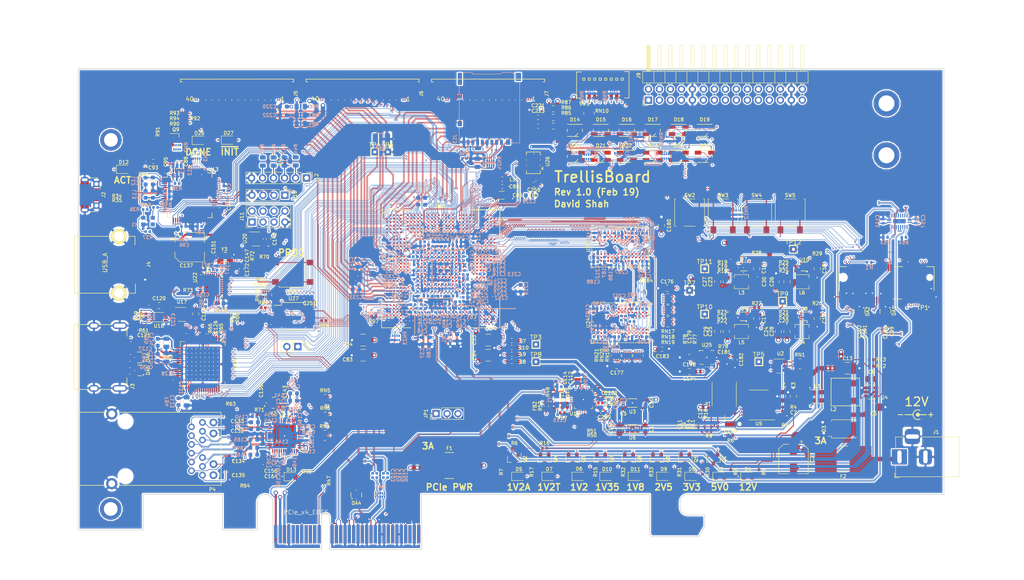
<source format=kicad_pcb>
(kicad_pcb (version 20171130) (host pcbnew 5.0.1)

  (general
    (thickness 1.6)
    (drawings 97)
    (tracks 28536)
    (zones 0)
    (modules 508)
    (nets 750)
  )

  (page A4)
  (layers
    (0 F.Cu signal)
    (1 In1.Cu signal)
    (2 In2.Cu signal)
    (3 In3.Cu signal)
    (4 In4.Cu signal)
    (5 In5.Cu signal)
    (6 In6.Cu signal)
    (31 B.Cu signal)
    (32 B.Adhes user)
    (33 F.Adhes user)
    (34 B.Paste user)
    (35 F.Paste user)
    (36 B.SilkS user)
    (37 F.SilkS user)
    (38 B.Mask user)
    (39 F.Mask user)
    (40 Dwgs.User user)
    (41 Cmts.User user)
    (42 Eco1.User user)
    (43 Eco2.User user)
    (44 Edge.Cuts user)
    (45 Margin user)
    (46 B.CrtYd user)
    (47 F.CrtYd user)
    (48 B.Fab user)
    (49 F.Fab user)
  )

  (setup
    (last_trace_width 0.15)
    (user_trace_width 0.1)
    (user_trace_width 0.15)
    (user_trace_width 0.2)
    (user_trace_width 0.25)
    (user_trace_width 0.35)
    (user_trace_width 0.5)
    (user_trace_width 0.8)
    (user_trace_width 1)
    (trace_clearance 0.0889)
    (zone_clearance 0.15)
    (zone_45_only no)
    (trace_min 0.0889)
    (segment_width 0.2)
    (edge_width 0.15)
    (via_size 0.4)
    (via_drill 0.2)
    (via_min_size 0.4)
    (via_min_drill 0.2)
    (user_via 0.6 0.3)
    (user_via 0.8 0.5)
    (user_via 1 0.6)
    (user_via 1.5 1)
    (user_via 2 1.5)
    (uvia_size 0.3)
    (uvia_drill 0.1)
    (uvias_allowed no)
    (uvia_min_size 0.2)
    (uvia_min_drill 0.1)
    (pcb_text_width 0.3)
    (pcb_text_size 1.5 1.5)
    (mod_edge_width 0.15)
    (mod_text_size 1 1)
    (mod_text_width 0.15)
    (pad_size 1.524 1.524)
    (pad_drill 0.762)
    (pad_to_mask_clearance 0.051)
    (solder_mask_min_width 0.25)
    (aux_axis_origin 0 0)
    (visible_elements FFFFFFFF)
    (pcbplotparams
      (layerselection 0x010fc_ffffffff)
      (usegerberextensions false)
      (usegerberattributes false)
      (usegerberadvancedattributes false)
      (creategerberjobfile false)
      (excludeedgelayer true)
      (linewidth 0.100000)
      (plotframeref false)
      (viasonmask false)
      (mode 1)
      (useauxorigin false)
      (hpglpennumber 1)
      (hpglpenspeed 20)
      (hpglpendiameter 15.000000)
      (psnegative false)
      (psa4output false)
      (plotreference true)
      (plotvalue true)
      (plotinvisibletext false)
      (padsonsilk false)
      (subtractmaskfromsilk false)
      (outputformat 1)
      (mirror false)
      (drillshape 1)
      (scaleselection 1)
      (outputdirectory ""))
  )

  (net 0 "")
  (net 1 "/PCIe + SATA/DCU1_REFCLK-")
  (net 2 "/PCIe + SATA/DCU1_REFCLK+")
  (net 3 DDR3_A4)
  (net 4 DDR3_A6)
  (net 5 DDR3_A5)
  (net 6 DDR3_A7)
  (net 7 /DDR3/DDR3_VTT)
  (net 8 "Net-(RN2-Pad5)")
  (net 9 "Net-(RN2-Pad6)")
  (net 10 "Net-(R38-Pad2)")
  (net 11 "Net-(RN2-Pad7)")
  (net 12 +3V3)
  (net 13 /Power/1V2_EN)
  (net 14 /Power/2V5_EN)
  (net 15 /Power/1V35_EN)
  (net 16 "Net-(RN1-Pad4)")
  (net 17 +5V)
  (net 18 "Net-(RN1-Pad5)")
  (net 19 USD_D0)
  (net 20 USD_D3)
  (net 21 USD_CMD)
  (net 22 USD_D2)
  (net 23 "Net-(RN23-Pad1)")
  (net 24 GND)
  (net 25 "/FPGA IO/CFG0")
  (net 26 "Net-(RN23-Pad8)")
  (net 27 "/FPGA IO/CFG1")
  (net 28 "/FPGA IO/CFG2")
  (net 29 "/FPGA IO/FLASH_D3")
  (net 30 "/FPGA IO/FLASH_D1")
  (net 31 "/FPGA IO/FLASH_D2")
  (net 32 "/FPGA IO/FLASH_D0")
  (net 33 DDR3_WE)
  (net 34 DDR3_CKE)
  (net 35 DDR3_CS)
  (net 36 DDR3_ODT)
  (net 37 DDR3_CAS)
  (net 38 DDR3_BA2)
  (net 39 DDR3_RAS)
  (net 40 DDR3_BA1)
  (net 41 DDR3_A12)
  (net 42 DDR3_A14)
  (net 43 DDR3_A13)
  (net 44 DDR3_BA0)
  (net 45 DDR3_A11)
  (net 46 DDR3_A9)
  (net 47 DDR3_A10)
  (net 48 DDR3_A8)
  (net 49 DDR3_A0)
  (net 50 DDR3_A2)
  (net 51 DDR3_A1)
  (net 52 DDR3_A3)
  (net 53 "/HDMI, GbE, USB/ETH_LED2")
  (net 54 ETH_~RESET)
  (net 55 "/HDMI, GbE, USB/ETH_LED1")
  (net 56 RGMII_REF_CLK)
  (net 57 "Net-(D18-Pad4)")
  (net 58 "Net-(D20-Pad4)")
  (net 59 "Net-(D19-Pad4)")
  (net 60 "Net-(D21-Pad4)")
  (net 61 "Net-(D25-Pad4)")
  (net 62 "Net-(D23-Pad4)")
  (net 63 "Net-(D24-Pad4)")
  (net 64 "Net-(D22-Pad4)")
  (net 65 FTDI_D1_RX)
  (net 66 FTDI_~WR)
  (net 67 FTDI_~RD)
  (net 68 FTDI_~SIWU)
  (net 69 RGMII_RXD0)
  (net 70 RGMII_RXD2)
  (net 71 RGMII_RXD1)
  (net 72 RGMII_RXD3)
  (net 73 RGMII_RX_DV)
  (net 74 ETH_MDIO)
  (net 75 RGMII_RX_CLK)
  (net 76 ETH_INT_N)
  (net 77 "Net-(D17-Pad1)")
  (net 78 "Net-(D16-Pad1)")
  (net 79 "Net-(D14-Pad1)")
  (net 80 "Net-(D15-Pad1)")
  (net 81 DIP_SW1)
  (net 82 DIP_SW0)
  (net 83 DIP_SW2)
  (net 84 DIP_SW3)
  (net 85 DIP_SW7)
  (net 86 DIP_SW6)
  (net 87 DIP_SW4)
  (net 88 DIP_SW5)
  (net 89 "Net-(D14-Pad4)")
  (net 90 "Net-(D16-Pad4)")
  (net 91 "Net-(D15-Pad4)")
  (net 92 "Net-(D17-Pad4)")
  (net 93 "Net-(D21-Pad1)")
  (net 94 "Net-(D20-Pad1)")
  (net 95 "Net-(D18-Pad1)")
  (net 96 "Net-(D19-Pad1)")
  (net 97 BTN1)
  (net 98 BTN0)
  (net 99 BTN2)
  (net 100 BTN3)
  (net 101 "Net-(D25-Pad1)")
  (net 102 "Net-(D24-Pad1)")
  (net 103 "Net-(D22-Pad1)")
  (net 104 "Net-(D23-Pad1)")
  (net 105 "/FPGA IO/VCCIO7")
  (net 106 "Net-(R44-Pad2)")
  (net 107 JTAG_TDO)
  (net 108 JTAG_TDI)
  (net 109 "Net-(R43-Pad2)")
  (net 110 "Net-(R42-Pad2)")
  (net 111 JTAG_TCK)
  (net 112 JTAG_TMS)
  (net 113 "Net-(R45-Pad2)")
  (net 114 "/PCIe + SATA/CLKAUXO+")
  (net 115 +1V8)
  (net 116 +2V5)
  (net 117 "/PCIe + SATA/CLKAUXO-")
  (net 118 "/FPGA IO/VCCIO6")
  (net 119 CLK_SDA)
  (net 120 "Net-(R36-Pad2)")
  (net 121 FPGA_12MHz)
  (net 122 "/PCIe + SATA/PCIe_REFCLK+")
  (net 123 "/PCIe + SATA/PCIe_REFCLK-")
  (net 124 PCIe_12V)
  (net 125 "Net-(D13-Pad2)")
  (net 126 ~PERST)
  (net 127 "Net-(P3-PadA11)")
  (net 128 "Net-(D12-Pad2)")
  (net 129 "Net-(R40-Pad1)")
  (net 130 "Net-(R39-Pad1)")
  (net 131 "Net-(R38-Pad1)")
  (net 132 "Net-(R12-Pad2)")
  (net 133 "/PCIe + SATA/3V3_C")
  (net 134 "/PCIe + SATA/3V3_CA")
  (net 135 "Net-(R57-Pad1)")
  (net 136 "Net-(R58-Pad2)")
  (net 137 FABRIC_REFCLK)
  (net 138 "/HDMI, GbE, USB/PORT_SCL")
  (net 139 "/HDMI, GbE, USB/PORT_SDA")
  (net 140 "Net-(C121-Pad1)")
  (net 141 "Net-(R62-Pad1)")
  (net 142 /Power/3V3_PG)
  (net 143 "Net-(D27-Pad2)")
  (net 144 "/FPGA IO/~PROGRAM")
  (net 145 "Net-(R80-Pad1)")
  (net 146 "Net-(R81-Pad1)")
  (net 147 "/FPGA IO/FLASH_~CS")
  (net 148 "/FPGA IO/FLASH_CLK")
  (net 149 "/FPGA IO/DONE")
  (net 150 "Net-(Q9-Pad1)")
  (net 151 "Net-(D26-Pad2)")
  (net 152 "Net-(R79-Pad1)")
  (net 153 "/FPGA IO/~INIT")
  (net 154 "Net-(C9-Pad1)")
  (net 155 "Net-(C11-Pad1)")
  (net 156 "Net-(Q2-Pad3)")
  (net 157 "Net-(D5-Pad1)")
  (net 158 /Power/1V2_PG)
  (net 159 USD_D1)
  (net 160 USD_CLK)
  (net 161 "Net-(R97-Pad1)")
  (net 162 "Net-(Q2-Pad1)")
  (net 163 +1V2A)
  (net 164 "Net-(R5-Pad2)")
  (net 165 "Net-(D2-Pad2)")
  (net 166 "Net-(C7-Pad1)")
  (net 167 "Net-(D4-Pad2)")
  (net 168 +12V)
  (net 169 "Net-(R74-Pad1)")
  (net 170 "/Debug Interface/PORT_D-")
  (net 171 "/Debug Interface/FTDI_D-")
  (net 172 "/Debug Interface/FTDI_D+")
  (net 173 "/Debug Interface/PORT_D+")
  (net 174 "Net-(C22-Pad2)")
  (net 175 "Net-(R71-Pad2)")
  (net 176 "/HDMI, GbE, USB/USB_XO")
  (net 177 "/HDMI, GbE, USB/USB_XI")
  (net 178 "Net-(R73-Pad1)")
  (net 179 "/HDMI, GbE, USB/USBA_VBUS")
  (net 180 "/HDMI, GbE, USB/EXTVBUS")
  (net 181 DVI_SCL)
  (net 182 DVI_SDA)
  (net 183 CLK_SCL)
  (net 184 "Net-(R70-Pad1)")
  (net 185 "Net-(C175-Pad2)")
  (net 186 DDR3_CLK+)
  (net 187 "Net-(P4-Pad16)")
  (net 188 "Net-(R66-Pad1)")
  (net 189 "Net-(R65-Pad1)")
  (net 190 "/HDMI, GbE, USB/HDMI_HPD")
  (net 191 DDR3_CLK-)
  (net 192 "Net-(C179-Pad1)")
  (net 193 +1V35)
  (net 194 +1V2)
  (net 195 "Net-(D10-Pad2)")
  (net 196 "Net-(P4-Pad14)")
  (net 197 "Net-(C12-Pad2)")
  (net 198 "Net-(D6-Pad2)")
  (net 199 +1V2T)
  (net 200 "Net-(Q4-Pad1)")
  (net 201 "Net-(Q4-Pad3)")
  (net 202 "Net-(D7-Pad1)")
  (net 203 "Net-(C19-Pad2)")
  (net 204 "Net-(C20-Pad2)")
  (net 205 "Net-(C21-Pad2)")
  (net 206 "/Debug Interface/FTDI_12MHz")
  (net 207 "Net-(D11-Pad2)")
  (net 208 /Power/2V5_PG)
  (net 209 /Power/1V35_PG)
  (net 210 /Power/1V8_PG)
  (net 211 "Net-(D8-Pad2)")
  (net 212 "Net-(D9-Pad2)")
  (net 213 "Net-(C8-Pad2)")
  (net 214 "Net-(C8-Pad1)")
  (net 215 /Power/PWR_EN)
  (net 216 "/HDMI, GbE, USB/HDMI_5V")
  (net 217 "Net-(U17-Pad3)")
  (net 218 "Net-(D9-Pad1)")
  (net 219 "Net-(D11-Pad1)")
  (net 220 "Net-(D26-Pad1)")
  (net 221 "Net-(D2-Pad1)")
  (net 222 "Net-(D6-Pad1)")
  (net 223 "Net-(D10-Pad1)")
  (net 224 "Net-(D8-Pad1)")
  (net 225 "Net-(U1-Pad3)")
  (net 226 DDR3_Vref)
  (net 227 DDR3_Vtt_EN)
  (net 228 "Net-(U5-Pad2)")
  (net 229 "Net-(L1-Pad1)")
  (net 230 "Net-(C11-Pad2)")
  (net 231 "Net-(U13-Pad3)")
  (net 232 "/Debug Interface/Vphy")
  (net 233 "/Debug Interface/Vpll")
  (net 234 "/Debug Interface/JTAG_ACT")
  (net 235 "Net-(U13-Pad22)")
  (net 236 "Net-(U13-Pad23)")
  (net 237 "Net-(U13-Pad24)")
  (net 238 "Net-(U13-Pad26)")
  (net 239 "Net-(U13-Pad27)")
  (net 240 "Net-(U13-Pad28)")
  (net 241 "Net-(U13-Pad29)")
  (net 242 "Net-(U13-Pad30)")
  (net 243 "Net-(U13-Pad32)")
  (net 244 "Net-(U13-Pad33)")
  (net 245 "Net-(U13-Pad34)")
  (net 246 "Net-(U13-Pad36)")
  (net 247 FTDI_D0_TX)
  (net 248 FTDI_D2)
  (net 249 FTDI_D3)
  (net 250 FTDI_D4)
  (net 251 FTDI_D5)
  (net 252 FTDI_D6)
  (net 253 FTDI_D7)
  (net 254 FTDI_~RXF)
  (net 255 "Net-(U13-Pad49)")
  (net 256 "Net-(U13-Pad50)")
  (net 257 FTDI_~TXE)
  (net 258 "Net-(U13-Pad57)")
  (net 259 "Net-(U13-Pad58)")
  (net 260 "Net-(U13-Pad59)")
  (net 261 "Net-(U13-Pad60)")
  (net 262 "/HDMI, GbE, USB/DVI_DVDD")
  (net 263 DVI_DE)
  (net 264 DVI_HSYNC)
  (net 265 DVI_VSYNC)
  (net 266 "Net-(U19-Pad11)")
  (net 267 "/HDMI, GbE, USB/DVI_PVDD")
  (net 268 "/HDMI, GbE, USB/TMDS_CLK-")
  (net 269 "/HDMI, GbE, USB/TMDS_CLK+")
  (net 270 "/HDMI, GbE, USB/DVI_TVDD")
  (net 271 "/HDMI, GbE, USB/TMDS_D0-")
  (net 272 "/HDMI, GbE, USB/TMDS_D0+")
  (net 273 "/HDMI, GbE, USB/TMDS_D1-")
  (net 274 "/HDMI, GbE, USB/TMDS_D1+")
  (net 275 "/HDMI, GbE, USB/TMDS_D2-")
  (net 276 "/HDMI, GbE, USB/TMDS_D2+")
  (net 277 DVI_D23)
  (net 278 DVI_D22)
  (net 279 DVI_D21)
  (net 280 DVI_D20)
  (net 281 DVI_D19)
  (net 282 DVI_D18)
  (net 283 DVI_D17)
  (net 284 DVI_D16)
  (net 285 DVI_D15)
  (net 286 DVI_D14)
  (net 287 DVI_D13)
  (net 288 DVI_D12)
  (net 289 "Net-(U19-Pad49)")
  (net 290 DVI_D11)
  (net 291 DVI_D10)
  (net 292 DVI_D9)
  (net 293 DVI_D8)
  (net 294 DVI_D7)
  (net 295 DVI_D6)
  (net 296 DVI_CLK)
  (net 297 DVI_D5)
  (net 298 DVI_D4)
  (net 299 DVI_D3)
  (net 300 DVI_D2)
  (net 301 DVI_D1)
  (net 302 DVI_D0)
  (net 303 "/HDMI, GbE, USB/AVDDH")
  (net 304 "/HDMI, GbE, USB/MX4-")
  (net 305 "/HDMI, GbE, USB/MX4+")
  (net 306 "/HDMI, GbE, USB/AVDDL")
  (net 307 "/HDMI, GbE, USB/MX3-")
  (net 308 "/HDMI, GbE, USB/MX3+")
  (net 309 "/HDMI, GbE, USB/MX2-")
  (net 310 "/HDMI, GbE, USB/MX2+")
  (net 311 "/HDMI, GbE, USB/MX1-")
  (net 312 "/HDMI, GbE, USB/MX1+")
  (net 313 "Net-(U21-Pad13)")
  (net 314 RGMII_TXD0)
  (net 315 RGMII_TXD1)
  (net 316 RGMII_TXD2)
  (net 317 RGMII_TXD3)
  (net 318 RGMII_TX_CLK)
  (net 319 RGMII_TX_EN)
  (net 320 ETH_MDC)
  (net 321 "Net-(U21-Pad43)")
  (net 322 "/HDMI, GbE, USB/AVDDL_PLL")
  (net 323 "/HDMI, GbE, USB/ETH_XO")
  (net 324 "/HDMI, GbE, USB/ETH_XI")
  (net 325 "Net-(U21-Pad47)")
  (net 326 "Net-(U22-Pad3)")
  (net 327 "Net-(U22-Pad5)")
  (net 328 "/HDMI, GbE, USB/USBA_D+")
  (net 329 "/HDMI, GbE, USB/USBA_D-")
  (net 330 ULPI_RESET)
  (net 331 ULPI_NXT)
  (net 332 ULPI_DIR)
  (net 333 ULPI_STP)
  (net 334 ULPI_CLKO)
  (net 335 "/HDMI, GbE, USB/USB1V8")
  (net 336 ULPI_D7)
  (net 337 ULPI_D6)
  (net 338 ULPI_D5)
  (net 339 ULPI_D4)
  (net 340 ULPI_D3)
  (net 341 ULPI_D2)
  (net 342 ULPI_D1)
  (net 343 ULPI_D0)
  (net 344 "Net-(C117-Pad1)")
  (net 345 "Net-(C115-Pad2)")
  (net 346 CLK_SD_OE)
  (net 347 "/PCIe + SATA/1V8_C")
  (net 348 "Net-(U16-Pad16)")
  (net 349 "/PCIe + SATA/DCU0_REFCLK-")
  (net 350 "/PCIe + SATA/DCU0_REFCLK+")
  (net 351 "Net-(U16-Pad24)")
  (net 352 DDR3_DQ13)
  (net 353 DDR3_DQ15)
  (net 354 DDR3_DQ12)
  (net 355 DDR3_DQS1-)
  (net 356 DDR3_DQ14)
  (net 357 DDR3_DQ11)
  (net 358 DDR3_DQ9)
  (net 359 DDR3_DQS1+)
  (net 360 DDR3_DQ10)
  (net 361 DDR3_DM1)
  (net 362 DDR3_DQ8)
  (net 363 DDR3_DQ0)
  (net 364 DDR3_DM0)
  (net 365 DDR3_DQ2)
  (net 366 DDR3_DQS0+)
  (net 367 DDR3_DQ1)
  (net 368 DDR3_DQ3)
  (net 369 DDR3_DQ6)
  (net 370 DDR3_DQS0-)
  (net 371 DDR3_DQ4)
  (net 372 DDR3_DQ7)
  (net 373 DDR3_DQ5)
  (net 374 "Net-(U23-PadJ1)")
  (net 375 "Net-(U23-PadJ9)")
  (net 376 "Net-(U23-PadL1)")
  (net 377 "Net-(U23-PadL9)")
  (net 378 "Net-(U23-PadM7)")
  (net 379 DDR3_RESET)
  (net 380 "Net-(U24-PadM7)")
  (net 381 "Net-(U24-PadL9)")
  (net 382 "Net-(U24-PadL1)")
  (net 383 "Net-(U24-PadJ9)")
  (net 384 "Net-(U24-PadJ1)")
  (net 385 DDR3_DQ21)
  (net 386 DDR3_DQ23)
  (net 387 DDR3_DQ20)
  (net 388 DDR3_DQS2-)
  (net 389 DDR3_DQ22)
  (net 390 DDR3_DQ19)
  (net 391 DDR3_DQ17)
  (net 392 DDR3_DQS2+)
  (net 393 DDR3_DQ18)
  (net 394 DDR3_DM2)
  (net 395 DDR3_DQ16)
  (net 396 DDR3_DQ24)
  (net 397 DDR3_DM3)
  (net 398 DDR3_DQ26)
  (net 399 DDR3_DQS3+)
  (net 400 DDR3_DQ25)
  (net 401 DDR3_DQ27)
  (net 402 DDR3_DQ30)
  (net 403 DDR3_DQS3-)
  (net 404 DDR3_DQ28)
  (net 405 DDR3_DQ31)
  (net 406 DDR3_DQ29)
  (net 407 "Net-(X1-Pad1)")
  (net 408 "Net-(L4-Pad1)")
  (net 409 "Net-(L5-Pad1)")
  (net 410 "Net-(L3-Pad1)")
  (net 411 "Net-(L6-Pad1)")
  (net 412 "/FPGA Core Power/VCCHTX1")
  (net 413 "/FPGA Core Power/VCCHTX0")
  (net 414 "/FPGA Core Power/VCCA0")
  (net 415 "/FPGA Core Power/VCCAUX")
  (net 416 "/FPGA Core Power/VCCA1")
  (net 417 "/PCIe + SATA/DCU1_RX1-")
  (net 418 "/PCIe + SATA/DCU1_RX1+")
  (net 419 "/PCIe + SATA/DCU1_RX0-")
  (net 420 "/PCIe + SATA/DCU1_RX0+")
  (net 421 "/PCIe + SATA/PCIe_HSI0+")
  (net 422 "/PCIe + SATA/PCIe_HSI0-")
  (net 423 "/PCIe + SATA/PCIe_HSI1+")
  (net 424 "/PCIe + SATA/PCIe_HSI1-")
  (net 425 "/PCIe + SATA/DCU0_RX0+")
  (net 426 "/PCIe + SATA/DCU0_RX0-")
  (net 427 "/PCIe + SATA/DCU0_RX1+")
  (net 428 "/PCIe + SATA/DCU0_RX1-")
  (net 429 "Net-(U6-Pad2)")
  (net 430 "Net-(U6-Pad5)")
  (net 431 "Net-(U3-Pad5)")
  (net 432 "Net-(U3-Pad2)")
  (net 433 "Net-(U10-Pad4)")
  (net 434 "Net-(U9-Pad4)")
  (net 435 "Net-(U8-Pad4)")
  (net 436 "Net-(U7-Pad4)")
  (net 437 "Net-(J5-Pad38)")
  (net 438 "/FPGA IO/EXT0_11-")
  (net 439 "/FPGA IO/EXT0_11+")
  (net 440 "/FPGA IO/EXT0_10-")
  (net 441 "/FPGA IO/EXT0_10+")
  (net 442 "/FPGA IO/EXT0_9-")
  (net 443 "/FPGA IO/EXT0_9+")
  (net 444 "/FPGA IO/EXT0_8-")
  (net 445 "/FPGA IO/EXT0_8+")
  (net 446 "/FPGA IO/EXT0_7-")
  (net 447 "/FPGA IO/EXT0_7+")
  (net 448 "/FPGA IO/EXT0_6-")
  (net 449 "/FPGA IO/EXT0_6+")
  (net 450 "/FPGA IO/EXT0_5-")
  (net 451 "/FPGA IO/EXT0_5+")
  (net 452 "/FPGA IO/EXT0_4-")
  (net 453 "/FPGA IO/EXT0_4+")
  (net 454 "/FPGA IO/EXT0_3-")
  (net 455 "/FPGA IO/EXT0_3+")
  (net 456 "/FPGA IO/EXT0_2-")
  (net 457 "/FPGA IO/EXT0_2+")
  (net 458 "/FPGA IO/EXT0_1-")
  (net 459 "/FPGA IO/EXT0_1+")
  (net 460 "/FPGA IO/EXT0_0-")
  (net 461 "/FPGA IO/EXT0_0+")
  (net 462 "Net-(J6-Pad38)")
  (net 463 "/FPGA IO/EXT1_11-")
  (net 464 "/FPGA IO/EXT1_11+")
  (net 465 "/FPGA IO/EXT1_10-")
  (net 466 "/FPGA IO/EXT1_10+")
  (net 467 "/FPGA IO/EXT1_9-")
  (net 468 "/FPGA IO/EXT1_9+")
  (net 469 "/FPGA IO/EXT1_8-")
  (net 470 "/FPGA IO/EXT1_8+")
  (net 471 "/FPGA IO/EXT1_7-")
  (net 472 "/FPGA IO/EXT1_7+")
  (net 473 "/FPGA IO/EXT1_6-")
  (net 474 "/FPGA IO/EXT1_6+")
  (net 475 "/FPGA IO/EXT1_5-")
  (net 476 "/FPGA IO/EXT1_5+")
  (net 477 "/FPGA IO/EXT1_4-")
  (net 478 "/FPGA IO/EXT1_4+")
  (net 479 "/FPGA IO/EXT1_3-")
  (net 480 "/FPGA IO/EXT1_3+")
  (net 481 "/FPGA IO/EXT1_2-")
  (net 482 "/FPGA IO/EXT1_2+")
  (net 483 "/FPGA IO/EXT1_1-")
  (net 484 "/FPGA IO/EXT1_1+")
  (net 485 "/FPGA IO/EXT1_0-")
  (net 486 "/FPGA IO/EXT1_0+")
  (net 487 "/FPGA IO/EXT2_0+")
  (net 488 "/FPGA IO/EXT2_0-")
  (net 489 "/FPGA IO/EXT2_1+")
  (net 490 "/FPGA IO/EXT2_1-")
  (net 491 "/FPGA IO/EXT2_2+")
  (net 492 "/FPGA IO/EXT2_2-")
  (net 493 "/FPGA IO/EXT2_3+")
  (net 494 "/FPGA IO/EXT2_3-")
  (net 495 "/FPGA IO/EXT2_4+")
  (net 496 "/FPGA IO/EXT2_4-")
  (net 497 "/FPGA IO/EXT2_5+")
  (net 498 "/FPGA IO/EXT2_5-")
  (net 499 "/FPGA IO/EXT2_6+")
  (net 500 "/FPGA IO/EXT2_6-")
  (net 501 "/FPGA IO/EXT2_7+")
  (net 502 "/FPGA IO/EXT2_7-")
  (net 503 "/FPGA IO/EXT2_8+")
  (net 504 "/FPGA IO/EXT2_8-")
  (net 505 "/FPGA IO/EXT2_9+")
  (net 506 "/FPGA IO/EXT2_9-")
  (net 507 "/FPGA IO/EXT2_10+")
  (net 508 "/FPGA IO/EXT2_10-")
  (net 509 "/FPGA IO/EXT2_11+")
  (net 510 "/FPGA IO/EXT2_11-")
  (net 511 "Net-(J7-Pad38)")
  (net 512 "Net-(C132-Pad1)")
  (net 513 "Net-(C135-Pad1)")
  (net 514 "Net-(C133-Pad1)")
  (net 515 "Net-(C134-Pad1)")
  (net 516 "Net-(P3-PadB5)")
  (net 517 "Net-(P3-PadB6)")
  (net 518 "Net-(P3-PadB8)")
  (net 519 "Net-(P3-PadB9)")
  (net 520 "Net-(P3-PadB10)")
  (net 521 PCIe_~WAKE)
  (net 522 "Net-(P3-PadB12)")
  (net 523 "/PCIe + SATA/~PRSNT2~_X1")
  (net 524 "Net-(P3-PadB23)")
  (net 525 "Net-(P3-PadB24)")
  (net 526 "Net-(P3-PadB27)")
  (net 527 "Net-(P3-PadB28)")
  (net 528 "Net-(P3-PadB30)")
  (net 529 "/PCIe + SATA/~PRSNT2~_X4")
  (net 530 "/PCIe + SATA/~PRSNT1")
  (net 531 "Net-(P3-PadA5)")
  (net 532 "Net-(P3-PadA6)")
  (net 533 "Net-(P3-PadA7)")
  (net 534 "Net-(P3-PadA8)")
  (net 535 "Net-(P3-PadA9)")
  (net 536 "Net-(P3-PadA10)")
  (net 537 "Net-(P3-PadA19)")
  (net 538 "Net-(P3-PadA25)")
  (net 539 "Net-(P3-PadA26)")
  (net 540 "Net-(P3-PadA29)")
  (net 541 "Net-(P3-PadA30)")
  (net 542 "Net-(P3-PadA32)")
  (net 543 "Net-(U26-Pad1)")
  (net 544 "Net-(U26-Pad2)")
  (net 545 "/FPGA IO/CLK100+")
  (net 546 "/FPGA IO/CLK100-")
  (net 547 "Net-(J3-Pad14)")
  (net 548 "Net-(J3-Pad13)")
  (net 549 LED2)
  (net 550 LED11)
  (net 551 LED10)
  (net 552 LED0)
  (net 553 LED1)
  (net 554 LED3)
  (net 555 LED4)
  (net 556 LED5)
  (net 557 LED6)
  (net 558 LED7)
  (net 559 LED8)
  (net 560 LED9)
  (net 561 "Net-(F2-Pad2)")
  (net 562 "Net-(U15-PadR1)")
  (net 563 "Net-(U15-PadT2)")
  (net 564 "Net-(U15-PadAB2)")
  (net 565 "Net-(U15-PadAC2)")
  (net 566 "Net-(U15-PadAE2)")
  (net 567 "Net-(U15-PadAG2)")
  (net 568 "Net-(U15-PadA3)")
  (net 569 "Net-(U15-PadV3)")
  (net 570 "Net-(U15-PadW3)")
  (net 571 "Net-(U15-PadY3)")
  (net 572 "Net-(U15-PadAC3)")
  (net 573 "Net-(U15-PadAG3)")
  (net 574 "Net-(U15-PadAL3)")
  (net 575 "Net-(U15-PadB4)")
  (net 576 "Net-(U15-PadH4)")
  (net 577 "Net-(U15-PadAC4)")
  (net 578 "Net-(U15-PadA5)")
  (net 579 "Net-(U15-PadL5)")
  (net 580 "Net-(U15-PadW6)")
  (net 581 "Net-(U15-PadD7)")
  (net 582 "Net-(U15-PadE7)")
  (net 583 "Net-(U15-PadAE7)")
  (net 584 "Net-(U15-PadG9)")
  (net 585 "/PCIe + SATA/DCU0_TX0+")
  (net 586 "Net-(U15-PadG10)")
  (net 587 "/PCIe + SATA/DCU0_TX0-")
  (net 588 "Net-(U15-PadG11)")
  (net 589 "/PCIe + SATA/DCU0_TX1+")
  (net 590 "/PCIe + SATA/DCU0_TX1-")
  (net 591 "/FPGA IO/PMOD1_10")
  (net 592 "/FPGA IO/PMOD1_9")
  (net 593 "Net-(U15-PadG14)")
  (net 594 "Net-(U15-PadG15)")
  (net 595 "Net-(U15-PadAK15)")
  (net 596 "Net-(U15-PadG16)")
  (net 597 "Net-(U15-PadAK16)")
  (net 598 "Net-(U15-PadG17)")
  (net 599 "Net-(U15-PadG18)")
  (net 600 "/PCIe + SATA/DCU1_TX0+")
  (net 601 "Net-(U15-PadG19)")
  (net 602 "/PCIe + SATA/DCU1_TX0-")
  (net 603 "/FPGA IO/PMOD1_8")
  (net 604 "/FPGA IO/PMOD1_7")
  (net 605 "/PCIe + SATA/DCU1_TX1+")
  (net 606 "/PCIe + SATA/DCU1_TX1-")
  (net 607 "/FPGA IO/EXIO_5")
  (net 608 "/FPGA IO/EXIO_4")
  (net 609 "/FPGA IO/EXIO_3")
  (net 610 "Net-(U15-PadG22)")
  (net 611 "/FPGA IO/PMOD1_3")
  (net 612 "/FPGA IO/PMOD1_2")
  (net 613 "/FPGA IO/PMOD1_0")
  (net 614 "/FPGA IO/PMOD1_1")
  (net 615 "/FPGA IO/EXIO_2")
  (net 616 "Net-(U15-PadG23)")
  (net 617 "/FPGA IO/EXIO_1")
  (net 618 "/FPGA IO/PMOD0_10")
  (net 619 "/FPGA IO/EXIO_0")
  (net 620 "/FPGA IO/PMOD0_9")
  (net 621 "Net-(U15-PadG24)")
  (net 622 "Net-(U15-PadAG24)")
  (net 623 "Net-(U15-PadAK24)")
  (net 624 "/FPGA IO/PMOD0_8")
  (net 625 "/FPGA IO/PMOD0_3")
  (net 626 "/FPGA IO/PMOD0_7")
  (net 627 "/FPGA IO/PMOD0_2")
  (net 628 "/FPGA IO/PMOD0_1")
  (net 629 "Net-(U15-PadAK25)")
  (net 630 "/FPGA IO/PMOD0_0")
  (net 631 "Net-(U15-PadB26)")
  (net 632 "Net-(U15-PadE26)")
  (net 633 "Net-(U15-PadAE26)")
  (net 634 "Net-(U15-PadH27)")
  (net 635 "Net-(U15-PadJ27)")
  (net 636 "Net-(U15-PadW27)")
  (net 637 "Net-(U15-PadC28)")
  (net 638 "Net-(U15-PadD28)")
  (net 639 "Net-(U15-PadH28)")
  (net 640 "Net-(U15-PadL28)")
  (net 641 "Net-(U15-PadP28)")
  (net 642 "Net-(U15-PadAC28)")
  (net 643 "Net-(U15-PadAE28)")
  (net 644 "Net-(U15-PadC29)")
  (net 645 "Net-(U15-PadH29)")
  (net 646 "Net-(U15-PadP29)")
  (net 647 "Net-(U15-PadAB29)")
  (net 648 "Net-(U15-PadAC29)")
  (net 649 "Net-(U15-PadAE29)")
  (net 650 "Net-(U15-PadAJ29)")
  (net 651 "Net-(U15-PadC30)")
  (net 652 "Net-(U15-PadP30)")
  (net 653 "Net-(U15-PadR30)")
  (net 654 "Net-(U15-PadV30)")
  (net 655 "Net-(U15-PadAB30)")
  (net 656 "Net-(U15-PadAE30)")
  (net 657 "Net-(U15-PadAJ30)")
  (net 658 "Net-(U15-PadA31)")
  (net 659 "Net-(U15-PadAG31)")
  (net 660 "Net-(U15-PadAK31)")
  (net 661 "Net-(U15-PadAG32)")
  (net 662 "Net-(J2-Pad1)")
  (net 663 "Net-(J2-Pad4)")
  (net 664 "Net-(U15-PadT30)")
  (net 665 "Net-(U15-PadAE27)")
  (net 666 "Net-(U15-PadAD27)")
  (net 667 "Net-(U15-PadF30)")
  (net 668 "Net-(U15-PadN27)")
  (net 669 "Net-(U15-PadU27)")
  (net 670 "Net-(U15-PadU29)")
  (net 671 "Net-(U15-PadW30)")
  (net 672 "Net-(U15-PadY30)")
  (net 673 "Net-(U15-PadY29)")
  (net 674 "Net-(U15-PadW1)")
  (net 675 "Net-(U15-PadV1)")
  (net 676 "Net-(U15-PadY7)")
  (net 677 "Net-(U15-PadY6)")
  (net 678 "Net-(U15-PadAC5)")
  (net 679 "Net-(U15-PadAD4)")
  (net 680 "Net-(U15-PadY4)")
  (net 681 "Net-(U15-PadW4)")
  (net 682 "Net-(U15-PadJ4)")
  (net 683 "Net-(U15-PadL3)")
  (net 684 "Net-(U15-PadL2)")
  (net 685 "Net-(U15-PadK2)")
  (net 686 "Net-(U15-PadL1)")
  (net 687 "Net-(U15-PadK1)")
  (net 688 "Net-(U15-PadJ1)")
  (net 689 "Net-(U15-PadD1)")
  (net 690 "Net-(U15-PadC1)")
  (net 691 "Net-(U15-PadF2)")
  (net 692 "Net-(U15-PadE1)")
  (net 693 "Net-(U15-PadE4)")
  (net 694 "Net-(U15-PadD4)")
  (net 695 "Net-(P1-Pad52)")
  (net 696 M2_CLKSEL)
  (net 697 "Net-(R54-Pad1)")
  (net 698 "/PCIe + SATA/M2_REFCLK+")
  (net 699 "/PCIe + SATA/M2_REFCLK-")
  (net 700 "Net-(U11-Pad17)")
  (net 701 "Net-(U11-Pad16)")
  (net 702 "/PCIe + SATA/CLKREFO+")
  (net 703 "/PCIe + SATA/CLKREFO-")
  (net 704 "/PCIe + SATA/M2_RX0+")
  (net 705 "/PCIe + SATA/M2_RX0-")
  (net 706 "/PCIe + SATA/M2_RX1+")
  (net 707 "/PCIe + SATA/M2_RX1-")
  (net 708 M2_CTS)
  (net 709 M2_RTS)
  (net 710 M2_SDIO_D0)
  (net 711 M2_TXD)
  (net 712 M2_SDIO_D3)
  (net 713 M2_SDIO_D2)
  (net 714 M2_SDIO_D1)
  (net 715 M2_SDIO_CLK)
  (net 716 M2_SDIO_CMD)
  (net 717 "Net-(P1-Pad3)")
  (net 718 "Net-(P1-Pad5)")
  (net 719 "Net-(P1-Pad6)")
  (net 720 "Net-(P1-Pad8)")
  (net 721 "Net-(P1-Pad10)")
  (net 722 "Net-(P1-Pad12)")
  (net 723 "Net-(P1-Pad14)")
  (net 724 "Net-(P1-Pad16)")
  (net 725 "Net-(P1-Pad20)")
  (net 726 "Net-(P1-Pad21)")
  (net 727 "Net-(P1-Pad23)")
  (net 728 "Net-(P1-Pad38)")
  (net 729 "Net-(P1-Pad40)")
  (net 730 "Net-(P1-Pad42)")
  (net 731 "Net-(P1-Pad44)")
  (net 732 "Net-(P1-Pad46)")
  (net 733 "Net-(P1-Pad48)")
  (net 734 "Net-(P1-Pad50)")
  (net 735 "Net-(P1-Pad53)")
  (net 736 "Net-(P1-Pad54)")
  (net 737 "Net-(P1-Pad55)")
  (net 738 "Net-(P1-Pad56)")
  (net 739 "Net-(P1-Pad58)")
  (net 740 "Net-(P1-Pad60)")
  (net 741 "Net-(P1-Pad62)")
  (net 742 "Net-(P1-Pad64)")
  (net 743 "Net-(P1-Pad66)")
  (net 744 "Net-(P1-Pad68)")
  (net 745 "Net-(P1-Pad70)")
  (net 746 "Net-(C258-Pad1)")
  (net 747 M2_RXD)
  (net 748 "Net-(U15-PadN3)")
  (net 749 "Net-(U15-PadA4)")

  (net_class Default "This is the default net class."
    (clearance 0.0889)
    (trace_width 0.0889)
    (via_dia 0.4)
    (via_drill 0.2)
    (uvia_dia 0.3)
    (uvia_drill 0.1)
    (diff_pair_gap 0.11)
    (diff_pair_width 0.11)
    (add_net +12V)
    (add_net +1V2)
    (add_net +1V2A)
    (add_net +1V2T)
    (add_net +1V35)
    (add_net +1V8)
    (add_net +2V5)
    (add_net +3V3)
    (add_net +5V)
    (add_net /DDR3/DDR3_VTT)
    (add_net "/Debug Interface/FTDI_12MHz")
    (add_net "/Debug Interface/FTDI_D+")
    (add_net "/Debug Interface/FTDI_D-")
    (add_net "/Debug Interface/JTAG_ACT")
    (add_net "/Debug Interface/PORT_D+")
    (add_net "/Debug Interface/PORT_D-")
    (add_net "/Debug Interface/Vphy")
    (add_net "/Debug Interface/Vpll")
    (add_net "/FPGA Core Power/VCCA0")
    (add_net "/FPGA Core Power/VCCA1")
    (add_net "/FPGA Core Power/VCCAUX")
    (add_net "/FPGA Core Power/VCCHTX0")
    (add_net "/FPGA Core Power/VCCHTX1")
    (add_net "/FPGA IO/CFG0")
    (add_net "/FPGA IO/CFG1")
    (add_net "/FPGA IO/CFG2")
    (add_net "/FPGA IO/CLK100+")
    (add_net "/FPGA IO/CLK100-")
    (add_net "/FPGA IO/DONE")
    (add_net "/FPGA IO/EXIO_0")
    (add_net "/FPGA IO/EXIO_1")
    (add_net "/FPGA IO/EXIO_2")
    (add_net "/FPGA IO/EXIO_3")
    (add_net "/FPGA IO/EXIO_4")
    (add_net "/FPGA IO/EXIO_5")
    (add_net "/FPGA IO/EXT0_0+")
    (add_net "/FPGA IO/EXT0_0-")
    (add_net "/FPGA IO/EXT0_1+")
    (add_net "/FPGA IO/EXT0_1-")
    (add_net "/FPGA IO/EXT0_10+")
    (add_net "/FPGA IO/EXT0_10-")
    (add_net "/FPGA IO/EXT0_11+")
    (add_net "/FPGA IO/EXT0_11-")
    (add_net "/FPGA IO/EXT0_2+")
    (add_net "/FPGA IO/EXT0_2-")
    (add_net "/FPGA IO/EXT0_3+")
    (add_net "/FPGA IO/EXT0_3-")
    (add_net "/FPGA IO/EXT0_4+")
    (add_net "/FPGA IO/EXT0_4-")
    (add_net "/FPGA IO/EXT0_5+")
    (add_net "/FPGA IO/EXT0_5-")
    (add_net "/FPGA IO/EXT0_6+")
    (add_net "/FPGA IO/EXT0_6-")
    (add_net "/FPGA IO/EXT0_7+")
    (add_net "/FPGA IO/EXT0_7-")
    (add_net "/FPGA IO/EXT0_8+")
    (add_net "/FPGA IO/EXT0_8-")
    (add_net "/FPGA IO/EXT0_9+")
    (add_net "/FPGA IO/EXT0_9-")
    (add_net "/FPGA IO/EXT1_0+")
    (add_net "/FPGA IO/EXT1_0-")
    (add_net "/FPGA IO/EXT1_1+")
    (add_net "/FPGA IO/EXT1_1-")
    (add_net "/FPGA IO/EXT1_10+")
    (add_net "/FPGA IO/EXT1_10-")
    (add_net "/FPGA IO/EXT1_11+")
    (add_net "/FPGA IO/EXT1_11-")
    (add_net "/FPGA IO/EXT1_2+")
    (add_net "/FPGA IO/EXT1_2-")
    (add_net "/FPGA IO/EXT1_3+")
    (add_net "/FPGA IO/EXT1_3-")
    (add_net "/FPGA IO/EXT1_4+")
    (add_net "/FPGA IO/EXT1_4-")
    (add_net "/FPGA IO/EXT1_5+")
    (add_net "/FPGA IO/EXT1_5-")
    (add_net "/FPGA IO/EXT1_6+")
    (add_net "/FPGA IO/EXT1_6-")
    (add_net "/FPGA IO/EXT1_7+")
    (add_net "/FPGA IO/EXT1_7-")
    (add_net "/FPGA IO/EXT1_8+")
    (add_net "/FPGA IO/EXT1_8-")
    (add_net "/FPGA IO/EXT1_9+")
    (add_net "/FPGA IO/EXT1_9-")
    (add_net "/FPGA IO/EXT2_0+")
    (add_net "/FPGA IO/EXT2_0-")
    (add_net "/FPGA IO/EXT2_1+")
    (add_net "/FPGA IO/EXT2_1-")
    (add_net "/FPGA IO/EXT2_10+")
    (add_net "/FPGA IO/EXT2_10-")
    (add_net "/FPGA IO/EXT2_11+")
    (add_net "/FPGA IO/EXT2_11-")
    (add_net "/FPGA IO/EXT2_2+")
    (add_net "/FPGA IO/EXT2_2-")
    (add_net "/FPGA IO/EXT2_3+")
    (add_net "/FPGA IO/EXT2_3-")
    (add_net "/FPGA IO/EXT2_4+")
    (add_net "/FPGA IO/EXT2_4-")
    (add_net "/FPGA IO/EXT2_5+")
    (add_net "/FPGA IO/EXT2_5-")
    (add_net "/FPGA IO/EXT2_6+")
    (add_net "/FPGA IO/EXT2_6-")
    (add_net "/FPGA IO/EXT2_7+")
    (add_net "/FPGA IO/EXT2_7-")
    (add_net "/FPGA IO/EXT2_8+")
    (add_net "/FPGA IO/EXT2_8-")
    (add_net "/FPGA IO/EXT2_9+")
    (add_net "/FPGA IO/EXT2_9-")
    (add_net "/FPGA IO/FLASH_CLK")
    (add_net "/FPGA IO/FLASH_D0")
    (add_net "/FPGA IO/FLASH_D1")
    (add_net "/FPGA IO/FLASH_D2")
    (add_net "/FPGA IO/FLASH_D3")
    (add_net "/FPGA IO/FLASH_~CS")
    (add_net "/FPGA IO/PMOD0_0")
    (add_net "/FPGA IO/PMOD0_1")
    (add_net "/FPGA IO/PMOD0_10")
    (add_net "/FPGA IO/PMOD0_2")
    (add_net "/FPGA IO/PMOD0_3")
    (add_net "/FPGA IO/PMOD0_7")
    (add_net "/FPGA IO/PMOD0_8")
    (add_net "/FPGA IO/PMOD0_9")
    (add_net "/FPGA IO/PMOD1_0")
    (add_net "/FPGA IO/PMOD1_1")
    (add_net "/FPGA IO/PMOD1_10")
    (add_net "/FPGA IO/PMOD1_2")
    (add_net "/FPGA IO/PMOD1_3")
    (add_net "/FPGA IO/PMOD1_7")
    (add_net "/FPGA IO/PMOD1_8")
    (add_net "/FPGA IO/PMOD1_9")
    (add_net "/FPGA IO/VCCIO6")
    (add_net "/FPGA IO/VCCIO7")
    (add_net "/FPGA IO/~INIT")
    (add_net "/FPGA IO/~PROGRAM")
    (add_net "/HDMI, GbE, USB/AVDDH")
    (add_net "/HDMI, GbE, USB/AVDDL")
    (add_net "/HDMI, GbE, USB/AVDDL_PLL")
    (add_net "/HDMI, GbE, USB/DVI_DVDD")
    (add_net "/HDMI, GbE, USB/DVI_PVDD")
    (add_net "/HDMI, GbE, USB/DVI_TVDD")
    (add_net "/HDMI, GbE, USB/ETH_LED1")
    (add_net "/HDMI, GbE, USB/ETH_LED2")
    (add_net "/HDMI, GbE, USB/ETH_XI")
    (add_net "/HDMI, GbE, USB/ETH_XO")
    (add_net "/HDMI, GbE, USB/EXTVBUS")
    (add_net "/HDMI, GbE, USB/HDMI_5V")
    (add_net "/HDMI, GbE, USB/HDMI_HPD")
    (add_net "/HDMI, GbE, USB/MX1+")
    (add_net "/HDMI, GbE, USB/MX1-")
    (add_net "/HDMI, GbE, USB/MX2+")
    (add_net "/HDMI, GbE, USB/MX2-")
    (add_net "/HDMI, GbE, USB/MX3+")
    (add_net "/HDMI, GbE, USB/MX3-")
    (add_net "/HDMI, GbE, USB/MX4+")
    (add_net "/HDMI, GbE, USB/MX4-")
    (add_net "/HDMI, GbE, USB/PORT_SCL")
    (add_net "/HDMI, GbE, USB/PORT_SDA")
    (add_net "/HDMI, GbE, USB/TMDS_CLK+")
    (add_net "/HDMI, GbE, USB/TMDS_CLK-")
    (add_net "/HDMI, GbE, USB/TMDS_D0+")
    (add_net "/HDMI, GbE, USB/TMDS_D0-")
    (add_net "/HDMI, GbE, USB/TMDS_D1+")
    (add_net "/HDMI, GbE, USB/TMDS_D1-")
    (add_net "/HDMI, GbE, USB/TMDS_D2+")
    (add_net "/HDMI, GbE, USB/TMDS_D2-")
    (add_net "/HDMI, GbE, USB/USB1V8")
    (add_net "/HDMI, GbE, USB/USBA_D+")
    (add_net "/HDMI, GbE, USB/USBA_D-")
    (add_net "/HDMI, GbE, USB/USBA_VBUS")
    (add_net "/HDMI, GbE, USB/USB_XI")
    (add_net "/HDMI, GbE, USB/USB_XO")
    (add_net "/PCIe + SATA/1V8_C")
    (add_net "/PCIe + SATA/3V3_C")
    (add_net "/PCIe + SATA/3V3_CA")
    (add_net "/PCIe + SATA/CLKAUXO+")
    (add_net "/PCIe + SATA/CLKAUXO-")
    (add_net "/PCIe + SATA/CLKREFO+")
    (add_net "/PCIe + SATA/CLKREFO-")
    (add_net "/PCIe + SATA/DCU0_REFCLK+")
    (add_net "/PCIe + SATA/DCU0_REFCLK-")
    (add_net "/PCIe + SATA/DCU0_RX0+")
    (add_net "/PCIe + SATA/DCU0_RX0-")
    (add_net "/PCIe + SATA/DCU0_RX1+")
    (add_net "/PCIe + SATA/DCU0_RX1-")
    (add_net "/PCIe + SATA/DCU0_TX0+")
    (add_net "/PCIe + SATA/DCU0_TX0-")
    (add_net "/PCIe + SATA/DCU0_TX1+")
    (add_net "/PCIe + SATA/DCU0_TX1-")
    (add_net "/PCIe + SATA/DCU1_REFCLK+")
    (add_net "/PCIe + SATA/DCU1_REFCLK-")
    (add_net "/PCIe + SATA/DCU1_RX0+")
    (add_net "/PCIe + SATA/DCU1_RX0-")
    (add_net "/PCIe + SATA/DCU1_RX1+")
    (add_net "/PCIe + SATA/DCU1_RX1-")
    (add_net "/PCIe + SATA/DCU1_TX0+")
    (add_net "/PCIe + SATA/DCU1_TX0-")
    (add_net "/PCIe + SATA/DCU1_TX1+")
    (add_net "/PCIe + SATA/DCU1_TX1-")
    (add_net "/PCIe + SATA/M2_REFCLK+")
    (add_net "/PCIe + SATA/M2_REFCLK-")
    (add_net "/PCIe + SATA/M2_RX0+")
    (add_net "/PCIe + SATA/M2_RX0-")
    (add_net "/PCIe + SATA/M2_RX1+")
    (add_net "/PCIe + SATA/M2_RX1-")
    (add_net "/PCIe + SATA/PCIe_HSI0+")
    (add_net "/PCIe + SATA/PCIe_HSI0-")
    (add_net "/PCIe + SATA/PCIe_HSI1+")
    (add_net "/PCIe + SATA/PCIe_HSI1-")
    (add_net "/PCIe + SATA/PCIe_REFCLK+")
    (add_net "/PCIe + SATA/PCIe_REFCLK-")
    (add_net "/PCIe + SATA/~PRSNT1")
    (add_net "/PCIe + SATA/~PRSNT2~_X1")
    (add_net "/PCIe + SATA/~PRSNT2~_X4")
    (add_net /Power/1V2_EN)
    (add_net /Power/1V2_PG)
    (add_net /Power/1V35_EN)
    (add_net /Power/1V35_PG)
    (add_net /Power/1V8_PG)
    (add_net /Power/2V5_EN)
    (add_net /Power/2V5_PG)
    (add_net /Power/3V3_PG)
    (add_net /Power/PWR_EN)
    (add_net BTN0)
    (add_net BTN1)
    (add_net BTN2)
    (add_net BTN3)
    (add_net CLK_SCL)
    (add_net CLK_SDA)
    (add_net CLK_SD_OE)
    (add_net DDR3_A0)
    (add_net DDR3_A1)
    (add_net DDR3_A10)
    (add_net DDR3_A11)
    (add_net DDR3_A12)
    (add_net DDR3_A13)
    (add_net DDR3_A14)
    (add_net DDR3_A2)
    (add_net DDR3_A3)
    (add_net DDR3_A4)
    (add_net DDR3_A5)
    (add_net DDR3_A6)
    (add_net DDR3_A7)
    (add_net DDR3_A8)
    (add_net DDR3_A9)
    (add_net DDR3_BA0)
    (add_net DDR3_BA1)
    (add_net DDR3_BA2)
    (add_net DDR3_CAS)
    (add_net DDR3_CKE)
    (add_net DDR3_CLK+)
    (add_net DDR3_CLK-)
    (add_net DDR3_CS)
    (add_net DDR3_DM0)
    (add_net DDR3_DM1)
    (add_net DDR3_DM2)
    (add_net DDR3_DM3)
    (add_net DDR3_DQ0)
    (add_net DDR3_DQ1)
    (add_net DDR3_DQ10)
    (add_net DDR3_DQ11)
    (add_net DDR3_DQ12)
    (add_net DDR3_DQ13)
    (add_net DDR3_DQ14)
    (add_net DDR3_DQ15)
    (add_net DDR3_DQ16)
    (add_net DDR3_DQ17)
    (add_net DDR3_DQ18)
    (add_net DDR3_DQ19)
    (add_net DDR3_DQ2)
    (add_net DDR3_DQ20)
    (add_net DDR3_DQ21)
    (add_net DDR3_DQ22)
    (add_net DDR3_DQ23)
    (add_net DDR3_DQ24)
    (add_net DDR3_DQ25)
    (add_net DDR3_DQ26)
    (add_net DDR3_DQ27)
    (add_net DDR3_DQ28)
    (add_net DDR3_DQ29)
    (add_net DDR3_DQ3)
    (add_net DDR3_DQ30)
    (add_net DDR3_DQ31)
    (add_net DDR3_DQ4)
    (add_net DDR3_DQ5)
    (add_net DDR3_DQ6)
    (add_net DDR3_DQ7)
    (add_net DDR3_DQ8)
    (add_net DDR3_DQ9)
    (add_net DDR3_DQS0+)
    (add_net DDR3_DQS0-)
    (add_net DDR3_DQS1+)
    (add_net DDR3_DQS1-)
    (add_net DDR3_DQS2+)
    (add_net DDR3_DQS2-)
    (add_net DDR3_DQS3+)
    (add_net DDR3_DQS3-)
    (add_net DDR3_ODT)
    (add_net DDR3_RAS)
    (add_net DDR3_RESET)
    (add_net DDR3_Vref)
    (add_net DDR3_Vtt_EN)
    (add_net DDR3_WE)
    (add_net DIP_SW0)
    (add_net DIP_SW1)
    (add_net DIP_SW2)
    (add_net DIP_SW3)
    (add_net DIP_SW4)
    (add_net DIP_SW5)
    (add_net DIP_SW6)
    (add_net DIP_SW7)
    (add_net DVI_CLK)
    (add_net DVI_D0)
    (add_net DVI_D1)
    (add_net DVI_D10)
    (add_net DVI_D11)
    (add_net DVI_D12)
    (add_net DVI_D13)
    (add_net DVI_D14)
    (add_net DVI_D15)
    (add_net DVI_D16)
    (add_net DVI_D17)
    (add_net DVI_D18)
    (add_net DVI_D19)
    (add_net DVI_D2)
    (add_net DVI_D20)
    (add_net DVI_D21)
    (add_net DVI_D22)
    (add_net DVI_D23)
    (add_net DVI_D3)
    (add_net DVI_D4)
    (add_net DVI_D5)
    (add_net DVI_D6)
    (add_net DVI_D7)
    (add_net DVI_D8)
    (add_net DVI_D9)
    (add_net DVI_DE)
    (add_net DVI_HSYNC)
    (add_net DVI_SCL)
    (add_net DVI_SDA)
    (add_net DVI_VSYNC)
    (add_net ETH_INT_N)
    (add_net ETH_MDC)
    (add_net ETH_MDIO)
    (add_net ETH_~RESET)
    (add_net FABRIC_REFCLK)
    (add_net FPGA_12MHz)
    (add_net FTDI_D0_TX)
    (add_net FTDI_D1_RX)
    (add_net FTDI_D2)
    (add_net FTDI_D3)
    (add_net FTDI_D4)
    (add_net FTDI_D5)
    (add_net FTDI_D6)
    (add_net FTDI_D7)
    (add_net FTDI_~RD)
    (add_net FTDI_~RXF)
    (add_net FTDI_~SIWU)
    (add_net FTDI_~TXE)
    (add_net FTDI_~WR)
    (add_net GND)
    (add_net JTAG_TCK)
    (add_net JTAG_TDI)
    (add_net JTAG_TDO)
    (add_net JTAG_TMS)
    (add_net LED0)
    (add_net LED1)
    (add_net LED10)
    (add_net LED11)
    (add_net LED2)
    (add_net LED3)
    (add_net LED4)
    (add_net LED5)
    (add_net LED6)
    (add_net LED7)
    (add_net LED8)
    (add_net LED9)
    (add_net M2_CLKSEL)
    (add_net M2_CTS)
    (add_net M2_RTS)
    (add_net M2_RXD)
    (add_net M2_SDIO_CLK)
    (add_net M2_SDIO_CMD)
    (add_net M2_SDIO_D0)
    (add_net M2_SDIO_D1)
    (add_net M2_SDIO_D2)
    (add_net M2_SDIO_D3)
    (add_net M2_TXD)
    (add_net "Net-(C11-Pad1)")
    (add_net "Net-(C11-Pad2)")
    (add_net "Net-(C115-Pad2)")
    (add_net "Net-(C117-Pad1)")
    (add_net "Net-(C12-Pad2)")
    (add_net "Net-(C121-Pad1)")
    (add_net "Net-(C132-Pad1)")
    (add_net "Net-(C133-Pad1)")
    (add_net "Net-(C134-Pad1)")
    (add_net "Net-(C135-Pad1)")
    (add_net "Net-(C175-Pad2)")
    (add_net "Net-(C179-Pad1)")
    (add_net "Net-(C19-Pad2)")
    (add_net "Net-(C20-Pad2)")
    (add_net "Net-(C21-Pad2)")
    (add_net "Net-(C22-Pad2)")
    (add_net "Net-(C258-Pad1)")
    (add_net "Net-(C7-Pad1)")
    (add_net "Net-(C8-Pad1)")
    (add_net "Net-(C8-Pad2)")
    (add_net "Net-(C9-Pad1)")
    (add_net "Net-(D10-Pad1)")
    (add_net "Net-(D10-Pad2)")
    (add_net "Net-(D11-Pad1)")
    (add_net "Net-(D11-Pad2)")
    (add_net "Net-(D12-Pad2)")
    (add_net "Net-(D13-Pad2)")
    (add_net "Net-(D14-Pad1)")
    (add_net "Net-(D14-Pad4)")
    (add_net "Net-(D15-Pad1)")
    (add_net "Net-(D15-Pad4)")
    (add_net "Net-(D16-Pad1)")
    (add_net "Net-(D16-Pad4)")
    (add_net "Net-(D17-Pad1)")
    (add_net "Net-(D17-Pad4)")
    (add_net "Net-(D18-Pad1)")
    (add_net "Net-(D18-Pad4)")
    (add_net "Net-(D19-Pad1)")
    (add_net "Net-(D19-Pad4)")
    (add_net "Net-(D2-Pad1)")
    (add_net "Net-(D2-Pad2)")
    (add_net "Net-(D20-Pad1)")
    (add_net "Net-(D20-Pad4)")
    (add_net "Net-(D21-Pad1)")
    (add_net "Net-(D21-Pad4)")
    (add_net "Net-(D22-Pad1)")
    (add_net "Net-(D22-Pad4)")
    (add_net "Net-(D23-Pad1)")
    (add_net "Net-(D23-Pad4)")
    (add_net "Net-(D24-Pad1)")
    (add_net "Net-(D24-Pad4)")
    (add_net "Net-(D25-Pad1)")
    (add_net "Net-(D25-Pad4)")
    (add_net "Net-(D26-Pad1)")
    (add_net "Net-(D26-Pad2)")
    (add_net "Net-(D27-Pad2)")
    (add_net "Net-(D4-Pad2)")
    (add_net "Net-(D5-Pad1)")
    (add_net "Net-(D6-Pad1)")
    (add_net "Net-(D6-Pad2)")
    (add_net "Net-(D7-Pad1)")
    (add_net "Net-(D8-Pad1)")
    (add_net "Net-(D8-Pad2)")
    (add_net "Net-(D9-Pad1)")
    (add_net "Net-(D9-Pad2)")
    (add_net "Net-(F2-Pad2)")
    (add_net "Net-(J2-Pad1)")
    (add_net "Net-(J2-Pad4)")
    (add_net "Net-(J3-Pad13)")
    (add_net "Net-(J3-Pad14)")
    (add_net "Net-(J5-Pad38)")
    (add_net "Net-(J6-Pad38)")
    (add_net "Net-(J7-Pad38)")
    (add_net "Net-(L1-Pad1)")
    (add_net "Net-(L3-Pad1)")
    (add_net "Net-(L4-Pad1)")
    (add_net "Net-(L5-Pad1)")
    (add_net "Net-(L6-Pad1)")
    (add_net "Net-(P1-Pad10)")
    (add_net "Net-(P1-Pad12)")
    (add_net "Net-(P1-Pad14)")
    (add_net "Net-(P1-Pad16)")
    (add_net "Net-(P1-Pad20)")
    (add_net "Net-(P1-Pad21)")
    (add_net "Net-(P1-Pad23)")
    (add_net "Net-(P1-Pad3)")
    (add_net "Net-(P1-Pad38)")
    (add_net "Net-(P1-Pad40)")
    (add_net "Net-(P1-Pad42)")
    (add_net "Net-(P1-Pad44)")
    (add_net "Net-(P1-Pad46)")
    (add_net "Net-(P1-Pad48)")
    (add_net "Net-(P1-Pad5)")
    (add_net "Net-(P1-Pad50)")
    (add_net "Net-(P1-Pad52)")
    (add_net "Net-(P1-Pad53)")
    (add_net "Net-(P1-Pad54)")
    (add_net "Net-(P1-Pad55)")
    (add_net "Net-(P1-Pad56)")
    (add_net "Net-(P1-Pad58)")
    (add_net "Net-(P1-Pad6)")
    (add_net "Net-(P1-Pad60)")
    (add_net "Net-(P1-Pad62)")
    (add_net "Net-(P1-Pad64)")
    (add_net "Net-(P1-Pad66)")
    (add_net "Net-(P1-Pad68)")
    (add_net "Net-(P1-Pad70)")
    (add_net "Net-(P1-Pad8)")
    (add_net "Net-(P3-PadA10)")
    (add_net "Net-(P3-PadA11)")
    (add_net "Net-(P3-PadA19)")
    (add_net "Net-(P3-PadA25)")
    (add_net "Net-(P3-PadA26)")
    (add_net "Net-(P3-PadA29)")
    (add_net "Net-(P3-PadA30)")
    (add_net "Net-(P3-PadA32)")
    (add_net "Net-(P3-PadA5)")
    (add_net "Net-(P3-PadA6)")
    (add_net "Net-(P3-PadA7)")
    (add_net "Net-(P3-PadA8)")
    (add_net "Net-(P3-PadA9)")
    (add_net "Net-(P3-PadB10)")
    (add_net "Net-(P3-PadB12)")
    (add_net "Net-(P3-PadB23)")
    (add_net "Net-(P3-PadB24)")
    (add_net "Net-(P3-PadB27)")
    (add_net "Net-(P3-PadB28)")
    (add_net "Net-(P3-PadB30)")
    (add_net "Net-(P3-PadB5)")
    (add_net "Net-(P3-PadB6)")
    (add_net "Net-(P3-PadB8)")
    (add_net "Net-(P3-PadB9)")
    (add_net "Net-(P4-Pad14)")
    (add_net "Net-(P4-Pad16)")
    (add_net "Net-(Q2-Pad1)")
    (add_net "Net-(Q2-Pad3)")
    (add_net "Net-(Q4-Pad1)")
    (add_net "Net-(Q4-Pad3)")
    (add_net "Net-(Q9-Pad1)")
    (add_net "Net-(R12-Pad2)")
    (add_net "Net-(R36-Pad2)")
    (add_net "Net-(R38-Pad1)")
    (add_net "Net-(R38-Pad2)")
    (add_net "Net-(R39-Pad1)")
    (add_net "Net-(R40-Pad1)")
    (add_net "Net-(R42-Pad2)")
    (add_net "Net-(R43-Pad2)")
    (add_net "Net-(R44-Pad2)")
    (add_net "Net-(R45-Pad2)")
    (add_net "Net-(R5-Pad2)")
    (add_net "Net-(R54-Pad1)")
    (add_net "Net-(R57-Pad1)")
    (add_net "Net-(R58-Pad2)")
    (add_net "Net-(R62-Pad1)")
    (add_net "Net-(R65-Pad1)")
    (add_net "Net-(R66-Pad1)")
    (add_net "Net-(R70-Pad1)")
    (add_net "Net-(R71-Pad2)")
    (add_net "Net-(R73-Pad1)")
    (add_net "Net-(R74-Pad1)")
    (add_net "Net-(R79-Pad1)")
    (add_net "Net-(R80-Pad1)")
    (add_net "Net-(R81-Pad1)")
    (add_net "Net-(R97-Pad1)")
    (add_net "Net-(RN1-Pad4)")
    (add_net "Net-(RN1-Pad5)")
    (add_net "Net-(RN2-Pad5)")
    (add_net "Net-(RN2-Pad6)")
    (add_net "Net-(RN2-Pad7)")
    (add_net "Net-(RN23-Pad1)")
    (add_net "Net-(RN23-Pad8)")
    (add_net "Net-(U1-Pad3)")
    (add_net "Net-(U10-Pad4)")
    (add_net "Net-(U11-Pad16)")
    (add_net "Net-(U11-Pad17)")
    (add_net "Net-(U13-Pad22)")
    (add_net "Net-(U13-Pad23)")
    (add_net "Net-(U13-Pad24)")
    (add_net "Net-(U13-Pad26)")
    (add_net "Net-(U13-Pad27)")
    (add_net "Net-(U13-Pad28)")
    (add_net "Net-(U13-Pad29)")
    (add_net "Net-(U13-Pad3)")
    (add_net "Net-(U13-Pad30)")
    (add_net "Net-(U13-Pad32)")
    (add_net "Net-(U13-Pad33)")
    (add_net "Net-(U13-Pad34)")
    (add_net "Net-(U13-Pad36)")
    (add_net "Net-(U13-Pad49)")
    (add_net "Net-(U13-Pad50)")
    (add_net "Net-(U13-Pad57)")
    (add_net "Net-(U13-Pad58)")
    (add_net "Net-(U13-Pad59)")
    (add_net "Net-(U13-Pad60)")
    (add_net "Net-(U15-PadA3)")
    (add_net "Net-(U15-PadA31)")
    (add_net "Net-(U15-PadA4)")
    (add_net "Net-(U15-PadA5)")
    (add_net "Net-(U15-PadAB2)")
    (add_net "Net-(U15-PadAB29)")
    (add_net "Net-(U15-PadAB30)")
    (add_net "Net-(U15-PadAC2)")
    (add_net "Net-(U15-PadAC28)")
    (add_net "Net-(U15-PadAC29)")
    (add_net "Net-(U15-PadAC3)")
    (add_net "Net-(U15-PadAC4)")
    (add_net "Net-(U15-PadAC5)")
    (add_net "Net-(U15-PadAD27)")
    (add_net "Net-(U15-PadAD4)")
    (add_net "Net-(U15-PadAE2)")
    (add_net "Net-(U15-PadAE26)")
    (add_net "Net-(U15-PadAE27)")
    (add_net "Net-(U15-PadAE28)")
    (add_net "Net-(U15-PadAE29)")
    (add_net "Net-(U15-PadAE30)")
    (add_net "Net-(U15-PadAE7)")
    (add_net "Net-(U15-PadAG2)")
    (add_net "Net-(U15-PadAG24)")
    (add_net "Net-(U15-PadAG3)")
    (add_net "Net-(U15-PadAG31)")
    (add_net "Net-(U15-PadAG32)")
    (add_net "Net-(U15-PadAJ29)")
    (add_net "Net-(U15-PadAJ30)")
    (add_net "Net-(U15-PadAK15)")
    (add_net "Net-(U15-PadAK16)")
    (add_net "Net-(U15-PadAK24)")
    (add_net "Net-(U15-PadAK25)")
    (add_net "Net-(U15-PadAK31)")
    (add_net "Net-(U15-PadAL3)")
    (add_net "Net-(U15-PadB26)")
    (add_net "Net-(U15-PadB4)")
    (add_net "Net-(U15-PadC1)")
    (add_net "Net-(U15-PadC28)")
    (add_net "Net-(U15-PadC29)")
    (add_net "Net-(U15-PadC30)")
    (add_net "Net-(U15-PadD1)")
    (add_net "Net-(U15-PadD28)")
    (add_net "Net-(U15-PadD4)")
    (add_net "Net-(U15-PadD7)")
    (add_net "Net-(U15-PadE1)")
    (add_net "Net-(U15-PadE26)")
    (add_net "Net-(U15-PadE4)")
    (add_net "Net-(U15-PadE7)")
    (add_net "Net-(U15-PadF2)")
    (add_net "Net-(U15-PadF30)")
    (add_net "Net-(U15-PadG10)")
    (add_net "Net-(U15-PadG11)")
    (add_net "Net-(U15-PadG14)")
    (add_net "Net-(U15-PadG15)")
    (add_net "Net-(U15-PadG16)")
    (add_net "Net-(U15-PadG17)")
    (add_net "Net-(U15-PadG18)")
    (add_net "Net-(U15-PadG19)")
    (add_net "Net-(U15-PadG22)")
    (add_net "Net-(U15-PadG23)")
    (add_net "Net-(U15-PadG24)")
    (add_net "Net-(U15-PadG9)")
    (add_net "Net-(U15-PadH27)")
    (add_net "Net-(U15-PadH28)")
    (add_net "Net-(U15-PadH29)")
    (add_net "Net-(U15-PadH4)")
    (add_net "Net-(U15-PadJ1)")
    (add_net "Net-(U15-PadJ27)")
    (add_net "Net-(U15-PadJ4)")
    (add_net "Net-(U15-PadK1)")
    (add_net "Net-(U15-PadK2)")
    (add_net "Net-(U15-PadL1)")
    (add_net "Net-(U15-PadL2)")
    (add_net "Net-(U15-PadL28)")
    (add_net "Net-(U15-PadL3)")
    (add_net "Net-(U15-PadL5)")
    (add_net "Net-(U15-PadN27)")
    (add_net "Net-(U15-PadN3)")
    (add_net "Net-(U15-PadP28)")
    (add_net "Net-(U15-PadP29)")
    (add_net "Net-(U15-PadP30)")
    (add_net "Net-(U15-PadR1)")
    (add_net "Net-(U15-PadR30)")
    (add_net "Net-(U15-PadT2)")
    (add_net "Net-(U15-PadT30)")
    (add_net "Net-(U15-PadU27)")
    (add_net "Net-(U15-PadU29)")
    (add_net "Net-(U15-PadV1)")
    (add_net "Net-(U15-PadV3)")
    (add_net "Net-(U15-PadV30)")
    (add_net "Net-(U15-PadW1)")
    (add_net "Net-(U15-PadW27)")
    (add_net "Net-(U15-PadW3)")
    (add_net "Net-(U15-PadW30)")
    (add_net "Net-(U15-PadW4)")
    (add_net "Net-(U15-PadW6)")
    (add_net "Net-(U15-PadY29)")
    (add_net "Net-(U15-PadY3)")
    (add_net "Net-(U15-PadY30)")
    (add_net "Net-(U15-PadY4)")
    (add_net "Net-(U15-PadY6)")
    (add_net "Net-(U15-PadY7)")
    (add_net "Net-(U16-Pad16)")
    (add_net "Net-(U16-Pad24)")
    (add_net "Net-(U17-Pad3)")
    (add_net "Net-(U19-Pad11)")
    (add_net "Net-(U19-Pad49)")
    (add_net "Net-(U21-Pad13)")
    (add_net "Net-(U21-Pad43)")
    (add_net "Net-(U21-Pad47)")
    (add_net "Net-(U22-Pad3)")
    (add_net "Net-(U22-Pad5)")
    (add_net "Net-(U23-PadJ1)")
    (add_net "Net-(U23-PadJ9)")
    (add_net "Net-(U23-PadL1)")
    (add_net "Net-(U23-PadL9)")
    (add_net "Net-(U23-PadM7)")
    (add_net "Net-(U24-PadJ1)")
    (add_net "Net-(U24-PadJ9)")
    (add_net "Net-(U24-PadL1)")
    (add_net "Net-(U24-PadL9)")
    (add_net "Net-(U24-PadM7)")
    (add_net "Net-(U26-Pad1)")
    (add_net "Net-(U26-Pad2)")
    (add_net "Net-(U3-Pad2)")
    (add_net "Net-(U3-Pad5)")
    (add_net "Net-(U5-Pad2)")
    (add_net "Net-(U6-Pad2)")
    (add_net "Net-(U6-Pad5)")
    (add_net "Net-(U7-Pad4)")
    (add_net "Net-(U8-Pad4)")
    (add_net "Net-(U9-Pad4)")
    (add_net "Net-(X1-Pad1)")
    (add_net PCIe_12V)
    (add_net PCIe_~WAKE)
    (add_net RGMII_REF_CLK)
    (add_net RGMII_RXD0)
    (add_net RGMII_RXD1)
    (add_net RGMII_RXD2)
    (add_net RGMII_RXD3)
    (add_net RGMII_RX_CLK)
    (add_net RGMII_RX_DV)
    (add_net RGMII_TXD0)
    (add_net RGMII_TXD1)
    (add_net RGMII_TXD2)
    (add_net RGMII_TXD3)
    (add_net RGMII_TX_CLK)
    (add_net RGMII_TX_EN)
    (add_net ULPI_CLKO)
    (add_net ULPI_D0)
    (add_net ULPI_D1)
    (add_net ULPI_D2)
    (add_net ULPI_D3)
    (add_net ULPI_D4)
    (add_net ULPI_D5)
    (add_net ULPI_D6)
    (add_net ULPI_D7)
    (add_net ULPI_DIR)
    (add_net ULPI_NXT)
    (add_net ULPI_RESET)
    (add_net ULPI_STP)
    (add_net USD_CLK)
    (add_net USD_CMD)
    (add_net USD_D0)
    (add_net USD_D1)
    (add_net USD_D2)
    (add_net USD_D3)
    (add_net ~PERST)
  )

  (module Capacitor_SMD:C_0402_1005Metric (layer F.Cu) (tedit 5B301BBE) (tstamp 5BF6414F)
    (at 155.2 96.05 90)
    (descr "Capacitor SMD 0402 (1005 Metric), square (rectangular) end terminal, IPC_7351 nominal, (Body size source: http://www.tortai-tech.com/upload/download/2011102023233369053.pdf), generated with kicad-footprint-generator")
    (tags capacitor)
    (path /5C060E84/5C2543FF)
    (attr smd)
    (fp_text reference C114 (at 0.8 -2.45 90) (layer F.SilkS)
      (effects (font (size 0.8 0.8) (thickness 0.15)))
    )
    (fp_text value 470n (at 0 1.17 90) (layer F.Fab)
      (effects (font (size 1 1) (thickness 0.15)))
    )
    (fp_text user %R (at 0 0 90) (layer F.Fab)
      (effects (font (size 0.25 0.25) (thickness 0.04)))
    )
    (fp_line (start 0.93 0.47) (end -0.93 0.47) (layer F.CrtYd) (width 0.05))
    (fp_line (start 0.93 -0.47) (end 0.93 0.47) (layer F.CrtYd) (width 0.05))
    (fp_line (start -0.93 -0.47) (end 0.93 -0.47) (layer F.CrtYd) (width 0.05))
    (fp_line (start -0.93 0.47) (end -0.93 -0.47) (layer F.CrtYd) (width 0.05))
    (fp_line (start 0.5 0.25) (end -0.5 0.25) (layer F.Fab) (width 0.1))
    (fp_line (start 0.5 -0.25) (end 0.5 0.25) (layer F.Fab) (width 0.1))
    (fp_line (start -0.5 -0.25) (end 0.5 -0.25) (layer F.Fab) (width 0.1))
    (fp_line (start -0.5 0.25) (end -0.5 -0.25) (layer F.Fab) (width 0.1))
    (pad 2 smd roundrect (at 0.485 0 90) (size 0.59 0.64) (layers F.Cu F.Paste F.Mask) (roundrect_rratio 0.25)
      (net 24 GND))
    (pad 1 smd roundrect (at -0.485 0 90) (size 0.59 0.64) (layers F.Cu F.Paste F.Mask) (roundrect_rratio 0.25)
      (net 133 "/PCIe + SATA/3V3_C"))
    (model ${KISYS3DMOD}/Capacitor_SMD.3dshapes/C_0402_1005Metric.wrl
      (at (xyz 0 0 0))
      (scale (xyz 1 1 1))
      (rotate (xyz 0 0 0))
    )
  )

  (module Capacitor_SMD:C_0402_1005Metric (layer F.Cu) (tedit 5B301BBE) (tstamp 5BF640D1)
    (at 156.2 96.05 90)
    (descr "Capacitor SMD 0402 (1005 Metric), square (rectangular) end terminal, IPC_7351 nominal, (Body size source: http://www.tortai-tech.com/upload/download/2011102023233369053.pdf), generated with kicad-footprint-generator")
    (tags capacitor)
    (path /5C060E84/5C23A7A1)
    (attr smd)
    (fp_text reference C112 (at 0.8 -2.2 90) (layer F.SilkS)
      (effects (font (size 0.8 0.8) (thickness 0.15)))
    )
    (fp_text value 470n (at 0 1.17 90) (layer F.Fab)
      (effects (font (size 1 1) (thickness 0.15)))
    )
    (fp_text user %R (at 0 0 90) (layer F.Fab)
      (effects (font (size 0.25 0.25) (thickness 0.04)))
    )
    (fp_line (start 0.93 0.47) (end -0.93 0.47) (layer F.CrtYd) (width 0.05))
    (fp_line (start 0.93 -0.47) (end 0.93 0.47) (layer F.CrtYd) (width 0.05))
    (fp_line (start -0.93 -0.47) (end 0.93 -0.47) (layer F.CrtYd) (width 0.05))
    (fp_line (start -0.93 0.47) (end -0.93 -0.47) (layer F.CrtYd) (width 0.05))
    (fp_line (start 0.5 0.25) (end -0.5 0.25) (layer F.Fab) (width 0.1))
    (fp_line (start 0.5 -0.25) (end 0.5 0.25) (layer F.Fab) (width 0.1))
    (fp_line (start -0.5 -0.25) (end 0.5 -0.25) (layer F.Fab) (width 0.1))
    (fp_line (start -0.5 0.25) (end -0.5 -0.25) (layer F.Fab) (width 0.1))
    (pad 2 smd roundrect (at 0.485 0 90) (size 0.59 0.64) (layers F.Cu F.Paste F.Mask) (roundrect_rratio 0.25)
      (net 24 GND))
    (pad 1 smd roundrect (at -0.485 0 90) (size 0.59 0.64) (layers F.Cu F.Paste F.Mask) (roundrect_rratio 0.25)
      (net 133 "/PCIe + SATA/3V3_C"))
    (model ${KISYS3DMOD}/Capacitor_SMD.3dshapes/C_0402_1005Metric.wrl
      (at (xyz 0 0 0))
      (scale (xyz 1 1 1))
      (rotate (xyz 0 0 0))
    )
  )

  (module Capacitor_SMD:C_0402_1005Metric (layer F.Cu) (tedit 5C7137CB) (tstamp 5C77840F)
    (at 158.9 104.3)
    (descr "Capacitor SMD 0402 (1005 Metric), square (rectangular) end terminal, IPC_7351 nominal, (Body size source: http://www.tortai-tech.com/upload/download/2011102023233369053.pdf), generated with kicad-footprint-generator")
    (tags capacitor)
    (path /5C060E84/5C9FD15E)
    (attr smd)
    (fp_text reference C259 (at 2.89 0.03) (layer F.SilkS)
      (effects (font (size 0.8 0.8) (thickness 0.15)))
    )
    (fp_text value 470n (at 0 1.17) (layer F.Fab)
      (effects (font (size 1 1) (thickness 0.15)))
    )
    (fp_line (start -0.5 0.25) (end -0.5 -0.25) (layer F.Fab) (width 0.1))
    (fp_line (start -0.5 -0.25) (end 0.5 -0.25) (layer F.Fab) (width 0.1))
    (fp_line (start 0.5 -0.25) (end 0.5 0.25) (layer F.Fab) (width 0.1))
    (fp_line (start 0.5 0.25) (end -0.5 0.25) (layer F.Fab) (width 0.1))
    (fp_line (start -0.93 0.47) (end -0.93 -0.47) (layer F.CrtYd) (width 0.05))
    (fp_line (start -0.93 -0.47) (end 0.93 -0.47) (layer F.CrtYd) (width 0.05))
    (fp_line (start 0.93 -0.47) (end 0.93 0.47) (layer F.CrtYd) (width 0.05))
    (fp_line (start 0.93 0.47) (end -0.93 0.47) (layer F.CrtYd) (width 0.05))
    (fp_text user %R (at 0 0) (layer F.Fab)
      (effects (font (size 0.25 0.25) (thickness 0.04)))
    )
    (pad 1 smd roundrect (at -0.485 0) (size 0.59 0.64) (layers F.Cu F.Paste F.Mask) (roundrect_rratio 0.25)
      (net 347 "/PCIe + SATA/1V8_C"))
    (pad 2 smd roundrect (at 0.485 0) (size 0.59 0.64) (layers F.Cu F.Paste F.Mask) (roundrect_rratio 0.25)
      (net 24 GND))
    (model ${KISYS3DMOD}/Capacitor_SMD.3dshapes/C_0402_1005Metric.wrl
      (at (xyz 0 0 0))
      (scale (xyz 1 1 1))
      (rotate (xyz 0 0 0))
    )
  )

  (module Capacitor_SMD:C_0402_1005Metric (layer F.Cu) (tedit 5C70617F) (tstamp 5C801F8B)
    (at 145.515 49)
    (descr "Capacitor SMD 0402 (1005 Metric), square (rectangular) end terminal, IPC_7351 nominal, (Body size source: http://www.tortai-tech.com/upload/download/2011102023233369053.pdf), generated with kicad-footprint-generator")
    (tags capacitor)
    (path /61FAF948/5C82DC49)
    (attr smd)
    (fp_text reference C258 (at -0.015 2.75) (layer F.SilkS)
      (effects (font (size 0.8 0.8) (thickness 0.15)))
    )
    (fp_text value 470n (at 0 1.17) (layer F.Fab)
      (effects (font (size 1 1) (thickness 0.15)))
    )
    (fp_line (start -0.5 0.25) (end -0.5 -0.25) (layer F.Fab) (width 0.1))
    (fp_line (start -0.5 -0.25) (end 0.5 -0.25) (layer F.Fab) (width 0.1))
    (fp_line (start 0.5 -0.25) (end 0.5 0.25) (layer F.Fab) (width 0.1))
    (fp_line (start 0.5 0.25) (end -0.5 0.25) (layer F.Fab) (width 0.1))
    (fp_line (start -0.93 0.47) (end -0.93 -0.47) (layer F.CrtYd) (width 0.05))
    (fp_line (start -0.93 -0.47) (end 0.93 -0.47) (layer F.CrtYd) (width 0.05))
    (fp_line (start 0.93 -0.47) (end 0.93 0.47) (layer F.CrtYd) (width 0.05))
    (fp_line (start 0.93 0.47) (end -0.93 0.47) (layer F.CrtYd) (width 0.05))
    (fp_text user %R (at 0 0) (layer F.Fab)
      (effects (font (size 0.25 0.25) (thickness 0.04)))
    )
    (pad 1 smd roundrect (at -0.485 0) (size 0.59 0.64) (layers F.Cu F.Paste F.Mask) (roundrect_rratio 0.25)
      (net 746 "Net-(C258-Pad1)"))
    (pad 2 smd roundrect (at 0.485 0) (size 0.59 0.64) (layers F.Cu F.Paste F.Mask) (roundrect_rratio 0.25)
      (net 24 GND))
    (model ${KISYS3DMOD}/Capacitor_SMD.3dshapes/C_0402_1005Metric.wrl
      (at (xyz 0 0 0))
      (scale (xyz 1 1 1))
      (rotate (xyz 0 0 0))
    )
  )

  (module Inductor_SMD:L_0603_1608Metric (layer F.Cu) (tedit 5C70618A) (tstamp 5C7FFED4)
    (at 145.5375 50.5 180)
    (descr "Inductor SMD 0603 (1608 Metric), square (rectangular) end terminal, IPC_7351 nominal, (Body size source: http://www.tortai-tech.com/upload/download/2011102023233369053.pdf), generated with kicad-footprint-generator")
    (tags inductor)
    (path /61FAF948/5CBA0958)
    (attr smd)
    (fp_text reference FB3 (at 0.0375 -2.5 180) (layer F.SilkS)
      (effects (font (size 0.8 0.8) (thickness 0.15)))
    )
    (fp_text value 100R (at 0 1.43 180) (layer F.Fab)
      (effects (font (size 1 1) (thickness 0.15)))
    )
    (fp_line (start -0.8 0.4) (end -0.8 -0.4) (layer F.Fab) (width 0.1))
    (fp_line (start -0.8 -0.4) (end 0.8 -0.4) (layer F.Fab) (width 0.1))
    (fp_line (start 0.8 -0.4) (end 0.8 0.4) (layer F.Fab) (width 0.1))
    (fp_line (start 0.8 0.4) (end -0.8 0.4) (layer F.Fab) (width 0.1))
    (fp_line (start -0.162779 -0.51) (end 0.162779 -0.51) (layer F.SilkS) (width 0.12))
    (fp_line (start -0.162779 0.51) (end 0.162779 0.51) (layer F.SilkS) (width 0.12))
    (fp_line (start -1.48 0.73) (end -1.48 -0.73) (layer F.CrtYd) (width 0.05))
    (fp_line (start -1.48 -0.73) (end 1.48 -0.73) (layer F.CrtYd) (width 0.05))
    (fp_line (start 1.48 -0.73) (end 1.48 0.73) (layer F.CrtYd) (width 0.05))
    (fp_line (start 1.48 0.73) (end -1.48 0.73) (layer F.CrtYd) (width 0.05))
    (fp_text user %R (at 0 0 180) (layer F.Fab)
      (effects (font (size 0.4 0.4) (thickness 0.06)))
    )
    (pad 1 smd roundrect (at -0.7875 0 180) (size 0.875 0.95) (layers F.Cu F.Paste F.Mask) (roundrect_rratio 0.25)
      (net 12 +3V3))
    (pad 2 smd roundrect (at 0.7875 0 180) (size 0.875 0.95) (layers F.Cu F.Paste F.Mask) (roundrect_rratio 0.25)
      (net 746 "Net-(C258-Pad1)"))
    (model ${KISYS3DMOD}/Inductor_SMD.3dshapes/L_0603_1608Metric.wrl
      (at (xyz 0 0 0))
      (scale (xyz 1 1 1))
      (rotate (xyz 0 0 0))
    )
  )

  (module "Custom Parts:9774025151R" (layer F.Cu) (tedit 5C6D8590) (tstamp 5C7A33B1)
    (at 227 31.75)
    (path /5C060E84/5C7023EB)
    (fp_text reference J8 (at 0 3.75) (layer F.SilkS) hide
      (effects (font (size 1 1) (thickness 0.15)))
    )
    (fp_text value 9774025151R (at 0 -2.75) (layer F.Fab)
      (effects (font (size 1 1) (thickness 0.15)))
    )
    (pad "" np_thru_hole circle (at 0 0) (size 6 6) (drill 3.7) (layers *.Cu *.Mask))
  )

  (module "Custom Parts:9774025151R" (layer F.Cu) (tedit 5C6D8590) (tstamp 5C7A33AC)
    (at 227 43.75)
    (path /5C060E84/5C751C23)
    (fp_text reference J14 (at 0 3.75) (layer F.SilkS) hide
      (effects (font (size 1 1) (thickness 0.15)))
    )
    (fp_text value 9774025151R (at 0 -2.75) (layer F.Fab)
      (effects (font (size 1 1) (thickness 0.15)))
    )
    (pad "" np_thru_hole circle (at 0 0) (size 6 6) (drill 3.7) (layers *.Cu *.Mask))
  )

  (module Capacitor_SMD:C_0402_1005Metric (layer B.Cu) (tedit 5C69ACF0) (tstamp 5C6A3A8C)
    (at 233.75 59 90)
    (descr "Capacitor SMD 0402 (1005 Metric), square (rectangular) end terminal, IPC_7351 nominal, (Body size source: http://www.tortai-tech.com/upload/download/2011102023233369053.pdf), generated with kicad-footprint-generator")
    (tags capacitor)
    (path /5C060E84/5C836F58)
    (attr smd)
    (fp_text reference C257 (at 0 1.75 90) (layer B.SilkS)
      (effects (font (size 0.8 0.8) (thickness 0.15)) (justify mirror))
    )
    (fp_text value 470n (at 0 -1.17 90) (layer B.Fab)
      (effects (font (size 1 1) (thickness 0.15)) (justify mirror))
    )
    (fp_line (start -0.5 -0.25) (end -0.5 0.25) (layer B.Fab) (width 0.1))
    (fp_line (start -0.5 0.25) (end 0.5 0.25) (layer B.Fab) (width 0.1))
    (fp_line (start 0.5 0.25) (end 0.5 -0.25) (layer B.Fab) (width 0.1))
    (fp_line (start 0.5 -0.25) (end -0.5 -0.25) (layer B.Fab) (width 0.1))
    (fp_line (start -0.93 -0.47) (end -0.93 0.47) (layer B.CrtYd) (width 0.05))
    (fp_line (start -0.93 0.47) (end 0.93 0.47) (layer B.CrtYd) (width 0.05))
    (fp_line (start 0.93 0.47) (end 0.93 -0.47) (layer B.CrtYd) (width 0.05))
    (fp_line (start 0.93 -0.47) (end -0.93 -0.47) (layer B.CrtYd) (width 0.05))
    (fp_text user %R (at 0 0 90) (layer B.Fab)
      (effects (font (size 0.25 0.25) (thickness 0.04)) (justify mirror))
    )
    (pad 1 smd roundrect (at -0.485 0 90) (size 0.59 0.64) (layers B.Cu B.Paste B.Mask) (roundrect_rratio 0.25)
      (net 12 +3V3))
    (pad 2 smd roundrect (at 0.485 0 90) (size 0.59 0.64) (layers B.Cu B.Paste B.Mask) (roundrect_rratio 0.25)
      (net 24 GND))
    (model ${KISYS3DMOD}/Capacitor_SMD.3dshapes/C_0402_1005Metric.wrl
      (at (xyz 0 0 0))
      (scale (xyz 1 1 1))
      (rotate (xyz 0 0 0))
    )
  )

  (module "Custom Parts:2199230-4" (layer F.Cu) (tedit 5C68584F) (tstamp 5C7655B3)
    (at 227 72 180)
    (path /5C060E84/655141E5)
    (fp_text reference P1 (at -8.75 -7 180) (layer F.SilkS)
      (effects (font (size 1 1) (thickness 0.15)))
    )
    (fp_text value M2_SOCKET_E (at 3.25 -5.75 180) (layer F.Fab)
      (effects (font (size 1 1) (thickness 0.15)))
    )
    (fp_line (start -11 2.5) (end -11 -3) (layer F.SilkS) (width 0.15))
    (fp_line (start -9.25 2.5) (end -11 2.5) (layer F.SilkS) (width 0.15))
    (fp_line (start -3.75 2.5) (end -1.75 2.5) (layer F.SilkS) (width 0.15))
    (fp_line (start 11 2.5) (end 9.25 2.5) (layer F.SilkS) (width 0.15))
    (fp_line (start 11 -3) (end 11 2.5) (layer F.SilkS) (width 0.15))
    (fp_line (start -3.5 -5) (end -1.5 -5) (layer F.SilkS) (width 0.15))
    (fp_line (start -10 -1.75) (end 10 -1.75) (layer F.Fab) (width 0.15))
    (pad M smd rect (at 10.35 -4.5 180) (size 1.2 2.75) (layers F.Cu F.Paste F.Mask)
      (net 24 GND))
    (pad M smd rect (at -10.35 -4.5 180) (size 1.2 2.75) (layers F.Cu F.Paste F.Mask)
      (net 24 GND))
    (pad "" np_thru_hole circle (at 10 0 180) (size 1.6 1.6) (drill 1.6) (layers *.Cu *.Mask))
    (pad "" np_thru_hole circle (at -10 0 180) (size 1.1 1.1) (drill 1.1) (layers *.Cu *.Mask))
    (pad 75 smd rect (at 9.25 -5.25 180) (size 0.3 1.55) (layers F.Cu F.Paste F.Mask)
      (net 24 GND))
    (pad 74 smd rect (at 9 2.25 180) (size 0.3 1.55) (layers F.Cu F.Paste F.Mask)
      (net 12 +3V3))
    (pad 73 smd rect (at 8.75 -5.25 180) (size 0.3 1.55) (layers F.Cu F.Paste F.Mask)
      (net 703 "/PCIe + SATA/CLKREFO-"))
    (pad 72 smd rect (at 8.5 2.25 180) (size 0.3 1.55) (layers F.Cu F.Paste F.Mask)
      (net 12 +3V3))
    (pad 71 smd rect (at 8.25 -5.25 180) (size 0.3 1.55) (layers F.Cu F.Paste F.Mask)
      (net 702 "/PCIe + SATA/CLKREFO+"))
    (pad 70 smd rect (at 8 2.25 180) (size 0.3 1.55) (layers F.Cu F.Paste F.Mask)
      (net 745 "Net-(P1-Pad70)"))
    (pad 69 smd rect (at 7.75 -5.25 180) (size 0.3 1.55) (layers F.Cu F.Paste F.Mask)
      (net 24 GND))
    (pad 68 smd rect (at 7.5 2.25 180) (size 0.3 1.55) (layers F.Cu F.Paste F.Mask)
      (net 744 "Net-(P1-Pad68)"))
    (pad 67 smd rect (at 7.25 -5.25 180) (size 0.3 1.55) (layers F.Cu F.Paste F.Mask)
      (net 418 "/PCIe + SATA/DCU1_RX1+"))
    (pad 66 smd rect (at 7 2.25 180) (size 0.3 1.55) (layers F.Cu F.Paste F.Mask)
      (net 743 "Net-(P1-Pad66)"))
    (pad 65 smd rect (at 6.75 -5.25 180) (size 0.3 1.55) (layers F.Cu F.Paste F.Mask)
      (net 417 "/PCIe + SATA/DCU1_RX1-"))
    (pad 64 smd rect (at 6.5 2.25 180) (size 0.3 1.55) (layers F.Cu F.Paste F.Mask)
      (net 742 "Net-(P1-Pad64)"))
    (pad 63 smd rect (at 6.25 -5.25 180) (size 0.3 1.55) (layers F.Cu F.Paste F.Mask)
      (net 24 GND))
    (pad 62 smd rect (at 6 2.25 180) (size 0.3 1.55) (layers F.Cu F.Paste F.Mask)
      (net 741 "Net-(P1-Pad62)"))
    (pad 61 smd rect (at 5.75 -5.25 180) (size 0.3 1.55) (layers F.Cu F.Paste F.Mask)
      (net 707 "/PCIe + SATA/M2_RX1-"))
    (pad 60 smd rect (at 5.5 2.25 180) (size 0.3 1.55) (layers F.Cu F.Paste F.Mask)
      (net 740 "Net-(P1-Pad60)"))
    (pad 59 smd rect (at 5.25 -5.25 180) (size 0.3 1.55) (layers F.Cu F.Paste F.Mask)
      (net 706 "/PCIe + SATA/M2_RX1+"))
    (pad 58 smd rect (at 5 2.25 180) (size 0.3 1.55) (layers F.Cu F.Paste F.Mask)
      (net 739 "Net-(P1-Pad58)"))
    (pad 57 smd rect (at 4.75 -5.25 180) (size 0.3 1.55) (layers F.Cu F.Paste F.Mask)
      (net 24 GND))
    (pad 56 smd rect (at 4.5 2.25 180) (size 0.3 1.55) (layers F.Cu F.Paste F.Mask)
      (net 738 "Net-(P1-Pad56)"))
    (pad 55 smd rect (at 4.25 -5.25 180) (size 0.3 1.55) (layers F.Cu F.Paste F.Mask)
      (net 737 "Net-(P1-Pad55)"))
    (pad 54 smd rect (at 4 2.25 180) (size 0.3 1.55) (layers F.Cu F.Paste F.Mask)
      (net 736 "Net-(P1-Pad54)"))
    (pad 53 smd rect (at 3.75 -5.25 180) (size 0.3 1.55) (layers F.Cu F.Paste F.Mask)
      (net 735 "Net-(P1-Pad53)"))
    (pad 52 smd rect (at 3.5 2.25 180) (size 0.3 1.55) (layers F.Cu F.Paste F.Mask)
      (net 695 "Net-(P1-Pad52)"))
    (pad 51 smd rect (at 3.25 -5.25 180) (size 0.3 1.55) (layers F.Cu F.Paste F.Mask)
      (net 24 GND))
    (pad 50 smd rect (at 3 2.25 180) (size 0.3 1.55) (layers F.Cu F.Paste F.Mask)
      (net 734 "Net-(P1-Pad50)"))
    (pad 49 smd rect (at 2.75 -5.25 180) (size 0.3 1.55) (layers F.Cu F.Paste F.Mask)
      (net 699 "/PCIe + SATA/M2_REFCLK-"))
    (pad 48 smd rect (at 2.5 2.25 180) (size 0.3 1.55) (layers F.Cu F.Paste F.Mask)
      (net 733 "Net-(P1-Pad48)"))
    (pad 47 smd rect (at 2.25 -5.25 180) (size 0.3 1.55) (layers F.Cu F.Paste F.Mask)
      (net 698 "/PCIe + SATA/M2_REFCLK+"))
    (pad 46 smd rect (at 2 2.25 180) (size 0.3 1.55) (layers F.Cu F.Paste F.Mask)
      (net 732 "Net-(P1-Pad46)"))
    (pad 45 smd rect (at 1.75 -5.25 180) (size 0.3 1.55) (layers F.Cu F.Paste F.Mask)
      (net 24 GND))
    (pad 44 smd rect (at 1.5 2.25 180) (size 0.3 1.55) (layers F.Cu F.Paste F.Mask)
      (net 731 "Net-(P1-Pad44)"))
    (pad 43 smd rect (at 1.25 -5.25 180) (size 0.3 1.55) (layers F.Cu F.Paste F.Mask)
      (net 420 "/PCIe + SATA/DCU1_RX0+"))
    (pad 42 smd rect (at 1 2.25 180) (size 0.3 1.55) (layers F.Cu F.Paste F.Mask)
      (net 730 "Net-(P1-Pad42)"))
    (pad 41 smd rect (at 0.75 -5.25 180) (size 0.3 1.55) (layers F.Cu F.Paste F.Mask)
      (net 419 "/PCIe + SATA/DCU1_RX0-"))
    (pad 40 smd rect (at 0.5 2.25 180) (size 0.3 1.55) (layers F.Cu F.Paste F.Mask)
      (net 729 "Net-(P1-Pad40)"))
    (pad 39 smd rect (at 0.25 -5.25 180) (size 0.3 1.55) (layers F.Cu F.Paste F.Mask)
      (net 24 GND))
    (pad 38 smd rect (at 0 2.25 180) (size 0.3 1.55) (layers F.Cu F.Paste F.Mask)
      (net 728 "Net-(P1-Pad38)"))
    (pad 37 smd rect (at -0.25 -5.25 180) (size 0.3 1.55) (layers F.Cu F.Paste F.Mask)
      (net 705 "/PCIe + SATA/M2_RX0-"))
    (pad 36 smd rect (at -0.5 2.25 180) (size 0.3 1.55) (layers F.Cu F.Paste F.Mask)
      (net 708 M2_CTS))
    (pad 35 smd rect (at -0.75 -5.25 180) (size 0.3 1.55) (layers F.Cu F.Paste F.Mask)
      (net 704 "/PCIe + SATA/M2_RX0+"))
    (pad 34 smd rect (at -1 2.25 180) (size 0.3 1.55) (layers F.Cu F.Paste F.Mask)
      (net 709 M2_RTS))
    (pad 33 smd rect (at -1.25 -5.25 180) (size 0.3 1.55) (layers F.Cu F.Paste F.Mask)
      (net 24 GND))
    (pad 32 smd rect (at -1.5 2.25 180) (size 0.3 1.55) (layers F.Cu F.Paste F.Mask)
      (net 747 M2_RXD))
    (pad 23 smd rect (at -3.75 -5.25 180) (size 0.3 1.55) (layers F.Cu F.Paste F.Mask)
      (net 727 "Net-(P1-Pad23)"))
    (pad 22 smd rect (at -4 2.25 180) (size 0.3 1.55) (layers F.Cu F.Paste F.Mask)
      (net 711 M2_TXD))
    (pad 21 smd rect (at -4.25 -5.25 180) (size 0.3 1.55) (layers F.Cu F.Paste F.Mask)
      (net 726 "Net-(P1-Pad21)"))
    (pad 20 smd rect (at -4.5 2.25 180) (size 0.3 1.55) (layers F.Cu F.Paste F.Mask)
      (net 725 "Net-(P1-Pad20)"))
    (pad 19 smd rect (at -4.75 -5.25 180) (size 0.3 1.55) (layers F.Cu F.Paste F.Mask)
      (net 712 M2_SDIO_D3))
    (pad 18 smd rect (at -5 2.25 180) (size 0.3 1.55) (layers F.Cu F.Paste F.Mask)
      (net 24 GND))
    (pad 17 smd rect (at -5.25 -5.25 180) (size 0.3 1.55) (layers F.Cu F.Paste F.Mask)
      (net 713 M2_SDIO_D2))
    (pad 16 smd rect (at -5.5 2.25 180) (size 0.3 1.55) (layers F.Cu F.Paste F.Mask)
      (net 724 "Net-(P1-Pad16)"))
    (pad 15 smd rect (at -5.75 -5.25 180) (size 0.3 1.55) (layers F.Cu F.Paste F.Mask)
      (net 714 M2_SDIO_D1))
    (pad 14 smd rect (at -6 2.25 180) (size 0.3 1.55) (layers F.Cu F.Paste F.Mask)
      (net 723 "Net-(P1-Pad14)"))
    (pad 13 smd rect (at -6.25 -5.25 180) (size 0.3 1.55) (layers F.Cu F.Paste F.Mask)
      (net 710 M2_SDIO_D0))
    (pad 12 smd rect (at -6.5 2.25 180) (size 0.3 1.55) (layers F.Cu F.Paste F.Mask)
      (net 722 "Net-(P1-Pad12)"))
    (pad 11 smd rect (at -6.75 -5.25 180) (size 0.3 1.55) (layers F.Cu F.Paste F.Mask)
      (net 716 M2_SDIO_CMD))
    (pad 10 smd rect (at -7 2.25 180) (size 0.3 1.55) (layers F.Cu F.Paste F.Mask)
      (net 721 "Net-(P1-Pad10)"))
    (pad 9 smd rect (at -7.25 -5.25 180) (size 0.3 1.55) (layers F.Cu F.Paste F.Mask)
      (net 715 M2_SDIO_CLK))
    (pad 8 smd rect (at -7.5 2.25 180) (size 0.3 1.55) (layers F.Cu F.Paste F.Mask)
      (net 720 "Net-(P1-Pad8)"))
    (pad 7 smd rect (at -7.75 -5.25 180) (size 0.3 1.55) (layers F.Cu F.Paste F.Mask)
      (net 24 GND))
    (pad 6 smd rect (at -8 2.25 180) (size 0.3 1.55) (layers F.Cu F.Paste F.Mask)
      (net 719 "Net-(P1-Pad6)"))
    (pad 5 smd rect (at -8.25 -5.25 180) (size 0.3 1.55) (layers F.Cu F.Paste F.Mask)
      (net 718 "Net-(P1-Pad5)"))
    (pad 4 smd rect (at -8.5 2.25 180) (size 0.3 1.55) (layers F.Cu F.Paste F.Mask)
      (net 12 +3V3))
    (pad 3 smd rect (at -8.75 -5.25 180) (size 0.3 1.55) (layers F.Cu F.Paste F.Mask)
      (net 717 "Net-(P1-Pad3)"))
    (pad 2 smd rect (at -9 2.25 180) (size 0.3 1.55) (layers F.Cu F.Paste F.Mask)
      (net 12 +3V3))
    (pad 1 smd rect (at -9.25 -5.25 180) (size 0.3 1.55) (layers F.Cu F.Paste F.Mask)
      (net 24 GND))
    (model /home/david/3d/c-2199230-4-b2-3d.stp
      (offset (xyz 0 -2.5 2.15))
      (scale (xyz 1 1 1))
      (rotate (xyz -90 0 0))
    )
  )

  (module Package_DFN_QFN:WQFN-20-1EP_2.5x4.5mm_P0.5mm_EP1x2.9mm (layer B.Cu) (tedit 5C69ACFA) (tstamp 5C694B49)
    (at 230 59 90)
    (descr http://www.onsemi.com/pub/Collateral/510CD.PDF)
    (tags "WQFN-20 4.5mm 2.5mm 0.5mm")
    (path /5C060E84/652CFC30)
    (attr smd)
    (fp_text reference U11 (at 0 4 90) (layer B.SilkS)
      (effects (font (size 0.8 0.8) (thickness 0.15)) (justify mirror))
    )
    (fp_text value CBTL02043A (at 0 -4 90) (layer B.Fab)
      (effects (font (size 1 1) (thickness 0.15)) (justify mirror))
    )
    (fp_line (start -1.35 -2.35) (end -1.35 -2.1) (layer B.SilkS) (width 0.12))
    (fp_line (start -0.6 -2.35) (end -1.35 -2.35) (layer B.SilkS) (width 0.12))
    (fp_line (start 1.35 -2.35) (end 1.35 -2.1) (layer B.SilkS) (width 0.12))
    (fp_line (start 0.6 -2.35) (end 1.35 -2.35) (layer B.SilkS) (width 0.12))
    (fp_line (start -1.35 2.35) (end -1.35 2.1) (layer B.SilkS) (width 0.12))
    (fp_line (start 1.35 2.35) (end 1.35 2.1) (layer B.SilkS) (width 0.12))
    (fp_line (start 0.6 2.35) (end 1.35 2.35) (layer B.SilkS) (width 0.12))
    (fp_line (start -2 -3) (end 2 -3) (layer B.CrtYd) (width 0.05))
    (fp_line (start -2 3) (end 2 3) (layer B.CrtYd) (width 0.05))
    (fp_line (start 2 3) (end 2 -3) (layer B.CrtYd) (width 0.05))
    (fp_line (start -2 3) (end -2 -3) (layer B.CrtYd) (width 0.05))
    (fp_text user %R (at 0 0 90) (layer B.Fab)
      (effects (font (size 0.4 0.4) (thickness 0.06)) (justify mirror))
    )
    (fp_line (start -1.25 1.625) (end -0.625 2.25) (layer B.Fab) (width 0.1))
    (fp_line (start -1.25 -2.25) (end 1.25 -2.25) (layer B.Fab) (width 0.1))
    (fp_line (start 1.25 2.25) (end -0.625 2.25) (layer B.Fab) (width 0.1))
    (fp_line (start 1.25 2.25) (end 1.25 -2.25) (layer B.Fab) (width 0.1))
    (fp_line (start -1.25 1.625) (end -1.25 -2.25) (layer B.Fab) (width 0.1))
    (pad "" smd rect (at 0 0.95 180) (size 0.8 0.8) (layers B.Paste))
    (pad "" smd rect (at 0 -0.95 180) (size 0.8 0.8) (layers B.Paste))
    (pad "" smd rect (at 0 0 180) (size 0.8 0.8) (layers B.Paste))
    (pad 21 smd rect (at 0 0 180) (size 2.9 1) (layers B.Cu B.Mask)
      (net 24 GND))
    (pad 12 smd rect (at 1.3 -1.75 90) (size 0.9 0.24) (layers B.Cu B.Paste B.Mask)
      (net 703 "/PCIe + SATA/CLKREFO-"))
    (pad 13 smd rect (at 1.3 -1.25 90) (size 0.9 0.24) (layers B.Cu B.Paste B.Mask)
      (net 702 "/PCIe + SATA/CLKREFO+"))
    (pad 14 smd rect (at 1.3 -0.75 90) (size 0.9 0.24) (layers B.Cu B.Paste B.Mask)
      (net 117 "/PCIe + SATA/CLKAUXO-"))
    (pad 15 smd rect (at 1.3 -0.25 90) (size 0.9 0.24) (layers B.Cu B.Paste B.Mask)
      (net 114 "/PCIe + SATA/CLKAUXO+"))
    (pad 16 smd rect (at 1.3 0.25 90) (size 0.9 0.24) (layers B.Cu B.Paste B.Mask)
      (net 701 "Net-(U11-Pad16)"))
    (pad 17 smd rect (at 1.3 0.75 90) (size 0.9 0.24) (layers B.Cu B.Paste B.Mask)
      (net 700 "Net-(U11-Pad17)"))
    (pad 18 smd rect (at 1.3 1.25 90) (size 0.9 0.24) (layers B.Cu B.Paste B.Mask)
      (net 699 "/PCIe + SATA/M2_REFCLK-"))
    (pad 19 smd rect (at 1.3 1.75 90) (size 0.9 0.24) (layers B.Cu B.Paste B.Mask)
      (net 698 "/PCIe + SATA/M2_REFCLK+"))
    (pad 9 smd rect (at -1.3 -1.75 90) (size 0.9 0.24) (layers B.Cu B.Paste B.Mask)
      (net 696 M2_CLKSEL))
    (pad 8 smd rect (at -1.3 -1.25 90) (size 0.9 0.24) (layers B.Cu B.Paste B.Mask)
      (net 699 "/PCIe + SATA/M2_REFCLK-"))
    (pad 7 smd rect (at -1.3 -0.75 90) (size 0.9 0.24) (layers B.Cu B.Paste B.Mask)
      (net 698 "/PCIe + SATA/M2_REFCLK+"))
    (pad 6 smd rect (at -1.3 -0.25 90) (size 0.9 0.24) (layers B.Cu B.Paste B.Mask)
      (net 12 +3V3))
    (pad 5 smd rect (at -1.3 0.25 90) (size 0.9 0.24) (layers B.Cu B.Paste B.Mask)
      (net 24 GND))
    (pad 4 smd rect (at -1.3 0.75 90) (size 0.9 0.24) (layers B.Cu B.Paste B.Mask)
      (net 1 "/PCIe + SATA/DCU1_REFCLK-"))
    (pad 3 smd rect (at -1.3 1.25 90) (size 0.9 0.24) (layers B.Cu B.Paste B.Mask)
      (net 2 "/PCIe + SATA/DCU1_REFCLK+"))
    (pad 2 smd rect (at -1.3 1.75 90) (size 0.9 0.24) (layers B.Cu B.Paste B.Mask)
      (net 697 "Net-(R54-Pad1)"))
    (pad 11 smd rect (at 0.25 -2.3 180) (size 0.9 0.24) (layers B.Cu B.Paste B.Mask)
      (net 24 GND))
    (pad 10 smd rect (at -0.25 -2.3 180) (size 0.9 0.24) (layers B.Cu B.Paste B.Mask)
      (net 12 +3V3))
    (pad 20 smd rect (at 0.25 2.3 180) (size 0.9 0.24) (layers B.Cu B.Paste B.Mask)
      (net 24 GND))
    (pad 1 smd rect (at -0.25 2.3 180) (size 0.9 0.24) (layers B.Cu B.Paste B.Mask)
      (net 12 +3V3))
    (model ${KISYS3DMOD}/Package_DFN_QFN.3dshapes/WQFN-20-1EP_2.5x4.5mm_P0.5mm_EP1x2.9mm.wrl
      (at (xyz 0 0 0))
      (scale (xyz 1 1 1))
      (rotate (xyz 0 0 0))
    )
  )

  (module Resistor_SMD:R_0402_1005Metric (layer B.Cu) (tedit 5C69AD11) (tstamp 5C75A890)
    (at 231.015 62.75 180)
    (descr "Resistor SMD 0402 (1005 Metric), square (rectangular) end terminal, IPC_7351 nominal, (Body size source: http://www.tortai-tech.com/upload/download/2011102023233369053.pdf), generated with kicad-footprint-generator")
    (tags resistor)
    (path /5C060E84/5C83C987)
    (attr smd)
    (fp_text reference R54 (at 0.015 -1.25 180) (layer B.SilkS)
      (effects (font (size 0.8 0.8) (thickness 0.15)) (justify mirror))
    )
    (fp_text value 10k (at 0 -1.17 180) (layer B.Fab)
      (effects (font (size 1 1) (thickness 0.15)) (justify mirror))
    )
    (fp_line (start -0.5 -0.25) (end -0.5 0.25) (layer B.Fab) (width 0.1))
    (fp_line (start -0.5 0.25) (end 0.5 0.25) (layer B.Fab) (width 0.1))
    (fp_line (start 0.5 0.25) (end 0.5 -0.25) (layer B.Fab) (width 0.1))
    (fp_line (start 0.5 -0.25) (end -0.5 -0.25) (layer B.Fab) (width 0.1))
    (fp_line (start -0.93 -0.47) (end -0.93 0.47) (layer B.CrtYd) (width 0.05))
    (fp_line (start -0.93 0.47) (end 0.93 0.47) (layer B.CrtYd) (width 0.05))
    (fp_line (start 0.93 0.47) (end 0.93 -0.47) (layer B.CrtYd) (width 0.05))
    (fp_line (start 0.93 -0.47) (end -0.93 -0.47) (layer B.CrtYd) (width 0.05))
    (fp_text user %R (at 0 0 180) (layer B.Fab)
      (effects (font (size 0.25 0.25) (thickness 0.04)) (justify mirror))
    )
    (pad 1 smd roundrect (at -0.485 0 180) (size 0.59 0.64) (layers B.Cu B.Paste B.Mask) (roundrect_rratio 0.25)
      (net 697 "Net-(R54-Pad1)"))
    (pad 2 smd roundrect (at 0.485 0 180) (size 0.59 0.64) (layers B.Cu B.Paste B.Mask) (roundrect_rratio 0.25)
      (net 24 GND))
    (model ${KISYS3DMOD}/Resistor_SMD.3dshapes/R_0402_1005Metric.wrl
      (at (xyz 0 0 0))
      (scale (xyz 1 1 1))
      (rotate (xyz 0 0 0))
    )
  )

  (module Resistor_SMD:R_0402_1005Metric (layer B.Cu) (tedit 5C69AD0B) (tstamp 5C75A66E)
    (at 226.765 62.75)
    (descr "Resistor SMD 0402 (1005 Metric), square (rectangular) end terminal, IPC_7351 nominal, (Body size source: http://www.tortai-tech.com/upload/download/2011102023233369053.pdf), generated with kicad-footprint-generator")
    (tags resistor)
    (path /5C060E84/5C8F7D85)
    (attr smd)
    (fp_text reference R53 (at 0 1.17) (layer B.SilkS)
      (effects (font (size 0.8 0.8) (thickness 0.15)) (justify mirror))
    )
    (fp_text value 10k (at 0 -1.17) (layer B.Fab)
      (effects (font (size 1 1) (thickness 0.15)) (justify mirror))
    )
    (fp_text user %R (at 0 0) (layer B.Fab)
      (effects (font (size 0.25 0.25) (thickness 0.04)) (justify mirror))
    )
    (fp_line (start 0.93 -0.47) (end -0.93 -0.47) (layer B.CrtYd) (width 0.05))
    (fp_line (start 0.93 0.47) (end 0.93 -0.47) (layer B.CrtYd) (width 0.05))
    (fp_line (start -0.93 0.47) (end 0.93 0.47) (layer B.CrtYd) (width 0.05))
    (fp_line (start -0.93 -0.47) (end -0.93 0.47) (layer B.CrtYd) (width 0.05))
    (fp_line (start 0.5 -0.25) (end -0.5 -0.25) (layer B.Fab) (width 0.1))
    (fp_line (start 0.5 0.25) (end 0.5 -0.25) (layer B.Fab) (width 0.1))
    (fp_line (start -0.5 0.25) (end 0.5 0.25) (layer B.Fab) (width 0.1))
    (fp_line (start -0.5 -0.25) (end -0.5 0.25) (layer B.Fab) (width 0.1))
    (pad 2 smd roundrect (at 0.485 0) (size 0.59 0.64) (layers B.Cu B.Paste B.Mask) (roundrect_rratio 0.25)
      (net 696 M2_CLKSEL))
    (pad 1 smd roundrect (at -0.485 0) (size 0.59 0.64) (layers B.Cu B.Paste B.Mask) (roundrect_rratio 0.25)
      (net 24 GND))
    (model ${KISYS3DMOD}/Resistor_SMD.3dshapes/R_0402_1005Metric.wrl
      (at (xyz 0 0 0))
      (scale (xyz 1 1 1))
      (rotate (xyz 0 0 0))
    )
  )

  (module Resistor_SMD:R_0402_1005Metric (layer B.Cu) (tedit 5B301BBD) (tstamp 5C75E730)
    (at 223 68.5)
    (descr "Resistor SMD 0402 (1005 Metric), square (rectangular) end terminal, IPC_7351 nominal, (Body size source: http://www.tortai-tech.com/upload/download/2011102023233369053.pdf), generated with kicad-footprint-generator")
    (tags resistor)
    (path /5C060E84/65CACA89)
    (attr smd)
    (fp_text reference R1 (at 0 1.17) (layer B.SilkS)
      (effects (font (size 1 1) (thickness 0.15)) (justify mirror))
    )
    (fp_text value 10k (at 0 -1.17) (layer B.Fab)
      (effects (font (size 1 1) (thickness 0.15)) (justify mirror))
    )
    (fp_line (start -0.5 -0.25) (end -0.5 0.25) (layer B.Fab) (width 0.1))
    (fp_line (start -0.5 0.25) (end 0.5 0.25) (layer B.Fab) (width 0.1))
    (fp_line (start 0.5 0.25) (end 0.5 -0.25) (layer B.Fab) (width 0.1))
    (fp_line (start 0.5 -0.25) (end -0.5 -0.25) (layer B.Fab) (width 0.1))
    (fp_line (start -0.93 -0.47) (end -0.93 0.47) (layer B.CrtYd) (width 0.05))
    (fp_line (start -0.93 0.47) (end 0.93 0.47) (layer B.CrtYd) (width 0.05))
    (fp_line (start 0.93 0.47) (end 0.93 -0.47) (layer B.CrtYd) (width 0.05))
    (fp_line (start 0.93 -0.47) (end -0.93 -0.47) (layer B.CrtYd) (width 0.05))
    (fp_text user %R (at 0 0) (layer B.Fab)
      (effects (font (size 0.25 0.25) (thickness 0.04)) (justify mirror))
    )
    (pad 1 smd roundrect (at -0.485 0) (size 0.59 0.64) (layers B.Cu B.Paste B.Mask) (roundrect_rratio 0.25)
      (net 12 +3V3))
    (pad 2 smd roundrect (at 0.485 0) (size 0.59 0.64) (layers B.Cu B.Paste B.Mask) (roundrect_rratio 0.25)
      (net 695 "Net-(P1-Pad52)"))
    (model ${KISYS3DMOD}/Resistor_SMD.3dshapes/R_0402_1005Metric.wrl
      (at (xyz 0 0 0))
      (scale (xyz 1 1 1))
      (rotate (xyz 0 0 0))
    )
  )

  (module Package_SO:SO-8_5.3x6.2mm_P1.27mm (layer F.Cu) (tedit 5A02F2D3) (tstamp 5BF6878F)
    (at 90 81)
    (descr "8-Lead Plastic Small Outline, 5.3x6.2mm Body (http://www.ti.com.cn/cn/lit/ds/symlink/tl7705a.pdf)")
    (tags "SOIC 1.27")
    (path /61FAF948/60E46888)
    (attr smd)
    (fp_text reference U27 (at 0 -4.13) (layer F.SilkS)
      (effects (font (size 0.8 0.8) (thickness 0.15)))
    )
    (fp_text value W25Q (at 0 4.13) (layer F.Fab)
      (effects (font (size 1 1) (thickness 0.15)))
    )
    (fp_line (start -2.75 -2.55) (end -4.5 -2.55) (layer F.SilkS) (width 0.15))
    (fp_line (start -2.75 3.205) (end 2.75 3.205) (layer F.SilkS) (width 0.15))
    (fp_line (start -2.75 -3.205) (end 2.75 -3.205) (layer F.SilkS) (width 0.15))
    (fp_line (start -2.75 3.205) (end -2.75 2.455) (layer F.SilkS) (width 0.15))
    (fp_line (start 2.75 3.205) (end 2.75 2.455) (layer F.SilkS) (width 0.15))
    (fp_line (start 2.75 -3.205) (end 2.75 -2.455) (layer F.SilkS) (width 0.15))
    (fp_line (start -2.75 -3.205) (end -2.75 -2.55) (layer F.SilkS) (width 0.15))
    (fp_line (start -4.83 3.35) (end 4.83 3.35) (layer F.CrtYd) (width 0.05))
    (fp_line (start -4.83 -3.35) (end 4.83 -3.35) (layer F.CrtYd) (width 0.05))
    (fp_line (start 4.83 -3.35) (end 4.83 3.35) (layer F.CrtYd) (width 0.05))
    (fp_line (start -4.83 -3.35) (end -4.83 3.35) (layer F.CrtYd) (width 0.05))
    (fp_line (start -2.65 -2.1) (end -1.65 -3.1) (layer F.Fab) (width 0.15))
    (fp_line (start -2.65 3.1) (end -2.65 -2.1) (layer F.Fab) (width 0.15))
    (fp_line (start 2.65 3.1) (end -2.65 3.1) (layer F.Fab) (width 0.15))
    (fp_line (start 2.65 -3.1) (end 2.65 3.1) (layer F.Fab) (width 0.15))
    (fp_line (start -1.65 -3.1) (end 2.65 -3.1) (layer F.Fab) (width 0.15))
    (fp_text user %R (at 0 0) (layer F.Fab)
      (effects (font (size 1 1) (thickness 0.15)))
    )
    (pad 8 smd rect (at 3.7 -1.905) (size 1.75 0.55) (layers F.Cu F.Paste F.Mask)
      (net 12 +3V3))
    (pad 7 smd rect (at 3.7 -0.635) (size 1.75 0.55) (layers F.Cu F.Paste F.Mask)
      (net 29 "/FPGA IO/FLASH_D3"))
    (pad 6 smd rect (at 3.7 0.635) (size 1.75 0.55) (layers F.Cu F.Paste F.Mask)
      (net 148 "/FPGA IO/FLASH_CLK"))
    (pad 5 smd rect (at 3.7 1.905) (size 1.75 0.55) (layers F.Cu F.Paste F.Mask)
      (net 32 "/FPGA IO/FLASH_D0"))
    (pad 4 smd rect (at -3.7 1.905) (size 1.75 0.55) (layers F.Cu F.Paste F.Mask)
      (net 24 GND))
    (pad 3 smd rect (at -3.7 0.635) (size 1.75 0.55) (layers F.Cu F.Paste F.Mask)
      (net 31 "/FPGA IO/FLASH_D2"))
    (pad 2 smd rect (at -3.7 -0.635) (size 1.75 0.55) (layers F.Cu F.Paste F.Mask)
      (net 30 "/FPGA IO/FLASH_D1"))
    (pad 1 smd rect (at -3.7 -1.905) (size 1.75 0.55) (layers F.Cu F.Paste F.Mask)
      (net 147 "/FPGA IO/FLASH_~CS"))
    (model ${KISYS3DMOD}/Package_SO.3dshapes/SOIJ-8_5.3x5.3mm_P1.27mm.step
      (at (xyz 0 0 0))
      (scale (xyz 1 1 1))
      (rotate (xyz 0 0 0))
    )
  )

  (module "Custom Parts:TE_FPC_40pin_p0.5mm_4-1734839-0" (layer F.Cu) (tedit 5BF58209) (tstamp 5BF66AD3)
    (at 135 30 180)
    (path /61FAF948/64AB9BC6)
    (fp_text reference J7 (at -13.5 0.5 270) (layer F.SilkS)
      (effects (font (size 0.8 0.8) (thickness 0.15)))
    )
    (fp_text value EXT2 (at 0 -2 180) (layer F.Fab)
      (effects (font (size 1 1) (thickness 0.15)))
    )
    (fp_text user 40 (at 11 -0.75 180) (layer F.SilkS)
      (effects (font (size 1 1) (thickness 0.15)))
    )
    (fp_text user 1 (at -10.5 -0.75 180) (layer F.SilkS)
      (effects (font (size 1 1) (thickness 0.15)))
    )
    (fp_line (start 13.14 3.85) (end 13.14 3.25) (layer F.SilkS) (width 0.15))
    (fp_line (start 13.14 3.25) (end 12.98 3.25) (layer F.SilkS) (width 0.15))
    (fp_line (start 12.71 3.25) (end 13.03 3.25) (layer F.SilkS) (width 0.15))
    (fp_line (start -13.02 3.86) (end -13.02 3.25) (layer F.SilkS) (width 0.15))
    (fp_line (start -13.02 3.25) (end -12.66 3.25) (layer F.SilkS) (width 0.15))
    (fp_line (start 10.91 3.85) (end -13.02 3.86) (layer F.SilkS) (width 0.15))
    (fp_line (start 11.32 3.85) (end 13.14 3.85) (layer F.SilkS) (width 0.15))
    (fp_line (start 11.39 3.85) (end 10.9 3.85) (layer F.SilkS) (width 0.15))
    (pad 1 smd rect (at -9.75 0 180) (size 0.3 1.1) (layers F.Cu F.Paste F.Mask)
      (net 105 "/FPGA IO/VCCIO7"))
    (pad 2 smd rect (at -9.25 0 180) (size 0.3 1.1) (layers F.Cu F.Paste F.Mask)
      (net 105 "/FPGA IO/VCCIO7"))
    (pad 3 smd rect (at -8.75 0 180) (size 0.3 1.1) (layers F.Cu F.Paste F.Mask)
      (net 487 "/FPGA IO/EXT2_0+"))
    (pad 4 smd rect (at -8.25 0 180) (size 0.3 1.1) (layers F.Cu F.Paste F.Mask)
      (net 488 "/FPGA IO/EXT2_0-"))
    (pad 5 smd rect (at -7.75 0 180) (size 0.3 1.1) (layers F.Cu F.Paste F.Mask)
      (net 24 GND))
    (pad 6 smd rect (at -7.25 0 180) (size 0.3 1.1) (layers F.Cu F.Paste F.Mask)
      (net 489 "/FPGA IO/EXT2_1+"))
    (pad 7 smd rect (at -6.75 0 180) (size 0.3 1.1) (layers F.Cu F.Paste F.Mask)
      (net 490 "/FPGA IO/EXT2_1-"))
    (pad 8 smd rect (at -6.25 0 180) (size 0.3 1.1) (layers F.Cu F.Paste F.Mask)
      (net 24 GND))
    (pad 9 smd rect (at -5.75 0 180) (size 0.3 1.1) (layers F.Cu F.Paste F.Mask)
      (net 491 "/FPGA IO/EXT2_2+"))
    (pad 10 smd rect (at -5.25 0 180) (size 0.3 1.1) (layers F.Cu F.Paste F.Mask)
      (net 492 "/FPGA IO/EXT2_2-"))
    (pad 11 smd rect (at -4.75 0 180) (size 0.3 1.1) (layers F.Cu F.Paste F.Mask)
      (net 24 GND))
    (pad 12 smd rect (at -4.25 0 180) (size 0.3 1.1) (layers F.Cu F.Paste F.Mask)
      (net 493 "/FPGA IO/EXT2_3+"))
    (pad 13 smd rect (at -3.75 0 180) (size 0.3 1.1) (layers F.Cu F.Paste F.Mask)
      (net 494 "/FPGA IO/EXT2_3-"))
    (pad 14 smd rect (at -3.25 0 180) (size 0.3 1.1) (layers F.Cu F.Paste F.Mask)
      (net 24 GND))
    (pad 15 smd rect (at -2.75 0 180) (size 0.3 1.1) (layers F.Cu F.Paste F.Mask)
      (net 495 "/FPGA IO/EXT2_4+"))
    (pad 16 smd rect (at -2.25 0 180) (size 0.3 1.1) (layers F.Cu F.Paste F.Mask)
      (net 496 "/FPGA IO/EXT2_4-"))
    (pad 17 smd rect (at -1.75 0 180) (size 0.3 1.1) (layers F.Cu F.Paste F.Mask)
      (net 24 GND))
    (pad 18 smd rect (at -1.25 0 180) (size 0.3 1.1) (layers F.Cu F.Paste F.Mask)
      (net 497 "/FPGA IO/EXT2_5+"))
    (pad 19 smd rect (at -0.75 0 180) (size 0.3 1.1) (layers F.Cu F.Paste F.Mask)
      (net 498 "/FPGA IO/EXT2_5-"))
    (pad 20 smd rect (at -0.25 0 180) (size 0.3 1.1) (layers F.Cu F.Paste F.Mask)
      (net 24 GND))
    (pad 21 smd rect (at 0.25 0 180) (size 0.3 1.1) (layers F.Cu F.Paste F.Mask)
      (net 499 "/FPGA IO/EXT2_6+"))
    (pad 22 smd rect (at 0.75 0 180) (size 0.3 1.1) (layers F.Cu F.Paste F.Mask)
      (net 500 "/FPGA IO/EXT2_6-"))
    (pad 23 smd rect (at 1.25 0 180) (size 0.3 1.1) (layers F.Cu F.Paste F.Mask)
      (net 24 GND))
    (pad 24 smd rect (at 1.75 0 180) (size 0.3 1.1) (layers F.Cu F.Paste F.Mask)
      (net 501 "/FPGA IO/EXT2_7+"))
    (pad 25 smd rect (at 2.25 0 180) (size 0.3 1.1) (layers F.Cu F.Paste F.Mask)
      (net 502 "/FPGA IO/EXT2_7-"))
    (pad 26 smd rect (at 2.75 0 180) (size 0.3 1.1) (layers F.Cu F.Paste F.Mask)
      (net 24 GND))
    (pad 27 smd rect (at 3.25 0 180) (size 0.3 1.1) (layers F.Cu F.Paste F.Mask)
      (net 503 "/FPGA IO/EXT2_8+"))
    (pad 28 smd rect (at 3.75 0 180) (size 0.3 1.1) (layers F.Cu F.Paste F.Mask)
      (net 504 "/FPGA IO/EXT2_8-"))
    (pad 29 smd rect (at 4.25 0 180) (size 0.3 1.1) (layers F.Cu F.Paste F.Mask)
      (net 24 GND))
    (pad 30 smd rect (at 4.75 0 180) (size 0.3 1.1) (layers F.Cu F.Paste F.Mask)
      (net 505 "/FPGA IO/EXT2_9+"))
    (pad 31 smd rect (at 5.25 0 180) (size 0.3 1.1) (layers F.Cu F.Paste F.Mask)
      (net 506 "/FPGA IO/EXT2_9-"))
    (pad 32 smd rect (at 5.75 0 180) (size 0.3 1.1) (layers F.Cu F.Paste F.Mask)
      (net 24 GND))
    (pad 33 smd rect (at 6.25 0 180) (size 0.3 1.1) (layers F.Cu F.Paste F.Mask)
      (net 507 "/FPGA IO/EXT2_10+"))
    (pad 34 smd rect (at 6.75 0 180) (size 0.3 1.1) (layers F.Cu F.Paste F.Mask)
      (net 508 "/FPGA IO/EXT2_10-"))
    (pad 35 smd rect (at 7.25 0 180) (size 0.3 1.1) (layers F.Cu F.Paste F.Mask)
      (net 24 GND))
    (pad 36 smd rect (at 7.75 0 180) (size 0.3 1.1) (layers F.Cu F.Paste F.Mask)
      (net 509 "/FPGA IO/EXT2_11+"))
    (pad 37 smd rect (at 8.25 0 180) (size 0.3 1.1) (layers F.Cu F.Paste F.Mask)
      (net 510 "/FPGA IO/EXT2_11-"))
    (pad 38 smd rect (at 8.75 0 180) (size 0.3 1.1) (layers F.Cu F.Paste F.Mask)
      (net 511 "Net-(J7-Pad38)"))
    (pad 39 smd rect (at 9.25 0 180) (size 0.3 1.1) (layers F.Cu F.Paste F.Mask)
      (net 105 "/FPGA IO/VCCIO7"))
    (pad 40 smd rect (at 9.75 0 180) (size 0.3 1.1) (layers F.Cu F.Paste F.Mask)
      (net 105 "/FPGA IO/VCCIO7"))
    (pad "" smd rect (at 11.42 1.7 180) (size 2.3 3.1) (layers F.Cu F.Paste F.Mask))
    (pad "" smd rect (at -11.42 1.7 180) (size 2.3 3.1) (layers F.Cu F.Paste F.Mask))
    (model /home/david/3d/c-4-1734839-0-c-3d.stp
      (offset (xyz 0 -5 1))
      (scale (xyz 1 1 1))
      (rotate (xyz -90 0 0))
    )
  )

  (module Capacitor_SMD:C_0201_0603Metric (layer B.Cu) (tedit 5BF97B9C) (tstamp 5C08F877)
    (at 90.2 111.585 90)
    (descr "Capacitor SMD 0201 (0603 Metric), square (rectangular) end terminal, IPC_7351 nominal, (Body size source: https://www.vishay.com/docs/20052/crcw0201e3.pdf), generated with kicad-footprint-generator")
    (tags capacitor)
    (path /5CA09014/5CAACE73)
    (attr smd)
    (fp_text reference C149 (at -2.665 0.05 90) (layer B.SilkS)
      (effects (font (size 0.8 0.8) (thickness 0.15)) (justify mirror))
    )
    (fp_text value 10n (at 0 -1.05 90) (layer B.Fab)
      (effects (font (size 1 1) (thickness 0.15)) (justify mirror))
    )
    (fp_text user %R (at 0 0.68 90) (layer B.Fab)
      (effects (font (size 0.25 0.25) (thickness 0.04)) (justify mirror))
    )
    (fp_line (start 0.7 -0.35) (end -0.7 -0.35) (layer B.CrtYd) (width 0.05))
    (fp_line (start 0.7 0.35) (end 0.7 -0.35) (layer B.CrtYd) (width 0.05))
    (fp_line (start -0.7 0.35) (end 0.7 0.35) (layer B.CrtYd) (width 0.05))
    (fp_line (start -0.7 -0.35) (end -0.7 0.35) (layer B.CrtYd) (width 0.05))
    (fp_line (start 0.3 -0.15) (end -0.3 -0.15) (layer B.Fab) (width 0.1))
    (fp_line (start 0.3 0.15) (end 0.3 -0.15) (layer B.Fab) (width 0.1))
    (fp_line (start -0.3 0.15) (end 0.3 0.15) (layer B.Fab) (width 0.1))
    (fp_line (start -0.3 -0.15) (end -0.3 0.15) (layer B.Fab) (width 0.1))
    (pad 2 smd roundrect (at 0.32 0 90) (size 0.46 0.4) (layers B.Cu B.Mask) (roundrect_rratio 0.25)
      (net 24 GND))
    (pad 1 smd roundrect (at -0.32 0 90) (size 0.46 0.4) (layers B.Cu B.Mask) (roundrect_rratio 0.25)
      (net 194 +1V2))
    (pad "" smd roundrect (at 0.345 0 90) (size 0.318 0.36) (layers B.Paste) (roundrect_rratio 0.25))
    (pad "" smd roundrect (at -0.345 0 90) (size 0.318 0.36) (layers B.Paste) (roundrect_rratio 0.25))
    (model ${KISYS3DMOD}/Capacitor_SMD.3dshapes/C_0201_0603Metric.wrl
      (at (xyz 0 0 0))
      (scale (xyz 1 1 1))
      (rotate (xyz 0 0 0))
    )
  )

  (module Capacitor_SMD:C_0201_0603Metric (layer B.Cu) (tedit 5BF97B2D) (tstamp 5C08F847)
    (at 85.015 109.9)
    (descr "Capacitor SMD 0201 (0603 Metric), square (rectangular) end terminal, IPC_7351 nominal, (Body size source: https://www.vishay.com/docs/20052/crcw0201e3.pdf), generated with kicad-footprint-generator")
    (tags capacitor)
    (path /5CA09014/5CB0F636)
    (attr smd)
    (fp_text reference C146 (at 2.235 0.1) (layer B.SilkS)
      (effects (font (size 0.8 0.8) (thickness 0.15)) (justify mirror))
    )
    (fp_text value 10n (at 0 -1.05) (layer B.Fab)
      (effects (font (size 1 1) (thickness 0.15)) (justify mirror))
    )
    (fp_line (start -0.3 -0.15) (end -0.3 0.15) (layer B.Fab) (width 0.1))
    (fp_line (start -0.3 0.15) (end 0.3 0.15) (layer B.Fab) (width 0.1))
    (fp_line (start 0.3 0.15) (end 0.3 -0.15) (layer B.Fab) (width 0.1))
    (fp_line (start 0.3 -0.15) (end -0.3 -0.15) (layer B.Fab) (width 0.1))
    (fp_line (start -0.7 -0.35) (end -0.7 0.35) (layer B.CrtYd) (width 0.05))
    (fp_line (start -0.7 0.35) (end 0.7 0.35) (layer B.CrtYd) (width 0.05))
    (fp_line (start 0.7 0.35) (end 0.7 -0.35) (layer B.CrtYd) (width 0.05))
    (fp_line (start 0.7 -0.35) (end -0.7 -0.35) (layer B.CrtYd) (width 0.05))
    (fp_text user %R (at 0 0.68) (layer B.Fab)
      (effects (font (size 0.25 0.25) (thickness 0.04)) (justify mirror))
    )
    (pad "" smd roundrect (at -0.345 0) (size 0.318 0.36) (layers B.Paste) (roundrect_rratio 0.25))
    (pad "" smd roundrect (at 0.345 0) (size 0.318 0.36) (layers B.Paste) (roundrect_rratio 0.25))
    (pad 1 smd roundrect (at -0.32 0) (size 0.46 0.4) (layers B.Cu B.Mask) (roundrect_rratio 0.25)
      (net 306 "/HDMI, GbE, USB/AVDDL"))
    (pad 2 smd roundrect (at 0.32 0) (size 0.46 0.4) (layers B.Cu B.Mask) (roundrect_rratio 0.25)
      (net 24 GND))
    (model ${KISYS3DMOD}/Capacitor_SMD.3dshapes/C_0201_0603Metric.wrl
      (at (xyz 0 0 0))
      (scale (xyz 1 1 1))
      (rotate (xyz 0 0 0))
    )
  )

  (module Capacitor_SMD:C_0201_0603Metric (layer B.Cu) (tedit 5BF97B50) (tstamp 5C08F837)
    (at 87.2 105.615 90)
    (descr "Capacitor SMD 0201 (0603 Metric), square (rectangular) end terminal, IPC_7351 nominal, (Body size source: https://www.vishay.com/docs/20052/crcw0201e3.pdf), generated with kicad-footprint-generator")
    (tags capacitor)
    (path /5CA09014/5CB635C7)
    (attr smd)
    (fp_text reference C145 (at 4.115 -0.7 90) (layer B.SilkS)
      (effects (font (size 0.8 0.8) (thickness 0.15)) (justify mirror))
    )
    (fp_text value 10n (at 0 -1.05 90) (layer B.Fab)
      (effects (font (size 1 1) (thickness 0.15)) (justify mirror))
    )
    (fp_text user %R (at 0 0.68 90) (layer B.Fab)
      (effects (font (size 0.25 0.25) (thickness 0.04)) (justify mirror))
    )
    (fp_line (start 0.7 -0.35) (end -0.7 -0.35) (layer B.CrtYd) (width 0.05))
    (fp_line (start 0.7 0.35) (end 0.7 -0.35) (layer B.CrtYd) (width 0.05))
    (fp_line (start -0.7 0.35) (end 0.7 0.35) (layer B.CrtYd) (width 0.05))
    (fp_line (start -0.7 -0.35) (end -0.7 0.35) (layer B.CrtYd) (width 0.05))
    (fp_line (start 0.3 -0.15) (end -0.3 -0.15) (layer B.Fab) (width 0.1))
    (fp_line (start 0.3 0.15) (end 0.3 -0.15) (layer B.Fab) (width 0.1))
    (fp_line (start -0.3 0.15) (end 0.3 0.15) (layer B.Fab) (width 0.1))
    (fp_line (start -0.3 -0.15) (end -0.3 0.15) (layer B.Fab) (width 0.1))
    (pad 2 smd roundrect (at 0.32 0 90) (size 0.46 0.4) (layers B.Cu B.Mask) (roundrect_rratio 0.25)
      (net 322 "/HDMI, GbE, USB/AVDDL_PLL"))
    (pad 1 smd roundrect (at -0.32 0 90) (size 0.46 0.4) (layers B.Cu B.Mask) (roundrect_rratio 0.25)
      (net 24 GND))
    (pad "" smd roundrect (at 0.345 0 90) (size 0.318 0.36) (layers B.Paste) (roundrect_rratio 0.25))
    (pad "" smd roundrect (at -0.345 0 90) (size 0.318 0.36) (layers B.Paste) (roundrect_rratio 0.25))
    (model ${KISYS3DMOD}/Capacitor_SMD.3dshapes/C_0201_0603Metric.wrl
      (at (xyz 0 0 0))
      (scale (xyz 1 1 1))
      (rotate (xyz 0 0 0))
    )
  )

  (module Capacitor_SMD:C_0201_0603Metric (layer B.Cu) (tedit 5BF97B32) (tstamp 5C08F827)
    (at 84.915 107.4)
    (descr "Capacitor SMD 0201 (0603 Metric), square (rectangular) end terminal, IPC_7351 nominal, (Body size source: https://www.vishay.com/docs/20052/crcw0201e3.pdf), generated with kicad-footprint-generator")
    (tags capacitor)
    (path /5CA09014/5CB0121D)
    (attr smd)
    (fp_text reference C144 (at -0.165 -2.4) (layer B.SilkS)
      (effects (font (size 0.8 0.8) (thickness 0.15)) (justify mirror))
    )
    (fp_text value 10n (at 0 -1.05) (layer B.Fab)
      (effects (font (size 1 1) (thickness 0.15)) (justify mirror))
    )
    (fp_line (start -0.3 -0.15) (end -0.3 0.15) (layer B.Fab) (width 0.1))
    (fp_line (start -0.3 0.15) (end 0.3 0.15) (layer B.Fab) (width 0.1))
    (fp_line (start 0.3 0.15) (end 0.3 -0.15) (layer B.Fab) (width 0.1))
    (fp_line (start 0.3 -0.15) (end -0.3 -0.15) (layer B.Fab) (width 0.1))
    (fp_line (start -0.7 -0.35) (end -0.7 0.35) (layer B.CrtYd) (width 0.05))
    (fp_line (start -0.7 0.35) (end 0.7 0.35) (layer B.CrtYd) (width 0.05))
    (fp_line (start 0.7 0.35) (end 0.7 -0.35) (layer B.CrtYd) (width 0.05))
    (fp_line (start 0.7 -0.35) (end -0.7 -0.35) (layer B.CrtYd) (width 0.05))
    (fp_text user %R (at 0 0.68) (layer B.Fab)
      (effects (font (size 0.25 0.25) (thickness 0.04)) (justify mirror))
    )
    (pad "" smd roundrect (at -0.345 0) (size 0.318 0.36) (layers B.Paste) (roundrect_rratio 0.25))
    (pad "" smd roundrect (at 0.345 0) (size 0.318 0.36) (layers B.Paste) (roundrect_rratio 0.25))
    (pad 1 smd roundrect (at -0.32 0) (size 0.46 0.4) (layers B.Cu B.Mask) (roundrect_rratio 0.25)
      (net 306 "/HDMI, GbE, USB/AVDDL"))
    (pad 2 smd roundrect (at 0.32 0) (size 0.46 0.4) (layers B.Cu B.Mask) (roundrect_rratio 0.25)
      (net 24 GND))
    (model ${KISYS3DMOD}/Capacitor_SMD.3dshapes/C_0201_0603Metric.wrl
      (at (xyz 0 0 0))
      (scale (xyz 1 1 1))
      (rotate (xyz 0 0 0))
    )
  )

  (module Capacitor_SMD:C_0201_0603Metric (layer B.Cu) (tedit 5BF97B8C) (tstamp 5C08F757)
    (at 90.9 108.9 180)
    (descr "Capacitor SMD 0201 (0603 Metric), square (rectangular) end terminal, IPC_7351 nominal, (Body size source: https://www.vishay.com/docs/20052/crcw0201e3.pdf), generated with kicad-footprint-generator")
    (tags capacitor)
    (path /5CA09014/5CAAFE48)
    (attr smd)
    (fp_text reference C148 (at -2.6 1.15 180) (layer B.SilkS)
      (effects (font (size 0.8 0.8) (thickness 0.15)) (justify mirror))
    )
    (fp_text value 10n (at 0 -1.05 180) (layer B.Fab)
      (effects (font (size 1 1) (thickness 0.15)) (justify mirror))
    )
    (fp_text user %R (at 0 0.68 180) (layer B.Fab)
      (effects (font (size 0.25 0.25) (thickness 0.04)) (justify mirror))
    )
    (fp_line (start 0.7 -0.35) (end -0.7 -0.35) (layer B.CrtYd) (width 0.05))
    (fp_line (start 0.7 0.35) (end 0.7 -0.35) (layer B.CrtYd) (width 0.05))
    (fp_line (start -0.7 0.35) (end 0.7 0.35) (layer B.CrtYd) (width 0.05))
    (fp_line (start -0.7 -0.35) (end -0.7 0.35) (layer B.CrtYd) (width 0.05))
    (fp_line (start 0.3 -0.15) (end -0.3 -0.15) (layer B.Fab) (width 0.1))
    (fp_line (start 0.3 0.15) (end 0.3 -0.15) (layer B.Fab) (width 0.1))
    (fp_line (start -0.3 0.15) (end 0.3 0.15) (layer B.Fab) (width 0.1))
    (fp_line (start -0.3 -0.15) (end -0.3 0.15) (layer B.Fab) (width 0.1))
    (pad 2 smd roundrect (at 0.32 0 180) (size 0.46 0.4) (layers B.Cu B.Mask) (roundrect_rratio 0.25)
      (net 24 GND))
    (pad 1 smd roundrect (at -0.32 0 180) (size 0.46 0.4) (layers B.Cu B.Mask) (roundrect_rratio 0.25)
      (net 194 +1V2))
    (pad "" smd roundrect (at 0.345 0 180) (size 0.318 0.36) (layers B.Paste) (roundrect_rratio 0.25))
    (pad "" smd roundrect (at -0.345 0 180) (size 0.318 0.36) (layers B.Paste) (roundrect_rratio 0.25))
    (model ${KISYS3DMOD}/Capacitor_SMD.3dshapes/C_0201_0603Metric.wrl
      (at (xyz 0 0 0))
      (scale (xyz 1 1 1))
      (rotate (xyz 0 0 0))
    )
  )

  (module Capacitor_SMD:C_0201_0603Metric (layer B.Cu) (tedit 5BF97B0C) (tstamp 5C08F727)
    (at 86.7 111.6 90)
    (descr "Capacitor SMD 0201 (0603 Metric), square (rectangular) end terminal, IPC_7351 nominal, (Body size source: https://www.vishay.com/docs/20052/crcw0201e3.pdf), generated with kicad-footprint-generator")
    (tags capacitor)
    (path /5CA09014/5CA41576)
    (attr smd)
    (fp_text reference C160 (at -4.4 -0.2 90) (layer B.SilkS)
      (effects (font (size 0.8 0.8) (thickness 0.15)) (justify mirror))
    )
    (fp_text value 10n (at 0 -1.05 90) (layer B.Fab)
      (effects (font (size 1 1) (thickness 0.15)) (justify mirror))
    )
    (fp_line (start -0.3 -0.15) (end -0.3 0.15) (layer B.Fab) (width 0.1))
    (fp_line (start -0.3 0.15) (end 0.3 0.15) (layer B.Fab) (width 0.1))
    (fp_line (start 0.3 0.15) (end 0.3 -0.15) (layer B.Fab) (width 0.1))
    (fp_line (start 0.3 -0.15) (end -0.3 -0.15) (layer B.Fab) (width 0.1))
    (fp_line (start -0.7 -0.35) (end -0.7 0.35) (layer B.CrtYd) (width 0.05))
    (fp_line (start -0.7 0.35) (end 0.7 0.35) (layer B.CrtYd) (width 0.05))
    (fp_line (start 0.7 0.35) (end 0.7 -0.35) (layer B.CrtYd) (width 0.05))
    (fp_line (start 0.7 -0.35) (end -0.7 -0.35) (layer B.CrtYd) (width 0.05))
    (fp_text user %R (at 0 0.68 90) (layer B.Fab)
      (effects (font (size 0.25 0.25) (thickness 0.04)) (justify mirror))
    )
    (pad "" smd roundrect (at -0.345 0 90) (size 0.318 0.36) (layers B.Paste) (roundrect_rratio 0.25))
    (pad "" smd roundrect (at 0.345 0 90) (size 0.318 0.36) (layers B.Paste) (roundrect_rratio 0.25))
    (pad 1 smd roundrect (at -0.32 0 90) (size 0.46 0.4) (layers B.Cu B.Mask) (roundrect_rratio 0.25)
      (net 12 +3V3))
    (pad 2 smd roundrect (at 0.32 0 90) (size 0.46 0.4) (layers B.Cu B.Mask) (roundrect_rratio 0.25)
      (net 24 GND))
    (model ${KISYS3DMOD}/Capacitor_SMD.3dshapes/C_0201_0603Metric.wrl
      (at (xyz 0 0 0))
      (scale (xyz 1 1 1))
      (rotate (xyz 0 0 0))
    )
  )

  (module Capacitor_SMD:C_0201_0603Metric (layer B.Cu) (tedit 5BF97B06) (tstamp 5C08F6F7)
    (at 86.7 113.7 270)
    (descr "Capacitor SMD 0201 (0603 Metric), square (rectangular) end terminal, IPC_7351 nominal, (Body size source: https://www.vishay.com/docs/20052/crcw0201e3.pdf), generated with kicad-footprint-generator")
    (tags capacitor)
    (path /5CA09014/5CA414AA)
    (attr smd)
    (fp_text reference C158 (at 5.3 0.2 270) (layer B.SilkS)
      (effects (font (size 0.8 0.8) (thickness 0.15)) (justify mirror))
    )
    (fp_text value 10n (at 0 -1.05 270) (layer B.Fab)
      (effects (font (size 1 1) (thickness 0.15)) (justify mirror))
    )
    (fp_text user %R (at 0 0.68 270) (layer B.Fab)
      (effects (font (size 0.25 0.25) (thickness 0.04)) (justify mirror))
    )
    (fp_line (start 0.7 -0.35) (end -0.7 -0.35) (layer B.CrtYd) (width 0.05))
    (fp_line (start 0.7 0.35) (end 0.7 -0.35) (layer B.CrtYd) (width 0.05))
    (fp_line (start -0.7 0.35) (end 0.7 0.35) (layer B.CrtYd) (width 0.05))
    (fp_line (start -0.7 -0.35) (end -0.7 0.35) (layer B.CrtYd) (width 0.05))
    (fp_line (start 0.3 -0.15) (end -0.3 -0.15) (layer B.Fab) (width 0.1))
    (fp_line (start 0.3 0.15) (end 0.3 -0.15) (layer B.Fab) (width 0.1))
    (fp_line (start -0.3 0.15) (end 0.3 0.15) (layer B.Fab) (width 0.1))
    (fp_line (start -0.3 -0.15) (end -0.3 0.15) (layer B.Fab) (width 0.1))
    (pad 2 smd roundrect (at 0.32 0 270) (size 0.46 0.4) (layers B.Cu B.Mask) (roundrect_rratio 0.25)
      (net 24 GND))
    (pad 1 smd roundrect (at -0.32 0 270) (size 0.46 0.4) (layers B.Cu B.Mask) (roundrect_rratio 0.25)
      (net 12 +3V3))
    (pad "" smd roundrect (at 0.345 0 270) (size 0.318 0.36) (layers B.Paste) (roundrect_rratio 0.25))
    (pad "" smd roundrect (at -0.345 0 270) (size 0.318 0.36) (layers B.Paste) (roundrect_rratio 0.25))
    (model ${KISYS3DMOD}/Capacitor_SMD.3dshapes/C_0201_0603Metric.wrl
      (at (xyz 0 0 0))
      (scale (xyz 1 1 1))
      (rotate (xyz 0 0 0))
    )
  )

  (module Capacitor_SMD:C_0201_0603Metric (layer B.Cu) (tedit 5BF97B1C) (tstamp 5C08F6E7)
    (at 84.4 112.1 270)
    (descr "Capacitor SMD 0201 (0603 Metric), square (rectangular) end terminal, IPC_7351 nominal, (Body size source: https://www.vishay.com/docs/20052/crcw0201e3.pdf), generated with kicad-footprint-generator")
    (tags capacitor)
    (path /5CA09014/5CA54D26)
    (attr smd)
    (fp_text reference C157 (at 2.4 0.15 270) (layer B.SilkS)
      (effects (font (size 0.8 0.8) (thickness 0.15)) (justify mirror))
    )
    (fp_text value 10n (at 0 -1.05 270) (layer B.Fab)
      (effects (font (size 1 1) (thickness 0.15)) (justify mirror))
    )
    (fp_line (start -0.3 -0.15) (end -0.3 0.15) (layer B.Fab) (width 0.1))
    (fp_line (start -0.3 0.15) (end 0.3 0.15) (layer B.Fab) (width 0.1))
    (fp_line (start 0.3 0.15) (end 0.3 -0.15) (layer B.Fab) (width 0.1))
    (fp_line (start 0.3 -0.15) (end -0.3 -0.15) (layer B.Fab) (width 0.1))
    (fp_line (start -0.7 -0.35) (end -0.7 0.35) (layer B.CrtYd) (width 0.05))
    (fp_line (start -0.7 0.35) (end 0.7 0.35) (layer B.CrtYd) (width 0.05))
    (fp_line (start 0.7 0.35) (end 0.7 -0.35) (layer B.CrtYd) (width 0.05))
    (fp_line (start 0.7 -0.35) (end -0.7 -0.35) (layer B.CrtYd) (width 0.05))
    (fp_text user %R (at 0 0.68 270) (layer B.Fab)
      (effects (font (size 0.25 0.25) (thickness 0.04)) (justify mirror))
    )
    (pad "" smd roundrect (at -0.345 0 270) (size 0.318 0.36) (layers B.Paste) (roundrect_rratio 0.25))
    (pad "" smd roundrect (at 0.345 0 270) (size 0.318 0.36) (layers B.Paste) (roundrect_rratio 0.25))
    (pad 1 smd roundrect (at -0.32 0 270) (size 0.46 0.4) (layers B.Cu B.Mask) (roundrect_rratio 0.25)
      (net 303 "/HDMI, GbE, USB/AVDDH"))
    (pad 2 smd roundrect (at 0.32 0 270) (size 0.46 0.4) (layers B.Cu B.Mask) (roundrect_rratio 0.25)
      (net 24 GND))
    (model ${KISYS3DMOD}/Capacitor_SMD.3dshapes/C_0201_0603Metric.wrl
      (at (xyz 0 0 0))
      (scale (xyz 1 1 1))
      (rotate (xyz 0 0 0))
    )
  )

  (module Capacitor_SMD:C_0201_0603Metric (layer B.Cu) (tedit 5BF97B74) (tstamp 5C08F697)
    (at 90 103.6)
    (descr "Capacitor SMD 0201 (0603 Metric), square (rectangular) end terminal, IPC_7351 nominal, (Body size source: https://www.vishay.com/docs/20052/crcw0201e3.pdf), generated with kicad-footprint-generator")
    (tags capacitor)
    (path /5CA09014/5CA404EC)
    (attr smd)
    (fp_text reference C155 (at 0.25 -1.1) (layer B.SilkS)
      (effects (font (size 0.8 0.8) (thickness 0.15)) (justify mirror))
    )
    (fp_text value 10n (at 0 -1.05) (layer B.Fab)
      (effects (font (size 1 1) (thickness 0.15)) (justify mirror))
    )
    (fp_text user %R (at 0 0.68) (layer B.Fab)
      (effects (font (size 0.25 0.25) (thickness 0.04)) (justify mirror))
    )
    (fp_line (start 0.7 -0.35) (end -0.7 -0.35) (layer B.CrtYd) (width 0.05))
    (fp_line (start 0.7 0.35) (end 0.7 -0.35) (layer B.CrtYd) (width 0.05))
    (fp_line (start -0.7 0.35) (end 0.7 0.35) (layer B.CrtYd) (width 0.05))
    (fp_line (start -0.7 -0.35) (end -0.7 0.35) (layer B.CrtYd) (width 0.05))
    (fp_line (start 0.3 -0.15) (end -0.3 -0.15) (layer B.Fab) (width 0.1))
    (fp_line (start 0.3 0.15) (end 0.3 -0.15) (layer B.Fab) (width 0.1))
    (fp_line (start -0.3 0.15) (end 0.3 0.15) (layer B.Fab) (width 0.1))
    (fp_line (start -0.3 -0.15) (end -0.3 0.15) (layer B.Fab) (width 0.1))
    (pad 2 smd roundrect (at 0.32 0) (size 0.46 0.4) (layers B.Cu B.Mask) (roundrect_rratio 0.25)
      (net 24 GND))
    (pad 1 smd roundrect (at -0.32 0) (size 0.46 0.4) (layers B.Cu B.Mask) (roundrect_rratio 0.25)
      (net 12 +3V3))
    (pad "" smd roundrect (at 0.345 0) (size 0.318 0.36) (layers B.Paste) (roundrect_rratio 0.25))
    (pad "" smd roundrect (at -0.345 0) (size 0.318 0.36) (layers B.Paste) (roundrect_rratio 0.25))
    (model ${KISYS3DMOD}/Capacitor_SMD.3dshapes/C_0201_0603Metric.wrl
      (at (xyz 0 0 0))
      (scale (xyz 1 1 1))
      (rotate (xyz 0 0 0))
    )
  )

  (module Capacitor_SMD:C_0201_0603Metric (layer B.Cu) (tedit 5BF97B39) (tstamp 5C08F687)
    (at 84.885 105.9)
    (descr "Capacitor SMD 0201 (0603 Metric), square (rectangular) end terminal, IPC_7351 nominal, (Body size source: https://www.vishay.com/docs/20052/crcw0201e3.pdf), generated with kicad-footprint-generator")
    (tags capacitor)
    (path /5CA09014/5CA54CE0)
    (attr smd)
    (fp_text reference C154 (at -0.135 -2.15) (layer B.SilkS)
      (effects (font (size 0.8 0.8) (thickness 0.15)) (justify mirror))
    )
    (fp_text value 10n (at 0 -1.05) (layer B.Fab)
      (effects (font (size 1 1) (thickness 0.15)) (justify mirror))
    )
    (fp_line (start -0.3 -0.15) (end -0.3 0.15) (layer B.Fab) (width 0.1))
    (fp_line (start -0.3 0.15) (end 0.3 0.15) (layer B.Fab) (width 0.1))
    (fp_line (start 0.3 0.15) (end 0.3 -0.15) (layer B.Fab) (width 0.1))
    (fp_line (start 0.3 -0.15) (end -0.3 -0.15) (layer B.Fab) (width 0.1))
    (fp_line (start -0.7 -0.35) (end -0.7 0.35) (layer B.CrtYd) (width 0.05))
    (fp_line (start -0.7 0.35) (end 0.7 0.35) (layer B.CrtYd) (width 0.05))
    (fp_line (start 0.7 0.35) (end 0.7 -0.35) (layer B.CrtYd) (width 0.05))
    (fp_line (start 0.7 -0.35) (end -0.7 -0.35) (layer B.CrtYd) (width 0.05))
    (fp_text user %R (at 0 0.68) (layer B.Fab)
      (effects (font (size 0.25 0.25) (thickness 0.04)) (justify mirror))
    )
    (pad "" smd roundrect (at -0.345 0) (size 0.318 0.36) (layers B.Paste) (roundrect_rratio 0.25))
    (pad "" smd roundrect (at 0.345 0) (size 0.318 0.36) (layers B.Paste) (roundrect_rratio 0.25))
    (pad 1 smd roundrect (at -0.32 0) (size 0.46 0.4) (layers B.Cu B.Mask) (roundrect_rratio 0.25)
      (net 303 "/HDMI, GbE, USB/AVDDH"))
    (pad 2 smd roundrect (at 0.32 0) (size 0.46 0.4) (layers B.Cu B.Mask) (roundrect_rratio 0.25)
      (net 24 GND))
    (model ${KISYS3DMOD}/Capacitor_SMD.3dshapes/C_0201_0603Metric.wrl
      (at (xyz 0 0 0))
      (scale (xyz 1 1 1))
      (rotate (xyz 0 0 0))
    )
  )

  (module Capacitor_SMD:C_0201_0603Metric (layer B.Cu) (tedit 5BF97B03) (tstamp 5C08F677)
    (at 87.8 111.6 90)
    (descr "Capacitor SMD 0201 (0603 Metric), square (rectangular) end terminal, IPC_7351 nominal, (Body size source: https://www.vishay.com/docs/20052/crcw0201e3.pdf), generated with kicad-footprint-generator")
    (tags capacitor)
    (path /5CA09014/5CAACCEF)
    (attr smd)
    (fp_text reference C153 (at -2.4 -0.05 90) (layer B.SilkS)
      (effects (font (size 0.8 0.8) (thickness 0.15)) (justify mirror))
    )
    (fp_text value 10n (at 0 -1.05 90) (layer B.Fab)
      (effects (font (size 1 1) (thickness 0.15)) (justify mirror))
    )
    (fp_text user %R (at 0 0.68 90) (layer B.Fab)
      (effects (font (size 0.25 0.25) (thickness 0.04)) (justify mirror))
    )
    (fp_line (start 0.7 -0.35) (end -0.7 -0.35) (layer B.CrtYd) (width 0.05))
    (fp_line (start 0.7 0.35) (end 0.7 -0.35) (layer B.CrtYd) (width 0.05))
    (fp_line (start -0.7 0.35) (end 0.7 0.35) (layer B.CrtYd) (width 0.05))
    (fp_line (start -0.7 -0.35) (end -0.7 0.35) (layer B.CrtYd) (width 0.05))
    (fp_line (start 0.3 -0.15) (end -0.3 -0.15) (layer B.Fab) (width 0.1))
    (fp_line (start 0.3 0.15) (end 0.3 -0.15) (layer B.Fab) (width 0.1))
    (fp_line (start -0.3 0.15) (end 0.3 0.15) (layer B.Fab) (width 0.1))
    (fp_line (start -0.3 -0.15) (end -0.3 0.15) (layer B.Fab) (width 0.1))
    (pad 2 smd roundrect (at 0.32 0 90) (size 0.46 0.4) (layers B.Cu B.Mask) (roundrect_rratio 0.25)
      (net 24 GND))
    (pad 1 smd roundrect (at -0.32 0 90) (size 0.46 0.4) (layers B.Cu B.Mask) (roundrect_rratio 0.25)
      (net 194 +1V2))
    (pad "" smd roundrect (at 0.345 0 90) (size 0.318 0.36) (layers B.Paste) (roundrect_rratio 0.25))
    (pad "" smd roundrect (at -0.345 0 90) (size 0.318 0.36) (layers B.Paste) (roundrect_rratio 0.25))
    (model ${KISYS3DMOD}/Capacitor_SMD.3dshapes/C_0201_0603Metric.wrl
      (at (xyz 0 0 0))
      (scale (xyz 1 1 1))
      (rotate (xyz 0 0 0))
    )
  )

  (module Capacitor_SMD:C_0201_0603Metric (layer B.Cu) (tedit 5BF97B17) (tstamp 5C08F667)
    (at 85.7 111.6 90)
    (descr "Capacitor SMD 0201 (0603 Metric), square (rectangular) end terminal, IPC_7351 nominal, (Body size source: https://www.vishay.com/docs/20052/crcw0201e3.pdf), generated with kicad-footprint-generator")
    (tags capacitor)
    (path /5CA09014/5CAACD75)
    (attr smd)
    (fp_text reference C152 (at -2.4 -0.2 90) (layer B.SilkS)
      (effects (font (size 0.8 0.8) (thickness 0.15)) (justify mirror))
    )
    (fp_text value 10n (at 0 -1.05 90) (layer B.Fab)
      (effects (font (size 1 1) (thickness 0.15)) (justify mirror))
    )
    (fp_line (start -0.3 -0.15) (end -0.3 0.15) (layer B.Fab) (width 0.1))
    (fp_line (start -0.3 0.15) (end 0.3 0.15) (layer B.Fab) (width 0.1))
    (fp_line (start 0.3 0.15) (end 0.3 -0.15) (layer B.Fab) (width 0.1))
    (fp_line (start 0.3 -0.15) (end -0.3 -0.15) (layer B.Fab) (width 0.1))
    (fp_line (start -0.7 -0.35) (end -0.7 0.35) (layer B.CrtYd) (width 0.05))
    (fp_line (start -0.7 0.35) (end 0.7 0.35) (layer B.CrtYd) (width 0.05))
    (fp_line (start 0.7 0.35) (end 0.7 -0.35) (layer B.CrtYd) (width 0.05))
    (fp_line (start 0.7 -0.35) (end -0.7 -0.35) (layer B.CrtYd) (width 0.05))
    (fp_text user %R (at 0 0.68 90) (layer B.Fab)
      (effects (font (size 0.25 0.25) (thickness 0.04)) (justify mirror))
    )
    (pad "" smd roundrect (at -0.345 0 90) (size 0.318 0.36) (layers B.Paste) (roundrect_rratio 0.25))
    (pad "" smd roundrect (at 0.345 0 90) (size 0.318 0.36) (layers B.Paste) (roundrect_rratio 0.25))
    (pad 1 smd roundrect (at -0.32 0 90) (size 0.46 0.4) (layers B.Cu B.Mask) (roundrect_rratio 0.25)
      (net 194 +1V2))
    (pad 2 smd roundrect (at 0.32 0 90) (size 0.46 0.4) (layers B.Cu B.Mask) (roundrect_rratio 0.25)
      (net 24 GND))
    (model ${KISYS3DMOD}/Capacitor_SMD.3dshapes/C_0201_0603Metric.wrl
      (at (xyz 0 0 0))
      (scale (xyz 1 1 1))
      (rotate (xyz 0 0 0))
    )
  )

  (module Capacitor_SMD:C_0201_0603Metric (layer B.Cu) (tedit 5BF97B6D) (tstamp 5C08F637)
    (at 89.9 105.6 270)
    (descr "Capacitor SMD 0201 (0603 Metric), square (rectangular) end terminal, IPC_7351 nominal, (Body size source: https://www.vishay.com/docs/20052/crcw0201e3.pdf), generated with kicad-footprint-generator")
    (tags capacitor)
    (path /5CA09014/5CAACDBF)
    (attr smd)
    (fp_text reference C150 (at -0.85 -1.6 270) (layer B.SilkS)
      (effects (font (size 0.8 0.8) (thickness 0.15)) (justify mirror))
    )
    (fp_text value 10n (at 0 -1.05 270) (layer B.Fab)
      (effects (font (size 1 1) (thickness 0.15)) (justify mirror))
    )
    (fp_text user %R (at 0 0.68 270) (layer B.Fab)
      (effects (font (size 0.25 0.25) (thickness 0.04)) (justify mirror))
    )
    (fp_line (start 0.7 -0.35) (end -0.7 -0.35) (layer B.CrtYd) (width 0.05))
    (fp_line (start 0.7 0.35) (end 0.7 -0.35) (layer B.CrtYd) (width 0.05))
    (fp_line (start -0.7 0.35) (end 0.7 0.35) (layer B.CrtYd) (width 0.05))
    (fp_line (start -0.7 -0.35) (end -0.7 0.35) (layer B.CrtYd) (width 0.05))
    (fp_line (start 0.3 -0.15) (end -0.3 -0.15) (layer B.Fab) (width 0.1))
    (fp_line (start 0.3 0.15) (end 0.3 -0.15) (layer B.Fab) (width 0.1))
    (fp_line (start -0.3 0.15) (end 0.3 0.15) (layer B.Fab) (width 0.1))
    (fp_line (start -0.3 -0.15) (end -0.3 0.15) (layer B.Fab) (width 0.1))
    (pad 2 smd roundrect (at 0.32 0 270) (size 0.46 0.4) (layers B.Cu B.Mask) (roundrect_rratio 0.25)
      (net 24 GND))
    (pad 1 smd roundrect (at -0.32 0 270) (size 0.46 0.4) (layers B.Cu B.Mask) (roundrect_rratio 0.25)
      (net 194 +1V2))
    (pad "" smd roundrect (at 0.345 0 270) (size 0.318 0.36) (layers B.Paste) (roundrect_rratio 0.25))
    (pad "" smd roundrect (at -0.345 0 270) (size 0.318 0.36) (layers B.Paste) (roundrect_rratio 0.25))
    (model ${KISYS3DMOD}/Capacitor_SMD.3dshapes/C_0201_0603Metric.wrl
      (at (xyz 0 0 0))
      (scale (xyz 1 1 1))
      (rotate (xyz 0 0 0))
    )
  )

  (module TestPoint:TestPoint_THTPad_1.5x1.5mm_Drill0.7mm (layer F.Cu) (tedit 5A0F774F) (tstamp 5C08ACEA)
    (at 185 70)
    (descr "THT rectangular pad as test Point, square 1.5mm side length, hole diameter 0.7mm")
    (tags "test point THT pad rectangle square")
    (path /5B5D9B41/5C1CB463)
    (attr virtual)
    (fp_text reference TP11 (at 0 -1.648) (layer F.SilkS)
      (effects (font (size 1 1) (thickness 0.15)))
    )
    (fp_text value 1.35V (at 0 1.75) (layer F.Fab)
      (effects (font (size 1 1) (thickness 0.15)))
    )
    (fp_line (start 1.25 1.25) (end -1.25 1.25) (layer F.CrtYd) (width 0.05))
    (fp_line (start 1.25 1.25) (end 1.25 -1.25) (layer F.CrtYd) (width 0.05))
    (fp_line (start -1.25 -1.25) (end -1.25 1.25) (layer F.CrtYd) (width 0.05))
    (fp_line (start -1.25 -1.25) (end 1.25 -1.25) (layer F.CrtYd) (width 0.05))
    (fp_line (start -0.95 0.95) (end -0.95 -0.95) (layer F.SilkS) (width 0.12))
    (fp_line (start 0.95 0.95) (end -0.95 0.95) (layer F.SilkS) (width 0.12))
    (fp_line (start 0.95 -0.95) (end 0.95 0.95) (layer F.SilkS) (width 0.12))
    (fp_line (start -0.95 -0.95) (end 0.95 -0.95) (layer F.SilkS) (width 0.12))
    (fp_text user %R (at 0 -1.65) (layer F.Fab)
      (effects (font (size 1 1) (thickness 0.15)))
    )
    (pad 1 thru_hole rect (at 0 0) (size 1.5 1.5) (drill 0.7) (layers *.Cu *.Mask)
      (net 193 +1V35))
  )

  (module TestPoint:TestPoint_THTPad_1.5x1.5mm_Drill0.7mm (layer F.Cu) (tedit 5A0F774F) (tstamp 5C08ACDC)
    (at 146 91.5)
    (descr "THT rectangular pad as test Point, square 1.5mm side length, hole diameter 0.7mm")
    (tags "test point THT pad rectangle square")
    (path /5B5D9B41/5C23D719)
    (attr virtual)
    (fp_text reference TP8 (at 0 -1.648) (layer F.SilkS)
      (effects (font (size 1 1) (thickness 0.15)))
    )
    (fp_text value 1.2VT (at 0 1.75) (layer F.Fab)
      (effects (font (size 1 1) (thickness 0.15)))
    )
    (fp_text user %R (at 0 -1.65) (layer F.Fab)
      (effects (font (size 1 1) (thickness 0.15)))
    )
    (fp_line (start -0.95 -0.95) (end 0.95 -0.95) (layer F.SilkS) (width 0.12))
    (fp_line (start 0.95 -0.95) (end 0.95 0.95) (layer F.SilkS) (width 0.12))
    (fp_line (start 0.95 0.95) (end -0.95 0.95) (layer F.SilkS) (width 0.12))
    (fp_line (start -0.95 0.95) (end -0.95 -0.95) (layer F.SilkS) (width 0.12))
    (fp_line (start -1.25 -1.25) (end 1.25 -1.25) (layer F.CrtYd) (width 0.05))
    (fp_line (start -1.25 -1.25) (end -1.25 1.25) (layer F.CrtYd) (width 0.05))
    (fp_line (start 1.25 1.25) (end 1.25 -1.25) (layer F.CrtYd) (width 0.05))
    (fp_line (start 1.25 1.25) (end -1.25 1.25) (layer F.CrtYd) (width 0.05))
    (pad 1 thru_hole rect (at 0 0) (size 1.5 1.5) (drill 0.7) (layers *.Cu *.Mask)
      (net 199 +1V2T))
  )

  (module TestPoint:TestPoint_THTPad_1.5x1.5mm_Drill0.7mm (layer F.Cu) (tedit 5A0F774F) (tstamp 5C08ACCE)
    (at 203 77.5)
    (descr "THT rectangular pad as test Point, square 1.5mm side length, hole diameter 0.7mm")
    (tags "test point THT pad rectangle square")
    (path /5B5D9B41/5C127F56)
    (attr virtual)
    (fp_text reference TP9 (at 0 -1.648) (layer F.SilkS)
      (effects (font (size 1 1) (thickness 0.15)))
    )
    (fp_text value 3.3V (at 0 1.75) (layer F.Fab)
      (effects (font (size 1 1) (thickness 0.15)))
    )
    (fp_line (start 1.25 1.25) (end -1.25 1.25) (layer F.CrtYd) (width 0.05))
    (fp_line (start 1.25 1.25) (end 1.25 -1.25) (layer F.CrtYd) (width 0.05))
    (fp_line (start -1.25 -1.25) (end -1.25 1.25) (layer F.CrtYd) (width 0.05))
    (fp_line (start -1.25 -1.25) (end 1.25 -1.25) (layer F.CrtYd) (width 0.05))
    (fp_line (start -0.95 0.95) (end -0.95 -0.95) (layer F.SilkS) (width 0.12))
    (fp_line (start 0.95 0.95) (end -0.95 0.95) (layer F.SilkS) (width 0.12))
    (fp_line (start 0.95 -0.95) (end 0.95 0.95) (layer F.SilkS) (width 0.12))
    (fp_line (start -0.95 -0.95) (end 0.95 -0.95) (layer F.SilkS) (width 0.12))
    (fp_text user %R (at 0 -1.65) (layer F.Fab)
      (effects (font (size 1 1) (thickness 0.15)))
    )
    (pad 1 thru_hole rect (at 0 0) (size 1.5 1.5) (drill 0.7) (layers *.Cu *.Mask)
      (net 12 +3V3))
  )

  (module TestPoint:TestPoint_THTPad_1.5x1.5mm_Drill0.7mm (layer F.Cu) (tedit 5A0F774F) (tstamp 5C08ACC0)
    (at 185 80.5)
    (descr "THT rectangular pad as test Point, square 1.5mm side length, hole diameter 0.7mm")
    (tags "test point THT pad rectangle square")
    (path /5B5D9B41/5C15E0E3)
    (attr virtual)
    (fp_text reference TP10 (at 0 -1.648) (layer F.SilkS)
      (effects (font (size 1 1) (thickness 0.15)))
    )
    (fp_text value 2.5V (at 0 1.75) (layer F.Fab)
      (effects (font (size 1 1) (thickness 0.15)))
    )
    (fp_text user %R (at 0 -1.65) (layer F.Fab)
      (effects (font (size 1 1) (thickness 0.15)))
    )
    (fp_line (start -0.95 -0.95) (end 0.95 -0.95) (layer F.SilkS) (width 0.12))
    (fp_line (start 0.95 -0.95) (end 0.95 0.95) (layer F.SilkS) (width 0.12))
    (fp_line (start 0.95 0.95) (end -0.95 0.95) (layer F.SilkS) (width 0.12))
    (fp_line (start -0.95 0.95) (end -0.95 -0.95) (layer F.SilkS) (width 0.12))
    (fp_line (start -1.25 -1.25) (end 1.25 -1.25) (layer F.CrtYd) (width 0.05))
    (fp_line (start -1.25 -1.25) (end -1.25 1.25) (layer F.CrtYd) (width 0.05))
    (fp_line (start 1.25 1.25) (end 1.25 -1.25) (layer F.CrtYd) (width 0.05))
    (fp_line (start 1.25 1.25) (end -1.25 1.25) (layer F.CrtYd) (width 0.05))
    (pad 1 thru_hole rect (at 0 0) (size 1.5 1.5) (drill 0.7) (layers *.Cu *.Mask)
      (net 116 +2V5))
  )

  (module TestPoint:TestPoint_THTPad_1.5x1.5mm_Drill0.7mm (layer F.Cu) (tedit 5A0F774F) (tstamp 5C08ACB2)
    (at 205.5 65.5)
    (descr "THT rectangular pad as test Point, square 1.5mm side length, hole diameter 0.7mm")
    (tags "test point THT pad rectangle square")
    (path /5B5D9B41/5C1949EC)
    (attr virtual)
    (fp_text reference TP12 (at 0 -1.648) (layer F.SilkS)
      (effects (font (size 1 1) (thickness 0.15)))
    )
    (fp_text value 1.8V (at 0 1.75) (layer F.Fab)
      (effects (font (size 1 1) (thickness 0.15)))
    )
    (fp_line (start 1.25 1.25) (end -1.25 1.25) (layer F.CrtYd) (width 0.05))
    (fp_line (start 1.25 1.25) (end 1.25 -1.25) (layer F.CrtYd) (width 0.05))
    (fp_line (start -1.25 -1.25) (end -1.25 1.25) (layer F.CrtYd) (width 0.05))
    (fp_line (start -1.25 -1.25) (end 1.25 -1.25) (layer F.CrtYd) (width 0.05))
    (fp_line (start -0.95 0.95) (end -0.95 -0.95) (layer F.SilkS) (width 0.12))
    (fp_line (start 0.95 0.95) (end -0.95 0.95) (layer F.SilkS) (width 0.12))
    (fp_line (start 0.95 -0.95) (end 0.95 0.95) (layer F.SilkS) (width 0.12))
    (fp_line (start -0.95 -0.95) (end 0.95 -0.95) (layer F.SilkS) (width 0.12))
    (fp_text user %R (at 0 -1.65) (layer F.Fab)
      (effects (font (size 1 1) (thickness 0.15)))
    )
    (pad 1 thru_hole rect (at 0 0) (size 1.5 1.5) (drill 0.7) (layers *.Cu *.Mask)
      (net 115 +1V8))
  )

  (module TestPoint:TestPoint_THTPad_1.5x1.5mm_Drill0.7mm (layer F.Cu) (tedit 5A0F774F) (tstamp 5C08ACA4)
    (at 197.5 91.5)
    (descr "THT rectangular pad as test Point, square 1.5mm side length, hole diameter 0.7mm")
    (tags "test point THT pad rectangle square")
    (path /5B5D9B41/5C2ACBFC)
    (attr virtual)
    (fp_text reference TP5 (at 0 -1.648) (layer F.SilkS)
      (effects (font (size 1 1) (thickness 0.15)))
    )
    (fp_text value 5V (at 0 1.75) (layer F.Fab)
      (effects (font (size 1 1) (thickness 0.15)))
    )
    (fp_text user %R (at 0 -1.65) (layer F.Fab)
      (effects (font (size 1 1) (thickness 0.15)))
    )
    (fp_line (start -0.95 -0.95) (end 0.95 -0.95) (layer F.SilkS) (width 0.12))
    (fp_line (start 0.95 -0.95) (end 0.95 0.95) (layer F.SilkS) (width 0.12))
    (fp_line (start 0.95 0.95) (end -0.95 0.95) (layer F.SilkS) (width 0.12))
    (fp_line (start -0.95 0.95) (end -0.95 -0.95) (layer F.SilkS) (width 0.12))
    (fp_line (start -1.25 -1.25) (end 1.25 -1.25) (layer F.CrtYd) (width 0.05))
    (fp_line (start -1.25 -1.25) (end -1.25 1.25) (layer F.CrtYd) (width 0.05))
    (fp_line (start 1.25 1.25) (end 1.25 -1.25) (layer F.CrtYd) (width 0.05))
    (fp_line (start 1.25 1.25) (end -1.25 1.25) (layer F.CrtYd) (width 0.05))
    (pad 1 thru_hole rect (at 0 0) (size 1.5 1.5) (drill 0.7) (layers *.Cu *.Mask)
      (net 17 +5V))
  )

  (module TestPoint:TestPoint_THTPad_1.5x1.5mm_Drill0.7mm (layer F.Cu) (tedit 5A0F774F) (tstamp 5C08AC96)
    (at 108.77 43)
    (descr "THT rectangular pad as test Point, square 1.5mm side length, hole diameter 0.7mm")
    (tags "test point THT pad rectangle square")
    (path /5B5D9B41/5C274F6C)
    (attr virtual)
    (fp_text reference TP4 (at 0 -1.648) (layer F.SilkS)
      (effects (font (size 1 1) (thickness 0.15)))
    )
    (fp_text value 1.2V (at 0 1.75) (layer F.Fab)
      (effects (font (size 1 1) (thickness 0.15)))
    )
    (fp_line (start 1.25 1.25) (end -1.25 1.25) (layer F.CrtYd) (width 0.05))
    (fp_line (start 1.25 1.25) (end 1.25 -1.25) (layer F.CrtYd) (width 0.05))
    (fp_line (start -1.25 -1.25) (end -1.25 1.25) (layer F.CrtYd) (width 0.05))
    (fp_line (start -1.25 -1.25) (end 1.25 -1.25) (layer F.CrtYd) (width 0.05))
    (fp_line (start -0.95 0.95) (end -0.95 -0.95) (layer F.SilkS) (width 0.12))
    (fp_line (start 0.95 0.95) (end -0.95 0.95) (layer F.SilkS) (width 0.12))
    (fp_line (start 0.95 -0.95) (end 0.95 0.95) (layer F.SilkS) (width 0.12))
    (fp_line (start -0.95 -0.95) (end 0.95 -0.95) (layer F.SilkS) (width 0.12))
    (fp_text user %R (at 0 -1.65) (layer F.Fab)
      (effects (font (size 1 1) (thickness 0.15)))
    )
    (pad 1 thru_hole rect (at 0 0) (size 1.5 1.5) (drill 0.7) (layers *.Cu *.Mask)
      (net 194 +1V2))
  )

  (module TestPoint:TestPoint_THTPad_1.5x1.5mm_Drill0.7mm (layer F.Cu) (tedit 5A0F774F) (tstamp 5C08AC88)
    (at 146 87.5)
    (descr "THT rectangular pad as test Point, square 1.5mm side length, hole diameter 0.7mm")
    (tags "test point THT pad rectangle square")
    (path /5B5D9B41/5C2061D6)
    (attr virtual)
    (fp_text reference TP3 (at 0 -1.648) (layer F.SilkS)
      (effects (font (size 1 1) (thickness 0.15)))
    )
    (fp_text value 1.2VA (at 0 1.75) (layer F.Fab)
      (effects (font (size 1 1) (thickness 0.15)))
    )
    (fp_text user %R (at 0 -1.65) (layer F.Fab)
      (effects (font (size 1 1) (thickness 0.15)))
    )
    (fp_line (start -0.95 -0.95) (end 0.95 -0.95) (layer F.SilkS) (width 0.12))
    (fp_line (start 0.95 -0.95) (end 0.95 0.95) (layer F.SilkS) (width 0.12))
    (fp_line (start 0.95 0.95) (end -0.95 0.95) (layer F.SilkS) (width 0.12))
    (fp_line (start -0.95 0.95) (end -0.95 -0.95) (layer F.SilkS) (width 0.12))
    (fp_line (start -1.25 -1.25) (end 1.25 -1.25) (layer F.CrtYd) (width 0.05))
    (fp_line (start -1.25 -1.25) (end -1.25 1.25) (layer F.CrtYd) (width 0.05))
    (fp_line (start 1.25 1.25) (end 1.25 -1.25) (layer F.CrtYd) (width 0.05))
    (fp_line (start 1.25 1.25) (end -1.25 1.25) (layer F.CrtYd) (width 0.05))
    (pad 1 thru_hole rect (at 0 0) (size 1.5 1.5) (drill 0.7) (layers *.Cu *.Mask)
      (net 163 +1V2A))
  )

  (module TestPoint:TestPoint_THTPad_1.5x1.5mm_Drill0.7mm (layer F.Cu) (tedit 5A0F774F) (tstamp 5C08AC7A)
    (at 111.77 43)
    (descr "THT rectangular pad as test Point, square 1.5mm side length, hole diameter 0.7mm")
    (tags "test point THT pad rectangle square")
    (path /5B5D9B41/5C2E8C62)
    (attr virtual)
    (fp_text reference TP6 (at 0 -1.648) (layer F.SilkS)
      (effects (font (size 1 1) (thickness 0.15)))
    )
    (fp_text value GND (at 0 1.75) (layer F.Fab)
      (effects (font (size 1 1) (thickness 0.15)))
    )
    (fp_line (start 1.25 1.25) (end -1.25 1.25) (layer F.CrtYd) (width 0.05))
    (fp_line (start 1.25 1.25) (end 1.25 -1.25) (layer F.CrtYd) (width 0.05))
    (fp_line (start -1.25 -1.25) (end -1.25 1.25) (layer F.CrtYd) (width 0.05))
    (fp_line (start -1.25 -1.25) (end 1.25 -1.25) (layer F.CrtYd) (width 0.05))
    (fp_line (start -0.95 0.95) (end -0.95 -0.95) (layer F.SilkS) (width 0.12))
    (fp_line (start 0.95 0.95) (end -0.95 0.95) (layer F.SilkS) (width 0.12))
    (fp_line (start 0.95 -0.95) (end 0.95 0.95) (layer F.SilkS) (width 0.12))
    (fp_line (start -0.95 -0.95) (end 0.95 -0.95) (layer F.SilkS) (width 0.12))
    (fp_text user %R (at 0 -1.65) (layer F.Fab)
      (effects (font (size 1 1) (thickness 0.15)))
    )
    (pad 1 thru_hole rect (at 0 0) (size 1.5 1.5) (drill 0.7) (layers *.Cu *.Mask)
      (net 24 GND))
  )

  (module TestPoint:TestPoint_THTPad_1.5x1.5mm_Drill0.7mm (layer F.Cu) (tedit 5A0F774F) (tstamp 5C08AC6C)
    (at 181.5 75)
    (descr "THT rectangular pad as test Point, square 1.5mm side length, hole diameter 0.7mm")
    (tags "test point THT pad rectangle square")
    (path /5B5D9B41/5C2E908C)
    (attr virtual)
    (fp_text reference TP7 (at 0 -1.648) (layer F.SilkS)
      (effects (font (size 1 1) (thickness 0.15)))
    )
    (fp_text value GND (at 0 1.75) (layer F.Fab)
      (effects (font (size 1 1) (thickness 0.15)))
    )
    (fp_text user %R (at 0 -1.65) (layer F.Fab)
      (effects (font (size 1 1) (thickness 0.15)))
    )
    (fp_line (start -0.95 -0.95) (end 0.95 -0.95) (layer F.SilkS) (width 0.12))
    (fp_line (start 0.95 -0.95) (end 0.95 0.95) (layer F.SilkS) (width 0.12))
    (fp_line (start 0.95 0.95) (end -0.95 0.95) (layer F.SilkS) (width 0.12))
    (fp_line (start -0.95 0.95) (end -0.95 -0.95) (layer F.SilkS) (width 0.12))
    (fp_line (start -1.25 -1.25) (end 1.25 -1.25) (layer F.CrtYd) (width 0.05))
    (fp_line (start -1.25 -1.25) (end -1.25 1.25) (layer F.CrtYd) (width 0.05))
    (fp_line (start 1.25 1.25) (end 1.25 -1.25) (layer F.CrtYd) (width 0.05))
    (fp_line (start 1.25 1.25) (end -1.25 1.25) (layer F.CrtYd) (width 0.05))
    (pad 1 thru_hole rect (at 0 0) (size 1.5 1.5) (drill 0.7) (layers *.Cu *.Mask)
      (net 24 GND))
  )

  (module "Custom Parts:PCIe_EDGE_x4" locked (layer F.Cu) (tedit 5BF55C2C) (tstamp 5BF6693F)
    (at 92.9 131.4)
    (path /5C060E84/5C060EE2)
    (fp_text reference P3 (at 0 -7.35) (layer F.SilkS) hide
      (effects (font (size 0.8 0.8) (thickness 0.15)))
    )
    (fp_text value PCIe_x4_EDGE (at 0 -5.08) (layer Edge.Cuts)
      (effects (font (size 1 1) (thickness 0.15)))
    )
    (fp_arc (start 4.5 -3.95) (end 3.55 -3.95) (angle 180) (layer Edge.Cuts) (width 0.15))
    (fp_line (start 5.45 -3.95) (end 5.45 3.5) (layer Edge.Cuts) (width 0.15))
    (fp_line (start 3.55 3.5) (end -6.9 3.5) (layer Edge.Cuts) (width 0.15))
    (fp_line (start 3.55 -3.95) (end 3.55 3.5) (layer Edge.Cuts) (width 0.15))
    (fp_line (start 5.45 3.5) (end 26.65 3.5) (layer Edge.Cuts) (width 0.15))
    (fp_line (start 26.65 3.5) (end 26.65 -3.2) (layer Edge.Cuts) (width 0.15))
    (fp_line (start -7.65 3.5) (end -7.65 -2.5) (layer Edge.Cuts) (width 0.15))
    (fp_line (start -7.65 3.5) (end -6.9 3.5) (layer Edge.Cuts) (width 0.15))
    (fp_line (start 3.7 -107.65) (end 105.4 -107.65) (layer Edge.Cuts) (width 0.15))
    (fp_arc (start -9.475 -7.425) (end -11.3 -7.425) (angle 180) (layer Edge.Cuts) (width 0.15))
    (fp_line (start -7.65 -7.425) (end -7.65 -2.47) (layer Edge.Cuts) (width 0.15))
    (fp_line (start -11.3 -1) (end -11.9 -1) (layer Edge.Cuts) (width 0.15))
    (fp_line (start -11.3 -2.8) (end -11.3 -1) (layer Edge.Cuts) (width 0.15))
    (fp_line (start -11.3 -7.2) (end -11.3 -2.8) (layer Edge.Cuts) (width 0.15))
    (fp_line (start -11.3 -7.45) (end -11.3 -7.2) (layer Edge.Cuts) (width 0.15))
    (fp_line (start -11.9 -1) (end -19.3 -1) (layer Edge.Cuts) (width 0.15))
    (fp_line (start -19.3 -107.65) (end 3.7 -107.65) (layer Edge.Cuts) (width 0.15))
    (fp_line (start -52.65 -1) (end -52.65 -106.65) (layer Edge.Cuts) (width 0.15))
    (fp_line (start -37.65 -1) (end -52.65 -1) (layer Edge.Cuts) (width 0.15))
    (fp_line (start -37.65 -9.25) (end -37.65 -1) (layer Edge.Cuts) (width 0.15))
    (fp_line (start -19.3 -9.25) (end -37.65 -9.25) (layer Edge.Cuts) (width 0.15))
    (fp_line (start -19.3 -1) (end -19.3 -9.25) (layer Edge.Cuts) (width 0.15))
    (fp_line (start -52.65 -107.65) (end -19.3 -107.65) (layer Edge.Cuts) (width 0.15))
    (fp_line (start -52.65 -106.65) (end -52.65 -107.65) (layer Edge.Cuts) (width 0.15))
    (fp_line (start 26.65 -9.25) (end 76.65 -9.25) (layer Edge.Cuts) (width 0.15))
    (fp_line (start 26.65 -3.2) (end 26.65 -9.25) (layer Edge.Cuts) (width 0.15))
    (fp_line (start 76.6 -9.25) (end 79.4 -9.25) (layer Edge.Cuts) (width 0.15))
    (fp_line (start 79.4 -9.25) (end 79.4 -4.45) (layer Edge.Cuts) (width 0.15))
    (fp_line (start 92.1 -1.88) (end 92.1 -4.45) (layer Edge.Cuts) (width 0.15))
    (fp_line (start 79.9 0.55) (end 90.71 0.55) (layer Edge.Cuts) (width 0.15))
    (fp_line (start 79.4 -4.45) (end 79.4 0.05) (layer Edge.Cuts) (width 0.15))
    (fp_line (start 88.15 -9.25) (end 105.4 -9.25) (layer Edge.Cuts) (width 0.15))
    (fp_line (start 86.4 -6.2) (end 86.4 -7.5) (layer Edge.Cuts) (width 0.15))
    (fp_line (start 92.1 -4.45) (end 88.15 -4.45) (layer Edge.Cuts) (width 0.15))
    (fp_line (start 79.9 0.55) (end 79.4 0.05) (layer Edge.Cuts) (width 0.15))
    (fp_line (start 90.7 0.55) (end 92.1 -1.88) (layer Edge.Cuts) (width 0.15))
    (fp_arc (start 88.15 -7.5) (end 88.15 -9.25) (angle -90) (layer Edge.Cuts) (width 0.15))
    (fp_arc (start 88.15 -6.2) (end 86.4 -6.2) (angle -90) (layer Edge.Cuts) (width 0.15))
    (pad M thru_hole circle (at -45.1 -91.2) (size 5 5) (drill 3.18) (layers *.Cu *.Mask))
    (pad M thru_hole circle (at -45.15 -5.85) (size 5 5) (drill 3.18) (layers *.Cu *.Mask))
    (pad A32 smd rect (at 26 0) (size 0.75 4.2) (layers B.Cu B.Mask)
      (net 542 "Net-(P3-PadA32)"))
    (pad A31 smd rect (at 25 0) (size 0.75 4.2) (layers B.Cu B.Mask)
      (net 24 GND))
    (pad A30 smd rect (at 24 0) (size 0.75 4.2) (layers B.Cu B.Mask)
      (net 541 "Net-(P3-PadA30)"))
    (pad A29 smd rect (at 23 0) (size 0.75 4.2) (layers B.Cu B.Mask)
      (net 540 "Net-(P3-PadA29)"))
    (pad A28 smd rect (at 22 0) (size 0.75 4.2) (layers B.Cu B.Mask)
      (net 24 GND))
    (pad A27 smd rect (at 21 0) (size 0.75 4.2) (layers B.Cu B.Mask)
      (net 24 GND))
    (pad A26 smd rect (at 20 0) (size 0.75 4.2) (layers B.Cu B.Mask)
      (net 539 "Net-(P3-PadA26)"))
    (pad A25 smd rect (at 19 0) (size 0.75 4.2) (layers B.Cu B.Mask)
      (net 538 "Net-(P3-PadA25)"))
    (pad A24 smd rect (at 18 0) (size 0.75 4.2) (layers B.Cu B.Mask)
      (net 24 GND))
    (pad A23 smd rect (at 17 0) (size 0.75 4.2) (layers B.Cu B.Mask)
      (net 24 GND))
    (pad A22 smd rect (at 16 0) (size 0.75 4.2) (layers B.Cu B.Mask)
      (net 424 "/PCIe + SATA/PCIe_HSI1-"))
    (pad A21 smd rect (at 15 0) (size 0.75 4.2) (layers B.Cu B.Mask)
      (net 423 "/PCIe + SATA/PCIe_HSI1+"))
    (pad A20 smd rect (at 14 0) (size 0.75 4.2) (layers B.Cu B.Mask)
      (net 24 GND))
    (pad A19 smd rect (at 13 0) (size 0.75 4.2) (layers B.Cu B.Mask)
      (net 537 "Net-(P3-PadA19)"))
    (pad A18 smd rect (at 12 0) (size 0.75 4.2) (layers B.Cu B.Mask)
      (net 24 GND))
    (pad A17 smd rect (at 11 0) (size 0.75 4.2) (layers B.Cu B.Mask)
      (net 422 "/PCIe + SATA/PCIe_HSI0-"))
    (pad A16 smd rect (at 10 0) (size 0.75 4.2) (layers B.Cu B.Mask)
      (net 421 "/PCIe + SATA/PCIe_HSI0+"))
    (pad A15 smd rect (at 9 0) (size 0.75 4.2) (layers B.Cu B.Mask)
      (net 24 GND))
    (pad A14 smd rect (at 8 0) (size 0.75 4.2) (layers B.Cu B.Mask)
      (net 123 "/PCIe + SATA/PCIe_REFCLK-"))
    (pad A13 smd rect (at 7 0) (size 0.75 4.2) (layers B.Cu B.Mask)
      (net 122 "/PCIe + SATA/PCIe_REFCLK+"))
    (pad A12 smd rect (at 6 0) (size 0.75 4.2) (layers B.Cu B.Mask)
      (net 24 GND))
    (pad A11 smd rect (at 3 0) (size 0.75 4.2) (layers B.Cu B.Mask)
      (net 127 "Net-(P3-PadA11)"))
    (pad A10 smd rect (at 2 0) (size 0.75 4.2) (layers B.Cu B.Mask)
      (net 536 "Net-(P3-PadA10)"))
    (pad A9 smd rect (at 1 0) (size 0.75 4.2) (layers B.Cu B.Mask)
      (net 535 "Net-(P3-PadA9)"))
    (pad A8 smd rect (at 0 0) (size 0.75 4.2) (layers B.Cu B.Mask)
      (net 534 "Net-(P3-PadA8)"))
    (pad A7 smd rect (at -1 0) (size 0.75 4.2) (layers B.Cu B.Mask)
      (net 533 "Net-(P3-PadA7)"))
    (pad A6 smd rect (at -2 0) (size 0.75 4.2) (layers B.Cu B.Mask)
      (net 532 "Net-(P3-PadA6)"))
    (pad A5 smd rect (at -3 0) (size 0.75 4.2) (layers B.Cu B.Mask)
      (net 531 "Net-(P3-PadA5)"))
    (pad A4 smd rect (at -4 0) (size 0.75 4.2) (layers B.Cu B.Mask)
      (net 24 GND))
    (pad A3 smd rect (at -5 0) (size 0.75 4.2) (layers B.Cu B.Mask)
      (net 124 PCIe_12V))
    (pad A2 smd rect (at -6 0) (size 0.75 4.2) (layers B.Cu B.Mask)
      (net 124 PCIe_12V))
    (pad A1 smd rect (at -7 -0.5) (size 0.75 3.2) (layers B.Cu B.Mask)
      (net 530 "/PCIe + SATA/~PRSNT1"))
    (pad B32 smd rect (at 26 0) (size 0.75 4.2) (layers F.Cu F.Mask)
      (net 24 GND))
    (pad B31 smd rect (at 25 -0.5) (size 0.75 3.2) (layers F.Cu F.Mask)
      (net 529 "/PCIe + SATA/~PRSNT2~_X4"))
    (pad B30 smd rect (at 24 0) (size 0.75 4.2) (layers F.Cu F.Mask)
      (net 528 "Net-(P3-PadB30)"))
    (pad B29 smd rect (at 23 0) (size 0.75 4.2) (layers F.Cu F.Mask)
      (net 24 GND))
    (pad B28 smd rect (at 22 0) (size 0.75 4.2) (layers F.Cu F.Mask)
      (net 527 "Net-(P3-PadB28)"))
    (pad B27 smd rect (at 21 0) (size 0.75 4.2) (layers F.Cu F.Mask)
      (net 526 "Net-(P3-PadB27)"))
    (pad B26 smd rect (at 20 0) (size 0.75 4.2) (layers F.Cu F.Mask)
      (net 24 GND))
    (pad B25 smd rect (at 19 0) (size 0.75 4.2) (layers F.Cu F.Mask)
      (net 24 GND))
    (pad B24 smd rect (at 18 0) (size 0.75 4.2) (layers F.Cu F.Mask)
      (net 525 "Net-(P3-PadB24)"))
    (pad B23 smd rect (at 17 0) (size 0.75 4.2) (layers F.Cu F.Mask)
      (net 524 "Net-(P3-PadB23)"))
    (pad B22 smd rect (at 16 0) (size 0.75 4.2) (layers F.Cu F.Mask)
      (net 24 GND))
    (pad B21 smd rect (at 15 0) (size 0.75 4.2) (layers F.Cu F.Mask)
      (net 24 GND))
    (pad B20 smd rect (at 14 0) (size 0.75 4.2) (layers F.Cu F.Mask)
      (net 428 "/PCIe + SATA/DCU0_RX1-"))
    (pad B19 smd rect (at 13 0) (size 0.75 4.2) (layers F.Cu F.Mask)
      (net 427 "/PCIe + SATA/DCU0_RX1+"))
    (pad B18 smd rect (at 12 0) (size 0.75 4.2) (layers F.Cu F.Mask)
      (net 24 GND))
    (pad B17 smd rect (at 11 0) (size 0.75 4.2) (layers F.Cu F.Mask)
      (net 523 "/PCIe + SATA/~PRSNT2~_X1"))
    (pad B16 smd rect (at 10 0) (size 0.75 4.2) (layers F.Cu F.Mask)
      (net 24 GND))
    (pad B15 smd rect (at 9 0) (size 0.75 4.2) (layers F.Cu F.Mask)
      (net 426 "/PCIe + SATA/DCU0_RX0-"))
    (pad B14 smd rect (at 8 0) (size 0.75 4.2) (layers F.Cu F.Mask)
      (net 425 "/PCIe + SATA/DCU0_RX0+"))
    (pad B13 smd rect (at 7 0) (size 0.75 4.2) (layers F.Cu F.Mask)
      (net 24 GND))
    (pad B12 smd rect (at 6 0) (size 0.75 4.2) (layers F.Cu F.Mask)
      (net 522 "Net-(P3-PadB12)"))
    (pad B11 smd rect (at 3 0) (size 0.75 4.2) (layers F.Cu F.Mask)
      (net 521 PCIe_~WAKE))
    (pad B10 smd rect (at 2 0) (size 0.75 4.2) (layers F.Cu F.Mask)
      (net 520 "Net-(P3-PadB10)"))
    (pad B9 smd rect (at 1 0) (size 0.75 4.2) (layers F.Cu F.Mask)
      (net 519 "Net-(P3-PadB9)"))
    (pad B8 smd rect (at 0 0) (size 0.75 4.2) (layers F.Cu F.Mask)
      (net 518 "Net-(P3-PadB8)"))
    (pad B7 smd rect (at -1 0) (size 0.75 4.2) (layers F.Cu F.Mask)
      (net 24 GND))
    (pad B6 smd rect (at -2 0) (size 0.75 4.2) (layers F.Cu F.Mask)
      (net 517 "Net-(P3-PadB6)"))
    (pad B5 smd rect (at -3 0) (size 0.75 4.2) (layers F.Cu F.Mask)
      (net 516 "Net-(P3-PadB5)"))
    (pad B4 smd rect (at -4 0) (size 0.75 4.2) (layers F.Cu F.Mask)
      (net 24 GND))
    (pad B3 smd rect (at -5 0) (size 0.75 4.2) (layers F.Cu F.Mask)
      (net 124 PCIe_12V))
    (pad B2 smd rect (at -6 0) (size 0.75 4.2) (layers F.Cu F.Mask)
      (net 124 PCIe_12V))
    (pad B1 smd rect (at -7 0) (size 0.75 4.2) (layers F.Cu F.Mask)
      (net 124 PCIe_12V))
  )

  (module "Custom Parts:USON10" (layer F.Cu) (tedit 57EB773C) (tstamp 5BF678F7)
    (at 54.49 93.5 90)
    (path /5CA09014/6003247F)
    (fp_text reference DA5 (at 0 1.9 90) (layer F.SilkS)
      (effects (font (size 0.8 0.8) (thickness 0.15)))
    )
    (fp_text value TPD4E02B04 (at 0 -1.325 90) (layer F.Fab)
      (effects (font (size 1 1) (thickness 0.15)))
    )
    (fp_line (start -1 0.75) (end -1.1 0.9) (layer F.SilkS) (width 0.15))
    (fp_line (start -1.1 0.9) (end -0.9 0.9) (layer F.SilkS) (width 0.15))
    (fp_line (start -0.9 0.9) (end -1 0.75) (layer F.SilkS) (width 0.15))
    (fp_line (start -1.25 0.5) (end -1.25 -0.5) (layer F.SilkS) (width 0.15))
    (fp_line (start 1.25 -0.5) (end 1.25 0.5) (layer F.SilkS) (width 0.15))
    (pad 1 smd rect (at -1 0.38 90) (size 0.3 0.55) (layers F.Cu F.Paste F.Mask)
      (net 276 "/HDMI, GbE, USB/TMDS_D2+"))
    (pad 2 smd rect (at -0.5 0.38 90) (size 0.3 0.55) (layers F.Cu F.Paste F.Mask)
      (net 275 "/HDMI, GbE, USB/TMDS_D2-"))
    (pad 3 smd rect (at 0 0.38 90) (size 0.4 0.55) (layers F.Cu F.Paste F.Mask)
      (net 24 GND))
    (pad 4 smd rect (at 0.5 0.38 90) (size 0.3 0.55) (layers F.Cu F.Paste F.Mask)
      (net 274 "/HDMI, GbE, USB/TMDS_D1+"))
    (pad 5 smd rect (at 1 0.38 90) (size 0.3 0.55) (layers F.Cu F.Paste F.Mask)
      (net 273 "/HDMI, GbE, USB/TMDS_D1-"))
    (pad 6 smd rect (at 1 -0.39 90) (size 0.3 0.55) (layers F.Cu F.Paste F.Mask)
      (net 273 "/HDMI, GbE, USB/TMDS_D1-"))
    (pad 7 smd rect (at 0.5 -0.39 90) (size 0.3 0.55) (layers F.Cu F.Paste F.Mask)
      (net 274 "/HDMI, GbE, USB/TMDS_D1+"))
    (pad 8 smd rect (at 0 -0.39 90) (size 0.4 0.55) (layers F.Cu F.Paste F.Mask)
      (net 24 GND))
    (pad 9 smd rect (at -0.5 -0.39 90) (size 0.3 0.55) (layers F.Cu F.Paste F.Mask)
      (net 275 "/HDMI, GbE, USB/TMDS_D2-"))
    (pad 10 smd rect (at -1 -0.39 90) (size 0.3 0.55) (layers F.Cu F.Paste F.Mask)
      (net 276 "/HDMI, GbE, USB/TMDS_D2+"))
    (model ${KIPRJMOD}/../3d/UDFN10.wrl
      (offset (xyz -1.142999982833862 1.930399971008301 -0.9143999862670897))
      (scale (xyz 1 1 1))
      (rotate (xyz -90 0 0))
    )
    (model "/home/david/3d/User Library-TPD4E02B04.STEP"
      (at (xyz 0 0 0))
      (scale (xyz 1 1 1))
      (rotate (xyz 0 0 90))
    )
  )

  (module "Custom Parts:USON10" (layer F.Cu) (tedit 57EB773C) (tstamp 5BF6792D)
    (at 104.5 122.3)
    (path /5C060E84/5C465B20)
    (fp_text reference DA4 (at 0 1.9) (layer F.SilkS)
      (effects (font (size 0.8 0.8) (thickness 0.15)))
    )
    (fp_text value TPD4E02B04 (at 0 -1.325) (layer F.Fab)
      (effects (font (size 1 1) (thickness 0.15)))
    )
    (fp_line (start -1 0.75) (end -1.1 0.9) (layer F.SilkS) (width 0.15))
    (fp_line (start -1.1 0.9) (end -0.9 0.9) (layer F.SilkS) (width 0.15))
    (fp_line (start -0.9 0.9) (end -1 0.75) (layer F.SilkS) (width 0.15))
    (fp_line (start -1.25 0.5) (end -1.25 -0.5) (layer F.SilkS) (width 0.15))
    (fp_line (start 1.25 -0.5) (end 1.25 0.5) (layer F.SilkS) (width 0.15))
    (pad 1 smd rect (at -1 0.38) (size 0.3 0.55) (layers F.Cu F.Paste F.Mask)
      (net 425 "/PCIe + SATA/DCU0_RX0+"))
    (pad 2 smd rect (at -0.5 0.38) (size 0.3 0.55) (layers F.Cu F.Paste F.Mask)
      (net 426 "/PCIe + SATA/DCU0_RX0-"))
    (pad 3 smd rect (at 0 0.38) (size 0.4 0.55) (layers F.Cu F.Paste F.Mask)
      (net 24 GND))
    (pad 4 smd rect (at 0.5 0.38) (size 0.3 0.55) (layers F.Cu F.Paste F.Mask)
      (net 427 "/PCIe + SATA/DCU0_RX1+"))
    (pad 5 smd rect (at 1 0.38) (size 0.3 0.55) (layers F.Cu F.Paste F.Mask)
      (net 428 "/PCIe + SATA/DCU0_RX1-"))
    (pad 6 smd rect (at 1 -0.39) (size 0.3 0.55) (layers F.Cu F.Paste F.Mask)
      (net 428 "/PCIe + SATA/DCU0_RX1-"))
    (pad 7 smd rect (at 0.5 -0.39) (size 0.3 0.55) (layers F.Cu F.Paste F.Mask)
      (net 427 "/PCIe + SATA/DCU0_RX1+"))
    (pad 8 smd rect (at 0 -0.39) (size 0.4 0.55) (layers F.Cu F.Paste F.Mask)
      (net 24 GND))
    (pad 9 smd rect (at -0.5 -0.39) (size 0.3 0.55) (layers F.Cu F.Paste F.Mask)
      (net 426 "/PCIe + SATA/DCU0_RX0-"))
    (pad 10 smd rect (at -1 -0.39) (size 0.3 0.55) (layers F.Cu F.Paste F.Mask)
      (net 425 "/PCIe + SATA/DCU0_RX0+"))
    (model ${KIPRJMOD}/../3d/UDFN10.wrl
      (offset (xyz -1.142999982833862 1.930399971008301 -0.9143999862670897))
      (scale (xyz 1 1 1))
      (rotate (xyz -90 0 0))
    )
    (model "/home/david/3d/User Library-TPD4E02B04.STEP"
      (at (xyz 0 0 0))
      (scale (xyz 1 1 1))
      (rotate (xyz 0 0 90))
    )
  )

  (module "Custom Parts:USON10" (layer B.Cu) (tedit 57EB773C) (tstamp 5BF67963)
    (at 110 122.3)
    (path /5C060E84/5C3B60B7)
    (fp_text reference DA3 (at 0 -1.9) (layer B.SilkS)
      (effects (font (size 0.8 0.8) (thickness 0.15)) (justify mirror))
    )
    (fp_text value TPD4E02B04 (at 0 1.325) (layer B.Fab)
      (effects (font (size 1 1) (thickness 0.15)) (justify mirror))
    )
    (fp_line (start -1 -0.75) (end -1.1 -0.9) (layer B.SilkS) (width 0.15))
    (fp_line (start -1.1 -0.9) (end -0.9 -0.9) (layer B.SilkS) (width 0.15))
    (fp_line (start -0.9 -0.9) (end -1 -0.75) (layer B.SilkS) (width 0.15))
    (fp_line (start -1.25 -0.5) (end -1.25 0.5) (layer B.SilkS) (width 0.15))
    (fp_line (start 1.25 0.5) (end 1.25 -0.5) (layer B.SilkS) (width 0.15))
    (pad 1 smd rect (at -1 -0.38) (size 0.3 0.55) (layers B.Cu B.Paste B.Mask)
      (net 421 "/PCIe + SATA/PCIe_HSI0+"))
    (pad 2 smd rect (at -0.5 -0.38) (size 0.3 0.55) (layers B.Cu B.Paste B.Mask)
      (net 422 "/PCIe + SATA/PCIe_HSI0-"))
    (pad 3 smd rect (at 0 -0.38) (size 0.4 0.55) (layers B.Cu B.Paste B.Mask)
      (net 24 GND))
    (pad 4 smd rect (at 0.5 -0.38) (size 0.3 0.55) (layers B.Cu B.Paste B.Mask)
      (net 423 "/PCIe + SATA/PCIe_HSI1+"))
    (pad 5 smd rect (at 1 -0.38) (size 0.3 0.55) (layers B.Cu B.Paste B.Mask)
      (net 424 "/PCIe + SATA/PCIe_HSI1-"))
    (pad 6 smd rect (at 1 0.39) (size 0.3 0.55) (layers B.Cu B.Paste B.Mask)
      (net 424 "/PCIe + SATA/PCIe_HSI1-"))
    (pad 7 smd rect (at 0.5 0.39) (size 0.3 0.55) (layers B.Cu B.Paste B.Mask)
      (net 423 "/PCIe + SATA/PCIe_HSI1+"))
    (pad 8 smd rect (at 0 0.39) (size 0.4 0.55) (layers B.Cu B.Paste B.Mask)
      (net 24 GND))
    (pad 9 smd rect (at -0.5 0.39) (size 0.3 0.55) (layers B.Cu B.Paste B.Mask)
      (net 422 "/PCIe + SATA/PCIe_HSI0-"))
    (pad 10 smd rect (at -1 0.39) (size 0.3 0.55) (layers B.Cu B.Paste B.Mask)
      (net 421 "/PCIe + SATA/PCIe_HSI0+"))
    (model ${KIPRJMOD}/../3d/UDFN10.wrl
      (offset (xyz -1.142999982833862 1.930399971008301 -0.9143999862670897))
      (scale (xyz 1 1 1))
      (rotate (xyz -90 0 0))
    )
    (model "/home/david/3d/User Library-TPD4E02B04.STEP"
      (at (xyz 0 0 0))
      (scale (xyz 1 1 1))
      (rotate (xyz 0 0 90))
    )
  )

  (module "Custom Parts:USON10" (layer F.Cu) (tedit 57EB773C) (tstamp 5C694D74)
    (at 226.75 79.86 180)
    (path /5C060E84/5C5E2F8A)
    (fp_text reference DA1 (at -2 0.11 270) (layer F.SilkS)
      (effects (font (size 0.8 0.8) (thickness 0.15)))
    )
    (fp_text value TPD4E02B04 (at 0 -1.325 180) (layer F.Fab)
      (effects (font (size 1 1) (thickness 0.15)))
    )
    (fp_line (start -1 0.75) (end -1.1 0.9) (layer F.SilkS) (width 0.15))
    (fp_line (start -1.1 0.9) (end -0.9 0.9) (layer F.SilkS) (width 0.15))
    (fp_line (start -0.9 0.9) (end -1 0.75) (layer F.SilkS) (width 0.15))
    (fp_line (start -1.25 0.5) (end -1.25 -0.5) (layer F.SilkS) (width 0.15))
    (fp_line (start 1.25 -0.5) (end 1.25 0.5) (layer F.SilkS) (width 0.15))
    (pad 1 smd rect (at -1 0.38 180) (size 0.3 0.55) (layers F.Cu F.Paste F.Mask)
      (net 704 "/PCIe + SATA/M2_RX0+"))
    (pad 2 smd rect (at -0.5 0.38 180) (size 0.3 0.55) (layers F.Cu F.Paste F.Mask)
      (net 705 "/PCIe + SATA/M2_RX0-"))
    (pad 3 smd rect (at 0 0.38 180) (size 0.4 0.55) (layers F.Cu F.Paste F.Mask)
      (net 24 GND))
    (pad 4 smd rect (at 0.5 0.38 180) (size 0.3 0.55) (layers F.Cu F.Paste F.Mask)
      (net 419 "/PCIe + SATA/DCU1_RX0-"))
    (pad 5 smd rect (at 1 0.38 180) (size 0.3 0.55) (layers F.Cu F.Paste F.Mask)
      (net 420 "/PCIe + SATA/DCU1_RX0+"))
    (pad 6 smd rect (at 1 -0.39 180) (size 0.3 0.55) (layers F.Cu F.Paste F.Mask)
      (net 420 "/PCIe + SATA/DCU1_RX0+"))
    (pad 7 smd rect (at 0.5 -0.39 180) (size 0.3 0.55) (layers F.Cu F.Paste F.Mask)
      (net 419 "/PCIe + SATA/DCU1_RX0-"))
    (pad 8 smd rect (at 0 -0.39 180) (size 0.4 0.55) (layers F.Cu F.Paste F.Mask)
      (net 24 GND))
    (pad 9 smd rect (at -0.5 -0.39 180) (size 0.3 0.55) (layers F.Cu F.Paste F.Mask)
      (net 705 "/PCIe + SATA/M2_RX0-"))
    (pad 10 smd rect (at -1 -0.39 180) (size 0.3 0.55) (layers F.Cu F.Paste F.Mask)
      (net 704 "/PCIe + SATA/M2_RX0+"))
    (model ${KIPRJMOD}/../3d/UDFN10.wrl
      (offset (xyz -1.142999982833862 1.930399971008301 -0.9143999862670897))
      (scale (xyz 1 1 1))
      (rotate (xyz -90 0 0))
    )
    (model "/home/david/3d/User Library-TPD4E02B04.STEP"
      (at (xyz 0 0 0))
      (scale (xyz 1 1 1))
      (rotate (xyz 0 0 90))
    )
  )

  (module "Custom Parts:USON10" (layer F.Cu) (tedit 57EB773C) (tstamp 5BF679CF)
    (at 54.42 90.5 90)
    (path /5CA09014/60363A81)
    (fp_text reference DA6 (at 0 1.9 90) (layer F.SilkS)
      (effects (font (size 0.8 0.8) (thickness 0.15)))
    )
    (fp_text value TPD4E02B04 (at 0 -1.325 90) (layer F.Fab)
      (effects (font (size 1 1) (thickness 0.15)))
    )
    (fp_line (start -1 0.75) (end -1.1 0.9) (layer F.SilkS) (width 0.15))
    (fp_line (start -1.1 0.9) (end -0.9 0.9) (layer F.SilkS) (width 0.15))
    (fp_line (start -0.9 0.9) (end -1 0.75) (layer F.SilkS) (width 0.15))
    (fp_line (start -1.25 0.5) (end -1.25 -0.5) (layer F.SilkS) (width 0.15))
    (fp_line (start 1.25 -0.5) (end 1.25 0.5) (layer F.SilkS) (width 0.15))
    (pad 1 smd rect (at -1 0.38 90) (size 0.3 0.55) (layers F.Cu F.Paste F.Mask)
      (net 272 "/HDMI, GbE, USB/TMDS_D0+"))
    (pad 2 smd rect (at -0.5 0.38 90) (size 0.3 0.55) (layers F.Cu F.Paste F.Mask)
      (net 271 "/HDMI, GbE, USB/TMDS_D0-"))
    (pad 3 smd rect (at 0 0.38 90) (size 0.4 0.55) (layers F.Cu F.Paste F.Mask)
      (net 24 GND))
    (pad 4 smd rect (at 0.5 0.38 90) (size 0.3 0.55) (layers F.Cu F.Paste F.Mask)
      (net 269 "/HDMI, GbE, USB/TMDS_CLK+"))
    (pad 5 smd rect (at 1 0.38 90) (size 0.3 0.55) (layers F.Cu F.Paste F.Mask)
      (net 268 "/HDMI, GbE, USB/TMDS_CLK-"))
    (pad 6 smd rect (at 1 -0.39 90) (size 0.3 0.55) (layers F.Cu F.Paste F.Mask)
      (net 268 "/HDMI, GbE, USB/TMDS_CLK-"))
    (pad 7 smd rect (at 0.5 -0.39 90) (size 0.3 0.55) (layers F.Cu F.Paste F.Mask)
      (net 269 "/HDMI, GbE, USB/TMDS_CLK+"))
    (pad 8 smd rect (at 0 -0.39 90) (size 0.4 0.55) (layers F.Cu F.Paste F.Mask)
      (net 24 GND))
    (pad 9 smd rect (at -0.5 -0.39 90) (size 0.3 0.55) (layers F.Cu F.Paste F.Mask)
      (net 271 "/HDMI, GbE, USB/TMDS_D0-"))
    (pad 10 smd rect (at -1 -0.39 90) (size 0.3 0.55) (layers F.Cu F.Paste F.Mask)
      (net 272 "/HDMI, GbE, USB/TMDS_D0+"))
    (model ${KIPRJMOD}/../3d/UDFN10.wrl
      (offset (xyz -1.142999982833862 1.930399971008301 -0.9143999862670897))
      (scale (xyz 1 1 1))
      (rotate (xyz -90 0 0))
    )
    (model "/home/david/3d/User Library-TPD4E02B04.STEP"
      (at (xyz 0 0 0))
      (scale (xyz 1 1 1))
      (rotate (xyz 0 0 90))
    )
  )

  (module "Custom Parts:USON10" (layer F.Cu) (tedit 57EB773C) (tstamp 5BF67A05)
    (at 220.75 79.88 180)
    (path /5C060E84/5C642E0C)
    (fp_text reference DA2 (at -1.9 0 270) (layer F.SilkS)
      (effects (font (size 0.8 0.8) (thickness 0.15)))
    )
    (fp_text value TPD4E02B04 (at 0 -1.325 180) (layer F.Fab)
      (effects (font (size 1 1) (thickness 0.15)))
    )
    (fp_line (start -1 0.75) (end -1.1 0.9) (layer F.SilkS) (width 0.15))
    (fp_line (start -1.1 0.9) (end -0.9 0.9) (layer F.SilkS) (width 0.15))
    (fp_line (start -0.9 0.9) (end -1 0.75) (layer F.SilkS) (width 0.15))
    (fp_line (start -1.25 0.5) (end -1.25 -0.5) (layer F.SilkS) (width 0.15))
    (fp_line (start 1.25 -0.5) (end 1.25 0.5) (layer F.SilkS) (width 0.15))
    (pad 1 smd rect (at -1 0.38 180) (size 0.3 0.55) (layers F.Cu F.Paste F.Mask)
      (net 706 "/PCIe + SATA/M2_RX1+"))
    (pad 2 smd rect (at -0.5 0.38 180) (size 0.3 0.55) (layers F.Cu F.Paste F.Mask)
      (net 707 "/PCIe + SATA/M2_RX1-"))
    (pad 3 smd rect (at 0 0.38 180) (size 0.4 0.55) (layers F.Cu F.Paste F.Mask)
      (net 24 GND))
    (pad 4 smd rect (at 0.5 0.38 180) (size 0.3 0.55) (layers F.Cu F.Paste F.Mask)
      (net 417 "/PCIe + SATA/DCU1_RX1-"))
    (pad 5 smd rect (at 1 0.38 180) (size 0.3 0.55) (layers F.Cu F.Paste F.Mask)
      (net 418 "/PCIe + SATA/DCU1_RX1+"))
    (pad 6 smd rect (at 1 -0.39 180) (size 0.3 0.55) (layers F.Cu F.Paste F.Mask)
      (net 418 "/PCIe + SATA/DCU1_RX1+"))
    (pad 7 smd rect (at 0.5 -0.39 180) (size 0.3 0.55) (layers F.Cu F.Paste F.Mask)
      (net 417 "/PCIe + SATA/DCU1_RX1-"))
    (pad 8 smd rect (at 0 -0.39 180) (size 0.4 0.55) (layers F.Cu F.Paste F.Mask)
      (net 24 GND))
    (pad 9 smd rect (at -0.5 -0.39 180) (size 0.3 0.55) (layers F.Cu F.Paste F.Mask)
      (net 707 "/PCIe + SATA/M2_RX1-"))
    (pad 10 smd rect (at -1 -0.39 180) (size 0.3 0.55) (layers F.Cu F.Paste F.Mask)
      (net 706 "/PCIe + SATA/M2_RX1+"))
    (model ${KIPRJMOD}/../3d/UDFN10.wrl
      (offset (xyz -1.142999982833862 1.930399971008301 -0.9143999862670897))
      (scale (xyz 1 1 1))
      (rotate (xyz -90 0 0))
    )
    (model "/home/david/3d/User Library-TPD4E02B04.STEP"
      (at (xyz 0 0 0))
      (scale (xyz 1 1 1))
      (rotate (xyz 0 0 90))
    )
  )

  (module "Custom Parts:TI_VSON-HR_1.5x2mm_p0.5mm" (layer F.Cu) (tedit 5BF57A12) (tstamp 5BF6774E)
    (at 194 69.5)
    (path /5B5D9B41/5B989F17)
    (fp_text reference U7 (at 0 -1.7) (layer F.SilkS)
      (effects (font (size 0.8 0.8) (thickness 0.15)))
    )
    (fp_text value TPS62823 (at 0 -1.95) (layer F.Fab)
      (effects (font (size 1 1) (thickness 0.15)))
    )
    (fp_line (start 0.75 -1) (end -0.75 -1) (layer F.SilkS) (width 0.15))
    (fp_line (start -0.75 1) (end 0.75 1) (layer F.SilkS) (width 0.15))
    (fp_line (start -1.05 -0.75) (end -1.2 -0.85) (layer F.SilkS) (width 0.15))
    (fp_line (start -1.05 -0.75) (end -1.2 -0.6) (layer F.SilkS) (width 0.15))
    (fp_line (start -1.2 -0.6) (end -1.2 -0.85) (layer F.SilkS) (width 0.15))
    (pad 1 smd roundrect (at -0.675 -0.75) (size 0.55 0.25) (layers F.Cu F.Paste F.Mask) (roundrect_rratio 0.2)
      (net 15 /Power/1V35_EN))
    (pad 2 smd roundrect (at -0.675 -0.25) (size 0.55 0.25) (layers F.Cu F.Paste F.Mask) (roundrect_rratio 0.2)
      (net 203 "Net-(C19-Pad2)"))
    (pad 3 smd roundrect (at -0.675 0.25) (size 0.55 0.25) (layers F.Cu F.Paste F.Mask) (roundrect_rratio 0.2)
      (net 24 GND))
    (pad 4 smd roundrect (at -0.675 0.75) (size 0.55 0.25) (layers F.Cu F.Paste F.Mask) (roundrect_rratio 0.2)
      (net 436 "Net-(U7-Pad4)"))
    (pad 5 smd roundrect (at 0.675 0.75) (size 0.55 0.25) (layers F.Cu F.Paste F.Mask) (roundrect_rratio 0.2)
      (net 24 GND))
    (pad 6 smd roundrect (at 0.675 0.25) (size 0.55 0.25) (layers F.Cu F.Paste F.Mask) (roundrect_rratio 0.2)
      (net 410 "Net-(L3-Pad1)"))
    (pad 7 smd roundrect (at 0.675 -0.25) (size 0.55 0.25) (layers F.Cu F.Paste F.Mask) (roundrect_rratio 0.2)
      (net 17 +5V))
    (pad 8 smd roundrect (at 0.675 -0.75) (size 0.55 0.25) (layers F.Cu F.Paste F.Mask) (roundrect_rratio 0.2)
      (net 209 /Power/1V35_PG))
    (model /home/david/3d/vson8.stp
      (offset (xyz -0.75 -1 0))
      (scale (xyz 1 1 1))
      (rotate (xyz 0 0 0))
    )
  )

  (module "Custom Parts:TI_VSON-HR_1.5x2mm_p0.5mm" (layer F.Cu) (tedit 5BF57A12) (tstamp 5BF6777E)
    (at 208 81)
    (path /5B5D9B41/5B7059F5)
    (fp_text reference U8 (at 0 -1.75) (layer F.SilkS)
      (effects (font (size 0.8 0.8) (thickness 0.15)))
    )
    (fp_text value TPS62823 (at 0 -1.95) (layer F.Fab)
      (effects (font (size 1 1) (thickness 0.15)))
    )
    (fp_line (start 0.75 -1) (end -0.75 -1) (layer F.SilkS) (width 0.15))
    (fp_line (start -0.75 1) (end 0.75 1) (layer F.SilkS) (width 0.15))
    (fp_line (start -1.05 -0.75) (end -1.2 -0.85) (layer F.SilkS) (width 0.15))
    (fp_line (start -1.05 -0.75) (end -1.2 -0.6) (layer F.SilkS) (width 0.15))
    (fp_line (start -1.2 -0.6) (end -1.2 -0.85) (layer F.SilkS) (width 0.15))
    (pad 1 smd roundrect (at -0.675 -0.75) (size 0.55 0.25) (layers F.Cu F.Paste F.Mask) (roundrect_rratio 0.2)
      (net 15 /Power/1V35_EN))
    (pad 2 smd roundrect (at -0.675 -0.25) (size 0.55 0.25) (layers F.Cu F.Paste F.Mask) (roundrect_rratio 0.2)
      (net 204 "Net-(C20-Pad2)"))
    (pad 3 smd roundrect (at -0.675 0.25) (size 0.55 0.25) (layers F.Cu F.Paste F.Mask) (roundrect_rratio 0.2)
      (net 24 GND))
    (pad 4 smd roundrect (at -0.675 0.75) (size 0.55 0.25) (layers F.Cu F.Paste F.Mask) (roundrect_rratio 0.2)
      (net 435 "Net-(U8-Pad4)"))
    (pad 5 smd roundrect (at 0.675 0.75) (size 0.55 0.25) (layers F.Cu F.Paste F.Mask) (roundrect_rratio 0.2)
      (net 24 GND))
    (pad 6 smd roundrect (at 0.675 0.25) (size 0.55 0.25) (layers F.Cu F.Paste F.Mask) (roundrect_rratio 0.2)
      (net 408 "Net-(L4-Pad1)"))
    (pad 7 smd roundrect (at 0.675 -0.25) (size 0.55 0.25) (layers F.Cu F.Paste F.Mask) (roundrect_rratio 0.2)
      (net 17 +5V))
    (pad 8 smd roundrect (at 0.675 -0.75) (size 0.55 0.25) (layers F.Cu F.Paste F.Mask) (roundrect_rratio 0.2)
      (net 142 /Power/3V3_PG))
    (model /home/david/3d/vson8.stp
      (offset (xyz -0.75 -1 0))
      (scale (xyz 1 1 1))
      (rotate (xyz 0 0 0))
    )
  )

  (module "Custom Parts:TI_VSON-HR_1.5x2mm_p0.5mm" (layer F.Cu) (tedit 5BF57A12) (tstamp 5BF677C9)
    (at 194 81)
    (path /5B5D9B41/5B7A0A18)
    (fp_text reference U9 (at 0.175 -1.75) (layer F.SilkS)
      (effects (font (size 0.8 0.8) (thickness 0.15)))
    )
    (fp_text value TPS62823 (at 0 -1.95) (layer F.Fab)
      (effects (font (size 1 1) (thickness 0.15)))
    )
    (fp_line (start 0.75 -1) (end -0.75 -1) (layer F.SilkS) (width 0.15))
    (fp_line (start -0.75 1) (end 0.75 1) (layer F.SilkS) (width 0.15))
    (fp_line (start -1.05 -0.75) (end -1.2 -0.85) (layer F.SilkS) (width 0.15))
    (fp_line (start -1.05 -0.75) (end -1.2 -0.6) (layer F.SilkS) (width 0.15))
    (fp_line (start -1.2 -0.6) (end -1.2 -0.85) (layer F.SilkS) (width 0.15))
    (pad 1 smd roundrect (at -0.675 -0.75) (size 0.55 0.25) (layers F.Cu F.Paste F.Mask) (roundrect_rratio 0.2)
      (net 14 /Power/2V5_EN))
    (pad 2 smd roundrect (at -0.675 -0.25) (size 0.55 0.25) (layers F.Cu F.Paste F.Mask) (roundrect_rratio 0.2)
      (net 205 "Net-(C21-Pad2)"))
    (pad 3 smd roundrect (at -0.675 0.25) (size 0.55 0.25) (layers F.Cu F.Paste F.Mask) (roundrect_rratio 0.2)
      (net 24 GND))
    (pad 4 smd roundrect (at -0.675 0.75) (size 0.55 0.25) (layers F.Cu F.Paste F.Mask) (roundrect_rratio 0.2)
      (net 434 "Net-(U9-Pad4)"))
    (pad 5 smd roundrect (at 0.675 0.75) (size 0.55 0.25) (layers F.Cu F.Paste F.Mask) (roundrect_rratio 0.2)
      (net 24 GND))
    (pad 6 smd roundrect (at 0.675 0.25) (size 0.55 0.25) (layers F.Cu F.Paste F.Mask) (roundrect_rratio 0.2)
      (net 409 "Net-(L5-Pad1)"))
    (pad 7 smd roundrect (at 0.675 -0.25) (size 0.55 0.25) (layers F.Cu F.Paste F.Mask) (roundrect_rratio 0.2)
      (net 17 +5V))
    (pad 8 smd roundrect (at 0.675 -0.75) (size 0.55 0.25) (layers F.Cu F.Paste F.Mask) (roundrect_rratio 0.2)
      (net 208 /Power/2V5_PG))
    (model /home/david/3d/vson8.stp
      (offset (xyz -0.75 -1 0))
      (scale (xyz 1 1 1))
      (rotate (xyz 0 0 0))
    )
  )

  (module "Custom Parts:TI_VSON-HR_1.5x2mm_p0.5mm" (layer F.Cu) (tedit 5BF57A12) (tstamp 5BF677F9)
    (at 208 69.5)
    (path /5B5D9B41/5B7AA29B)
    (fp_text reference U10 (at 0 -1.6) (layer F.SilkS)
      (effects (font (size 0.8 0.8) (thickness 0.15)))
    )
    (fp_text value TPS62823 (at 0 -1.95) (layer F.Fab)
      (effects (font (size 1 1) (thickness 0.15)))
    )
    (fp_line (start 0.75 -1) (end -0.75 -1) (layer F.SilkS) (width 0.15))
    (fp_line (start -0.75 1) (end 0.75 1) (layer F.SilkS) (width 0.15))
    (fp_line (start -1.05 -0.75) (end -1.2 -0.85) (layer F.SilkS) (width 0.15))
    (fp_line (start -1.05 -0.75) (end -1.2 -0.6) (layer F.SilkS) (width 0.15))
    (fp_line (start -1.2 -0.6) (end -1.2 -0.85) (layer F.SilkS) (width 0.15))
    (pad 1 smd roundrect (at -0.675 -0.75) (size 0.55 0.25) (layers F.Cu F.Paste F.Mask) (roundrect_rratio 0.2)
      (net 15 /Power/1V35_EN))
    (pad 2 smd roundrect (at -0.675 -0.25) (size 0.55 0.25) (layers F.Cu F.Paste F.Mask) (roundrect_rratio 0.2)
      (net 174 "Net-(C22-Pad2)"))
    (pad 3 smd roundrect (at -0.675 0.25) (size 0.55 0.25) (layers F.Cu F.Paste F.Mask) (roundrect_rratio 0.2)
      (net 24 GND))
    (pad 4 smd roundrect (at -0.675 0.75) (size 0.55 0.25) (layers F.Cu F.Paste F.Mask) (roundrect_rratio 0.2)
      (net 433 "Net-(U10-Pad4)"))
    (pad 5 smd roundrect (at 0.675 0.75) (size 0.55 0.25) (layers F.Cu F.Paste F.Mask) (roundrect_rratio 0.2)
      (net 24 GND))
    (pad 6 smd roundrect (at 0.675 0.25) (size 0.55 0.25) (layers F.Cu F.Paste F.Mask) (roundrect_rratio 0.2)
      (net 411 "Net-(L6-Pad1)"))
    (pad 7 smd roundrect (at 0.675 -0.25) (size 0.55 0.25) (layers F.Cu F.Paste F.Mask) (roundrect_rratio 0.2)
      (net 17 +5V))
    (pad 8 smd roundrect (at 0.675 -0.75) (size 0.55 0.25) (layers F.Cu F.Paste F.Mask) (roundrect_rratio 0.2)
      (net 210 /Power/1V8_PG))
    (model /home/david/3d/vson8.stp
      (offset (xyz -0.75 -1 0))
      (scale (xyz 1 1 1))
      (rotate (xyz 0 0 0))
    )
  )

  (module "Custom Parts:TE_FPC_40pin_p0.5mm_4-1734839-0" (layer F.Cu) (tedit 5BF58209) (tstamp 5BF66BA8)
    (at 106 30 180)
    (path /61FAF948/635A137F)
    (fp_text reference J6 (at -13.5 0.5 270) (layer F.SilkS)
      (effects (font (size 0.8 0.8) (thickness 0.15)))
    )
    (fp_text value EXT1 (at 0 -2 180) (layer F.Fab)
      (effects (font (size 1 1) (thickness 0.15)))
    )
    (fp_text user 40 (at 11 -0.75 180) (layer F.SilkS)
      (effects (font (size 1 1) (thickness 0.15)))
    )
    (fp_text user 1 (at -10.5 -0.75 180) (layer F.SilkS)
      (effects (font (size 1 1) (thickness 0.15)))
    )
    (fp_line (start 13.14 3.85) (end 13.14 3.25) (layer F.SilkS) (width 0.15))
    (fp_line (start 13.14 3.25) (end 12.98 3.25) (layer F.SilkS) (width 0.15))
    (fp_line (start 12.71 3.25) (end 13.03 3.25) (layer F.SilkS) (width 0.15))
    (fp_line (start -13.02 3.86) (end -13.02 3.25) (layer F.SilkS) (width 0.15))
    (fp_line (start -13.02 3.25) (end -12.66 3.25) (layer F.SilkS) (width 0.15))
    (fp_line (start 10.91 3.85) (end -13.02 3.86) (layer F.SilkS) (width 0.15))
    (fp_line (start 11.32 3.85) (end 13.14 3.85) (layer F.SilkS) (width 0.15))
    (fp_line (start 11.39 3.85) (end 10.9 3.85) (layer F.SilkS) (width 0.15))
    (pad 1 smd rect (at -9.75 0 180) (size 0.3 1.1) (layers F.Cu F.Paste F.Mask)
      (net 118 "/FPGA IO/VCCIO6"))
    (pad 2 smd rect (at -9.25 0 180) (size 0.3 1.1) (layers F.Cu F.Paste F.Mask)
      (net 118 "/FPGA IO/VCCIO6"))
    (pad 3 smd rect (at -8.75 0 180) (size 0.3 1.1) (layers F.Cu F.Paste F.Mask)
      (net 486 "/FPGA IO/EXT1_0+"))
    (pad 4 smd rect (at -8.25 0 180) (size 0.3 1.1) (layers F.Cu F.Paste F.Mask)
      (net 485 "/FPGA IO/EXT1_0-"))
    (pad 5 smd rect (at -7.75 0 180) (size 0.3 1.1) (layers F.Cu F.Paste F.Mask)
      (net 24 GND))
    (pad 6 smd rect (at -7.25 0 180) (size 0.3 1.1) (layers F.Cu F.Paste F.Mask)
      (net 484 "/FPGA IO/EXT1_1+"))
    (pad 7 smd rect (at -6.75 0 180) (size 0.3 1.1) (layers F.Cu F.Paste F.Mask)
      (net 483 "/FPGA IO/EXT1_1-"))
    (pad 8 smd rect (at -6.25 0 180) (size 0.3 1.1) (layers F.Cu F.Paste F.Mask)
      (net 24 GND))
    (pad 9 smd rect (at -5.75 0 180) (size 0.3 1.1) (layers F.Cu F.Paste F.Mask)
      (net 482 "/FPGA IO/EXT1_2+"))
    (pad 10 smd rect (at -5.25 0 180) (size 0.3 1.1) (layers F.Cu F.Paste F.Mask)
      (net 481 "/FPGA IO/EXT1_2-"))
    (pad 11 smd rect (at -4.75 0 180) (size 0.3 1.1) (layers F.Cu F.Paste F.Mask)
      (net 24 GND))
    (pad 12 smd rect (at -4.25 0 180) (size 0.3 1.1) (layers F.Cu F.Paste F.Mask)
      (net 480 "/FPGA IO/EXT1_3+"))
    (pad 13 smd rect (at -3.75 0 180) (size 0.3 1.1) (layers F.Cu F.Paste F.Mask)
      (net 479 "/FPGA IO/EXT1_3-"))
    (pad 14 smd rect (at -3.25 0 180) (size 0.3 1.1) (layers F.Cu F.Paste F.Mask)
      (net 24 GND))
    (pad 15 smd rect (at -2.75 0 180) (size 0.3 1.1) (layers F.Cu F.Paste F.Mask)
      (net 478 "/FPGA IO/EXT1_4+"))
    (pad 16 smd rect (at -2.25 0 180) (size 0.3 1.1) (layers F.Cu F.Paste F.Mask)
      (net 477 "/FPGA IO/EXT1_4-"))
    (pad 17 smd rect (at -1.75 0 180) (size 0.3 1.1) (layers F.Cu F.Paste F.Mask)
      (net 24 GND))
    (pad 18 smd rect (at -1.25 0 180) (size 0.3 1.1) (layers F.Cu F.Paste F.Mask)
      (net 476 "/FPGA IO/EXT1_5+"))
    (pad 19 smd rect (at -0.75 0 180) (size 0.3 1.1) (layers F.Cu F.Paste F.Mask)
      (net 475 "/FPGA IO/EXT1_5-"))
    (pad 20 smd rect (at -0.25 0 180) (size 0.3 1.1) (layers F.Cu F.Paste F.Mask)
      (net 24 GND))
    (pad 21 smd rect (at 0.25 0 180) (size 0.3 1.1) (layers F.Cu F.Paste F.Mask)
      (net 474 "/FPGA IO/EXT1_6+"))
    (pad 22 smd rect (at 0.75 0 180) (size 0.3 1.1) (layers F.Cu F.Paste F.Mask)
      (net 473 "/FPGA IO/EXT1_6-"))
    (pad 23 smd rect (at 1.25 0 180) (size 0.3 1.1) (layers F.Cu F.Paste F.Mask)
      (net 24 GND))
    (pad 24 smd rect (at 1.75 0 180) (size 0.3 1.1) (layers F.Cu F.Paste F.Mask)
      (net 472 "/FPGA IO/EXT1_7+"))
    (pad 25 smd rect (at 2.25 0 180) (size 0.3 1.1) (layers F.Cu F.Paste F.Mask)
      (net 471 "/FPGA IO/EXT1_7-"))
    (pad 26 smd rect (at 2.75 0 180) (size 0.3 1.1) (layers F.Cu F.Paste F.Mask)
      (net 24 GND))
    (pad 27 smd rect (at 3.25 0 180) (size 0.3 1.1) (layers F.Cu F.Paste F.Mask)
      (net 470 "/FPGA IO/EXT1_8+"))
    (pad 28 smd rect (at 3.75 0 180) (size 0.3 1.1) (layers F.Cu F.Paste F.Mask)
      (net 469 "/FPGA IO/EXT1_8-"))
    (pad 29 smd rect (at 4.25 0 180) (size 0.3 1.1) (layers F.Cu F.Paste F.Mask)
      (net 24 GND))
    (pad 30 smd rect (at 4.75 0 180) (size 0.3 1.1) (layers F.Cu F.Paste F.Mask)
      (net 468 "/FPGA IO/EXT1_9+"))
    (pad 31 smd rect (at 5.25 0 180) (size 0.3 1.1) (layers F.Cu F.Paste F.Mask)
      (net 467 "/FPGA IO/EXT1_9-"))
    (pad 32 smd rect (at 5.75 0 180) (size 0.3 1.1) (layers F.Cu F.Paste F.Mask)
      (net 24 GND))
    (pad 33 smd rect (at 6.25 0 180) (size 0.3 1.1) (layers F.Cu F.Paste F.Mask)
      (net 466 "/FPGA IO/EXT1_10+"))
    (pad 34 smd rect (at 6.75 0 180) (size 0.3 1.1) (layers F.Cu F.Paste F.Mask)
      (net 465 "/FPGA IO/EXT1_10-"))
    (pad 35 smd rect (at 7.25 0 180) (size 0.3 1.1) (layers F.Cu F.Paste F.Mask)
      (net 24 GND))
    (pad 36 smd rect (at 7.75 0 180) (size 0.3 1.1) (layers F.Cu F.Paste F.Mask)
      (net 464 "/FPGA IO/EXT1_11+"))
    (pad 37 smd rect (at 8.25 0 180) (size 0.3 1.1) (layers F.Cu F.Paste F.Mask)
      (net 463 "/FPGA IO/EXT1_11-"))
    (pad 38 smd rect (at 8.75 0 180) (size 0.3 1.1) (layers F.Cu F.Paste F.Mask)
      (net 462 "Net-(J6-Pad38)"))
    (pad 39 smd rect (at 9.25 0 180) (size 0.3 1.1) (layers F.Cu F.Paste F.Mask)
      (net 118 "/FPGA IO/VCCIO6"))
    (pad 40 smd rect (at 9.75 0 180) (size 0.3 1.1) (layers F.Cu F.Paste F.Mask)
      (net 118 "/FPGA IO/VCCIO6"))
    (pad "" smd rect (at 11.42 1.7 180) (size 2.3 3.1) (layers F.Cu F.Paste F.Mask))
    (pad "" smd rect (at -11.42 1.7 180) (size 2.3 3.1) (layers F.Cu F.Paste F.Mask))
    (model /home/david/3d/c-4-1734839-0-c-3d.stp
      (offset (xyz 0 -5 1))
      (scale (xyz 1 1 1))
      (rotate (xyz -90 0 0))
    )
  )

  (module "Custom Parts:TE_FPC_40pin_p0.5mm_4-1734839-0" (layer F.Cu) (tedit 5BF58209) (tstamp 5BF676D0)
    (at 77 30 180)
    (path /61FAF948/62664D22)
    (fp_text reference J5 (at -13.5 0.5 270) (layer F.SilkS)
      (effects (font (size 0.8 0.8) (thickness 0.15)))
    )
    (fp_text value EXT0 (at 0 -2 180) (layer F.Fab)
      (effects (font (size 1 1) (thickness 0.15)))
    )
    (fp_text user 40 (at 11 -0.75 180) (layer F.SilkS)
      (effects (font (size 1 1) (thickness 0.15)))
    )
    (fp_text user 1 (at -10.5 -0.75 180) (layer F.SilkS)
      (effects (font (size 1 1) (thickness 0.15)))
    )
    (fp_line (start 13.14 3.85) (end 13.14 3.25) (layer F.SilkS) (width 0.15))
    (fp_line (start 13.14 3.25) (end 12.98 3.25) (layer F.SilkS) (width 0.15))
    (fp_line (start 12.71 3.25) (end 13.03 3.25) (layer F.SilkS) (width 0.15))
    (fp_line (start -13.02 3.86) (end -13.02 3.25) (layer F.SilkS) (width 0.15))
    (fp_line (start -13.02 3.25) (end -12.66 3.25) (layer F.SilkS) (width 0.15))
    (fp_line (start 10.91 3.85) (end -13.02 3.86) (layer F.SilkS) (width 0.15))
    (fp_line (start 11.32 3.85) (end 13.14 3.85) (layer F.SilkS) (width 0.15))
    (fp_line (start 11.39 3.85) (end 10.9 3.85) (layer F.SilkS) (width 0.15))
    (pad 1 smd rect (at -9.75 0 180) (size 0.3 1.1) (layers F.Cu F.Paste F.Mask)
      (net 118 "/FPGA IO/VCCIO6"))
    (pad 2 smd rect (at -9.25 0 180) (size 0.3 1.1) (layers F.Cu F.Paste F.Mask)
      (net 118 "/FPGA IO/VCCIO6"))
    (pad 3 smd rect (at -8.75 0 180) (size 0.3 1.1) (layers F.Cu F.Paste F.Mask)
      (net 461 "/FPGA IO/EXT0_0+"))
    (pad 4 smd rect (at -8.25 0 180) (size 0.3 1.1) (layers F.Cu F.Paste F.Mask)
      (net 460 "/FPGA IO/EXT0_0-"))
    (pad 5 smd rect (at -7.75 0 180) (size 0.3 1.1) (layers F.Cu F.Paste F.Mask)
      (net 24 GND))
    (pad 6 smd rect (at -7.25 0 180) (size 0.3 1.1) (layers F.Cu F.Paste F.Mask)
      (net 459 "/FPGA IO/EXT0_1+"))
    (pad 7 smd rect (at -6.75 0 180) (size 0.3 1.1) (layers F.Cu F.Paste F.Mask)
      (net 458 "/FPGA IO/EXT0_1-"))
    (pad 8 smd rect (at -6.25 0 180) (size 0.3 1.1) (layers F.Cu F.Paste F.Mask)
      (net 24 GND))
    (pad 9 smd rect (at -5.75 0 180) (size 0.3 1.1) (layers F.Cu F.Paste F.Mask)
      (net 457 "/FPGA IO/EXT0_2+"))
    (pad 10 smd rect (at -5.25 0 180) (size 0.3 1.1) (layers F.Cu F.Paste F.Mask)
      (net 456 "/FPGA IO/EXT0_2-"))
    (pad 11 smd rect (at -4.75 0 180) (size 0.3 1.1) (layers F.Cu F.Paste F.Mask)
      (net 24 GND))
    (pad 12 smd rect (at -4.25 0 180) (size 0.3 1.1) (layers F.Cu F.Paste F.Mask)
      (net 455 "/FPGA IO/EXT0_3+"))
    (pad 13 smd rect (at -3.75 0 180) (size 0.3 1.1) (layers F.Cu F.Paste F.Mask)
      (net 454 "/FPGA IO/EXT0_3-"))
    (pad 14 smd rect (at -3.25 0 180) (size 0.3 1.1) (layers F.Cu F.Paste F.Mask)
      (net 24 GND))
    (pad 15 smd rect (at -2.75 0 180) (size 0.3 1.1) (layers F.Cu F.Paste F.Mask)
      (net 453 "/FPGA IO/EXT0_4+"))
    (pad 16 smd rect (at -2.25 0 180) (size 0.3 1.1) (layers F.Cu F.Paste F.Mask)
      (net 452 "/FPGA IO/EXT0_4-"))
    (pad 17 smd rect (at -1.75 0 180) (size 0.3 1.1) (layers F.Cu F.Paste F.Mask)
      (net 24 GND))
    (pad 18 smd rect (at -1.25 0 180) (size 0.3 1.1) (layers F.Cu F.Paste F.Mask)
      (net 451 "/FPGA IO/EXT0_5+"))
    (pad 19 smd rect (at -0.75 0 180) (size 0.3 1.1) (layers F.Cu F.Paste F.Mask)
      (net 450 "/FPGA IO/EXT0_5-"))
    (pad 20 smd rect (at -0.25 0 180) (size 0.3 1.1) (layers F.Cu F.Paste F.Mask)
      (net 24 GND))
    (pad 21 smd rect (at 0.25 0 180) (size 0.3 1.1) (layers F.Cu F.Paste F.Mask)
      (net 449 "/FPGA IO/EXT0_6+"))
    (pad 22 smd rect (at 0.75 0 180) (size 0.3 1.1) (layers F.Cu F.Paste F.Mask)
      (net 448 "/FPGA IO/EXT0_6-"))
    (pad 23 smd rect (at 1.25 0 180) (size 0.3 1.1) (layers F.Cu F.Paste F.Mask)
      (net 24 GND))
    (pad 24 smd rect (at 1.75 0 180) (size 0.3 1.1) (layers F.Cu F.Paste F.Mask)
      (net 447 "/FPGA IO/EXT0_7+"))
    (pad 25 smd rect (at 2.25 0 180) (size 0.3 1.1) (layers F.Cu F.Paste F.Mask)
      (net 446 "/FPGA IO/EXT0_7-"))
    (pad 26 smd rect (at 2.75 0 180) (size 0.3 1.1) (layers F.Cu F.Paste F.Mask)
      (net 24 GND))
    (pad 27 smd rect (at 3.25 0 180) (size 0.3 1.1) (layers F.Cu F.Paste F.Mask)
      (net 445 "/FPGA IO/EXT0_8+"))
    (pad 28 smd rect (at 3.75 0 180) (size 0.3 1.1) (layers F.Cu F.Paste F.Mask)
      (net 444 "/FPGA IO/EXT0_8-"))
    (pad 29 smd rect (at 4.25 0 180) (size 0.3 1.1) (layers F.Cu F.Paste F.Mask)
      (net 24 GND))
    (pad 30 smd rect (at 4.75 0 180) (size 0.3 1.1) (layers F.Cu F.Paste F.Mask)
      (net 443 "/FPGA IO/EXT0_9+"))
    (pad 31 smd rect (at 5.25 0 180) (size 0.3 1.1) (layers F.Cu F.Paste F.Mask)
      (net 442 "/FPGA IO/EXT0_9-"))
    (pad 32 smd rect (at 5.75 0 180) (size 0.3 1.1) (layers F.Cu F.Paste F.Mask)
      (net 24 GND))
    (pad 33 smd rect (at 6.25 0 180) (size 0.3 1.1) (layers F.Cu F.Paste F.Mask)
      (net 441 "/FPGA IO/EXT0_10+"))
    (pad 34 smd rect (at 6.75 0 180) (size 0.3 1.1) (layers F.Cu F.Paste F.Mask)
      (net 440 "/FPGA IO/EXT0_10-"))
    (pad 35 smd rect (at 7.25 0 180) (size 0.3 1.1) (layers F.Cu F.Paste F.Mask)
      (net 24 GND))
    (pad 36 smd rect (at 7.75 0 180) (size 0.3 1.1) (layers F.Cu F.Paste F.Mask)
      (net 439 "/FPGA IO/EXT0_11+"))
    (pad 37 smd rect (at 8.25 0 180) (size 0.3 1.1) (layers F.Cu F.Paste F.Mask)
      (net 438 "/FPGA IO/EXT0_11-"))
    (pad 38 smd rect (at 8.75 0 180) (size 0.3 1.1) (layers F.Cu F.Paste F.Mask)
      (net 437 "Net-(J5-Pad38)"))
    (pad 39 smd rect (at 9.25 0 180) (size 0.3 1.1) (layers F.Cu F.Paste F.Mask)
      (net 118 "/FPGA IO/VCCIO6"))
    (pad 40 smd rect (at 9.75 0 180) (size 0.3 1.1) (layers F.Cu F.Paste F.Mask)
      (net 118 "/FPGA IO/VCCIO6"))
    (pad "" smd rect (at 11.42 1.7 180) (size 2.3 3.1) (layers F.Cu F.Paste F.Mask))
    (pad "" smd rect (at -11.42 1.7 180) (size 2.3 3.1) (layers F.Cu F.Paste F.Mask))
    (model /home/david/3d/c-4-1734839-0-c-3d.stp
      (offset (xyz 0 -5 1))
      (scale (xyz 1 1 1))
      (rotate (xyz -90 0 0))
    )
  )

  (module Capacitor_SMD:C_0402_1005Metric (layer B.Cu) (tedit 5B301BBE) (tstamp 5BFDC1B2)
    (at 163.7 86.9)
    (descr "Capacitor SMD 0402 (1005 Metric), square (rectangular) end terminal, IPC_7351 nominal, (Body size source: http://www.tortai-tech.com/upload/download/2011102023233369053.pdf), generated with kicad-footprint-generator")
    (tags capacitor)
    (path /6162FA9E/61B2726B)
    (attr smd)
    (fp_text reference C204 (at 0.3 1.17) (layer B.SilkS)
      (effects (font (size 0.8 0.8) (thickness 0.15)) (justify mirror))
    )
    (fp_text value 470n (at 0 -1.17) (layer B.Fab)
      (effects (font (size 1 1) (thickness 0.15)) (justify mirror))
    )
    (fp_line (start -0.5 -0.25) (end -0.5 0.25) (layer B.Fab) (width 0.1))
    (fp_line (start -0.5 0.25) (end 0.5 0.25) (layer B.Fab) (width 0.1))
    (fp_line (start 0.5 0.25) (end 0.5 -0.25) (layer B.Fab) (width 0.1))
    (fp_line (start 0.5 -0.25) (end -0.5 -0.25) (layer B.Fab) (width 0.1))
    (fp_line (start -0.93 -0.47) (end -0.93 0.47) (layer B.CrtYd) (width 0.05))
    (fp_line (start -0.93 0.47) (end 0.93 0.47) (layer B.CrtYd) (width 0.05))
    (fp_line (start 0.93 0.47) (end 0.93 -0.47) (layer B.CrtYd) (width 0.05))
    (fp_line (start 0.93 -0.47) (end -0.93 -0.47) (layer B.CrtYd) (width 0.05))
    (fp_text user %R (at 0 0) (layer B.Fab)
      (effects (font (size 0.25 0.25) (thickness 0.04)) (justify mirror))
    )
    (pad 1 smd roundrect (at -0.485 0) (size 0.59 0.64) (layers B.Cu B.Paste B.Mask) (roundrect_rratio 0.25)
      (net 193 +1V35))
    (pad 2 smd roundrect (at 0.485 0) (size 0.59 0.64) (layers B.Cu B.Paste B.Mask) (roundrect_rratio 0.25)
      (net 24 GND))
    (model ${KISYS3DMOD}/Capacitor_SMD.3dshapes/C_0402_1005Metric.wrl
      (at (xyz 0 0 0))
      (scale (xyz 1 1 1))
      (rotate (xyz 0 0 0))
    )
  )

  (module Connector_PinHeader_2.54mm:PinHeader_2x04_P2.54mm_Vertical (layer F.Cu) (tedit 59FED5CC) (tstamp 5BFC3B3C)
    (at 80.4 59.2 90)
    (descr "Through hole straight pin header, 2x04, 2.54mm pitch, double rows")
    (tags "Through hole pin header THT 2x04 2.54mm double row")
    (path /61FAF948/5D471382)
    (fp_text reference J11 (at 1.27 -2.33 90) (layer F.SilkS)
      (effects (font (size 0.8 0.8) (thickness 0.15)))
    )
    (fp_text value FLASH (at 1.27 9.95 90) (layer F.Fab)
      (effects (font (size 1 1) (thickness 0.15)))
    )
    (fp_line (start 0 -1.27) (end 3.81 -1.27) (layer F.Fab) (width 0.1))
    (fp_line (start 3.81 -1.27) (end 3.81 8.89) (layer F.Fab) (width 0.1))
    (fp_line (start 3.81 8.89) (end -1.27 8.89) (layer F.Fab) (width 0.1))
    (fp_line (start -1.27 8.89) (end -1.27 0) (layer F.Fab) (width 0.1))
    (fp_line (start -1.27 0) (end 0 -1.27) (layer F.Fab) (width 0.1))
    (fp_line (start -1.33 8.95) (end 3.87 8.95) (layer F.SilkS) (width 0.12))
    (fp_line (start -1.33 1.27) (end -1.33 8.95) (layer F.SilkS) (width 0.12))
    (fp_line (start 3.87 -1.33) (end 3.87 8.95) (layer F.SilkS) (width 0.12))
    (fp_line (start -1.33 1.27) (end 1.27 1.27) (layer F.SilkS) (width 0.12))
    (fp_line (start 1.27 1.27) (end 1.27 -1.33) (layer F.SilkS) (width 0.12))
    (fp_line (start 1.27 -1.33) (end 3.87 -1.33) (layer F.SilkS) (width 0.12))
    (fp_line (start -1.33 0) (end -1.33 -1.33) (layer F.SilkS) (width 0.12))
    (fp_line (start -1.33 -1.33) (end 0 -1.33) (layer F.SilkS) (width 0.12))
    (fp_line (start -1.8 -1.8) (end -1.8 9.4) (layer F.CrtYd) (width 0.05))
    (fp_line (start -1.8 9.4) (end 4.35 9.4) (layer F.CrtYd) (width 0.05))
    (fp_line (start 4.35 9.4) (end 4.35 -1.8) (layer F.CrtYd) (width 0.05))
    (fp_line (start 4.35 -1.8) (end -1.8 -1.8) (layer F.CrtYd) (width 0.05))
    (fp_text user %R (at 1.27 3.81 180) (layer F.Fab)
      (effects (font (size 1 1) (thickness 0.15)))
    )
    (pad 1 thru_hole rect (at 0 0 90) (size 1.7 1.7) (drill 1) (layers *.Cu *.Mask)
      (net 12 +3V3))
    (pad 2 thru_hole oval (at 2.54 0 90) (size 1.7 1.7) (drill 1) (layers *.Cu *.Mask)
      (net 32 "/FPGA IO/FLASH_D0"))
    (pad 3 thru_hole oval (at 0 2.54 90) (size 1.7 1.7) (drill 1) (layers *.Cu *.Mask)
      (net 147 "/FPGA IO/FLASH_~CS"))
    (pad 4 thru_hole oval (at 2.54 2.54 90) (size 1.7 1.7) (drill 1) (layers *.Cu *.Mask)
      (net 30 "/FPGA IO/FLASH_D1"))
    (pad 5 thru_hole oval (at 0 5.08 90) (size 1.7 1.7) (drill 1) (layers *.Cu *.Mask)
      (net 148 "/FPGA IO/FLASH_CLK"))
    (pad 6 thru_hole oval (at 2.54 5.08 90) (size 1.7 1.7) (drill 1) (layers *.Cu *.Mask)
      (net 31 "/FPGA IO/FLASH_D2"))
    (pad 7 thru_hole oval (at 0 7.62 90) (size 1.7 1.7) (drill 1) (layers *.Cu *.Mask)
      (net 24 GND))
    (pad 8 thru_hole oval (at 2.54 7.62 90) (size 1.7 1.7) (drill 1) (layers *.Cu *.Mask)
      (net 29 "/FPGA IO/FLASH_D3"))
    (model ${KISYS3DMOD}/Connector_PinHeader_2.54mm.3dshapes/PinHeader_2x04_P2.54mm_Vertical.wrl
      (at (xyz 0 0 0))
      (scale (xyz 1 1 1))
      (rotate (xyz 0 0 0))
    )
  )

  (module Capacitor_SMD:C_0201_0603Metric (layer B.Cu) (tedit 5B301BBE) (tstamp 5BF8C5F5)
    (at 126 74.9 90)
    (descr "Capacitor SMD 0201 (0603 Metric), square (rectangular) end terminal, IPC_7351 nominal, (Body size source: https://www.vishay.com/docs/20052/crcw0201e3.pdf), generated with kicad-footprint-generator")
    (tags capacitor)
    (path /5B5F5F9A/5FCB531E)
    (attr smd)
    (fp_text reference C47 (at -0.85 7.5 90) (layer B.SilkS)
      (effects (font (size 0.8 0.8) (thickness 0.15)) (justify mirror))
    )
    (fp_text value 10n (at 0 -1.05 90) (layer B.Fab)
      (effects (font (size 1 1) (thickness 0.15)) (justify mirror))
    )
    (fp_line (start -0.3 -0.15) (end -0.3 0.15) (layer B.Fab) (width 0.1))
    (fp_line (start -0.3 0.15) (end 0.3 0.15) (layer B.Fab) (width 0.1))
    (fp_line (start 0.3 0.15) (end 0.3 -0.15) (layer B.Fab) (width 0.1))
    (fp_line (start 0.3 -0.15) (end -0.3 -0.15) (layer B.Fab) (width 0.1))
    (fp_line (start -0.7 -0.35) (end -0.7 0.35) (layer B.CrtYd) (width 0.05))
    (fp_line (start -0.7 0.35) (end 0.7 0.35) (layer B.CrtYd) (width 0.05))
    (fp_line (start 0.7 0.35) (end 0.7 -0.35) (layer B.CrtYd) (width 0.05))
    (fp_line (start 0.7 -0.35) (end -0.7 -0.35) (layer B.CrtYd) (width 0.05))
    (fp_text user %R (at 0 0.68 90) (layer B.Fab)
      (effects (font (size 0.25 0.25) (thickness 0.04)) (justify mirror))
    )
    (pad "" smd roundrect (at -0.345 0 90) (size 0.318 0.36) (layers B.Paste) (roundrect_rratio 0.25))
    (pad "" smd roundrect (at 0.345 0 90) (size 0.318 0.36) (layers B.Paste) (roundrect_rratio 0.25))
    (pad 1 smd roundrect (at -0.32 0 90) (size 0.46 0.4) (layers B.Cu B.Mask) (roundrect_rratio 0.25)
      (net 416 "/FPGA Core Power/VCCA1"))
    (pad 2 smd roundrect (at 0.32 0 90) (size 0.46 0.4) (layers B.Cu B.Mask) (roundrect_rratio 0.25)
      (net 24 GND))
    (model ${KISYS3DMOD}/Capacitor_SMD.3dshapes/C_0201_0603Metric.wrl
      (at (xyz 0 0 0))
      (scale (xyz 1 1 1))
      (rotate (xyz 0 0 0))
    )
  )

  (module Capacitor_SMD:C_0201_0603Metric (layer B.Cu) (tedit 5B301BBE) (tstamp 5BF8C5E5)
    (at 119.3 80.1)
    (descr "Capacitor SMD 0201 (0603 Metric), square (rectangular) end terminal, IPC_7351 nominal, (Body size source: https://www.vishay.com/docs/20052/crcw0201e3.pdf), generated with kicad-footprint-generator")
    (tags capacitor)
    (path /5B5F5F9A/5D579413)
    (attr smd)
    (fp_text reference C59 (at 0.45 4.4) (layer B.SilkS)
      (effects (font (size 0.8 0.8) (thickness 0.15)) (justify mirror))
    )
    (fp_text value 1n (at 0 -1.05) (layer B.Fab)
      (effects (font (size 1 1) (thickness 0.15)) (justify mirror))
    )
    (fp_text user %R (at 0 0.68) (layer B.Fab)
      (effects (font (size 0.25 0.25) (thickness 0.04)) (justify mirror))
    )
    (fp_line (start 0.7 -0.35) (end -0.7 -0.35) (layer B.CrtYd) (width 0.05))
    (fp_line (start 0.7 0.35) (end 0.7 -0.35) (layer B.CrtYd) (width 0.05))
    (fp_line (start -0.7 0.35) (end 0.7 0.35) (layer B.CrtYd) (width 0.05))
    (fp_line (start -0.7 -0.35) (end -0.7 0.35) (layer B.CrtYd) (width 0.05))
    (fp_line (start 0.3 -0.15) (end -0.3 -0.15) (layer B.Fab) (width 0.1))
    (fp_line (start 0.3 0.15) (end 0.3 -0.15) (layer B.Fab) (width 0.1))
    (fp_line (start -0.3 0.15) (end 0.3 0.15) (layer B.Fab) (width 0.1))
    (fp_line (start -0.3 -0.15) (end -0.3 0.15) (layer B.Fab) (width 0.1))
    (pad 2 smd roundrect (at 0.32 0) (size 0.46 0.4) (layers B.Cu B.Mask) (roundrect_rratio 0.25)
      (net 24 GND))
    (pad 1 smd roundrect (at -0.32 0) (size 0.46 0.4) (layers B.Cu B.Mask) (roundrect_rratio 0.25)
      (net 414 "/FPGA Core Power/VCCA0"))
    (pad "" smd roundrect (at 0.345 0) (size 0.318 0.36) (layers B.Paste) (roundrect_rratio 0.25))
    (pad "" smd roundrect (at -0.345 0) (size 0.318 0.36) (layers B.Paste) (roundrect_rratio 0.25))
    (model ${KISYS3DMOD}/Capacitor_SMD.3dshapes/C_0201_0603Metric.wrl
      (at (xyz 0 0 0))
      (scale (xyz 1 1 1))
      (rotate (xyz 0 0 0))
    )
  )

  (module Capacitor_SMD:C_0201_0603Metric (layer B.Cu) (tedit 5B301BBE) (tstamp 5BF8C5D5)
    (at 122.8 74.9 90)
    (descr "Capacitor SMD 0201 (0603 Metric), square (rectangular) end terminal, IPC_7351 nominal, (Body size source: https://www.vishay.com/docs/20052/crcw0201e3.pdf), generated with kicad-footprint-generator")
    (tags capacitor)
    (path /5B5F5F9A/5D514FE6)
    (attr smd)
    (fp_text reference C60 (at -0.83 8.68 90) (layer B.SilkS)
      (effects (font (size 0.8 0.8) (thickness 0.15)) (justify mirror))
    )
    (fp_text value 1n (at 0 -1.05 90) (layer B.Fab)
      (effects (font (size 1 1) (thickness 0.15)) (justify mirror))
    )
    (fp_line (start -0.3 -0.15) (end -0.3 0.15) (layer B.Fab) (width 0.1))
    (fp_line (start -0.3 0.15) (end 0.3 0.15) (layer B.Fab) (width 0.1))
    (fp_line (start 0.3 0.15) (end 0.3 -0.15) (layer B.Fab) (width 0.1))
    (fp_line (start 0.3 -0.15) (end -0.3 -0.15) (layer B.Fab) (width 0.1))
    (fp_line (start -0.7 -0.35) (end -0.7 0.35) (layer B.CrtYd) (width 0.05))
    (fp_line (start -0.7 0.35) (end 0.7 0.35) (layer B.CrtYd) (width 0.05))
    (fp_line (start 0.7 0.35) (end 0.7 -0.35) (layer B.CrtYd) (width 0.05))
    (fp_line (start 0.7 -0.35) (end -0.7 -0.35) (layer B.CrtYd) (width 0.05))
    (fp_text user %R (at 0 0.68 90) (layer B.Fab)
      (effects (font (size 0.25 0.25) (thickness 0.04)) (justify mirror))
    )
    (pad "" smd roundrect (at -0.345 0 90) (size 0.318 0.36) (layers B.Paste) (roundrect_rratio 0.25))
    (pad "" smd roundrect (at 0.345 0 90) (size 0.318 0.36) (layers B.Paste) (roundrect_rratio 0.25))
    (pad 1 smd roundrect (at -0.32 0 90) (size 0.46 0.4) (layers B.Cu B.Mask) (roundrect_rratio 0.25)
      (net 416 "/FPGA Core Power/VCCA1"))
    (pad 2 smd roundrect (at 0.32 0 90) (size 0.46 0.4) (layers B.Cu B.Mask) (roundrect_rratio 0.25)
      (net 24 GND))
    (model ${KISYS3DMOD}/Capacitor_SMD.3dshapes/C_0201_0603Metric.wrl
      (at (xyz 0 0 0))
      (scale (xyz 1 1 1))
      (rotate (xyz 0 0 0))
    )
  )

  (module Capacitor_SMD:C_0201_0603Metric (layer B.Cu) (tedit 5B301BBE) (tstamp 5BFB0F46)
    (at 125.6 80 180)
    (descr "Capacitor SMD 0201 (0603 Metric), square (rectangular) end terminal, IPC_7351 nominal, (Body size source: https://www.vishay.com/docs/20052/crcw0201e3.pdf), generated with kicad-footprint-generator")
    (tags capacitor)
    (path /5B5F5F9A/5FCB53A6)
    (attr smd)
    (fp_text reference C50 (at 0.1 -3.25 180) (layer B.SilkS)
      (effects (font (size 0.8 0.8) (thickness 0.15)) (justify mirror))
    )
    (fp_text value 1n (at 0 -1.05 180) (layer B.Fab)
      (effects (font (size 1 1) (thickness 0.15)) (justify mirror))
    )
    (fp_text user %R (at 0 0.68 180) (layer B.Fab)
      (effects (font (size 0.25 0.25) (thickness 0.04)) (justify mirror))
    )
    (fp_line (start 0.7 -0.35) (end -0.7 -0.35) (layer B.CrtYd) (width 0.05))
    (fp_line (start 0.7 0.35) (end 0.7 -0.35) (layer B.CrtYd) (width 0.05))
    (fp_line (start -0.7 0.35) (end 0.7 0.35) (layer B.CrtYd) (width 0.05))
    (fp_line (start -0.7 -0.35) (end -0.7 0.35) (layer B.CrtYd) (width 0.05))
    (fp_line (start 0.3 -0.15) (end -0.3 -0.15) (layer B.Fab) (width 0.1))
    (fp_line (start 0.3 0.15) (end 0.3 -0.15) (layer B.Fab) (width 0.1))
    (fp_line (start -0.3 0.15) (end 0.3 0.15) (layer B.Fab) (width 0.1))
    (fp_line (start -0.3 -0.15) (end -0.3 0.15) (layer B.Fab) (width 0.1))
    (pad 2 smd roundrect (at 0.32 0 180) (size 0.46 0.4) (layers B.Cu B.Mask) (roundrect_rratio 0.25)
      (net 24 GND))
    (pad 1 smd roundrect (at -0.32 0 180) (size 0.46 0.4) (layers B.Cu B.Mask) (roundrect_rratio 0.25)
      (net 416 "/FPGA Core Power/VCCA1"))
    (pad "" smd roundrect (at 0.345 0 180) (size 0.318 0.36) (layers B.Paste) (roundrect_rratio 0.25))
    (pad "" smd roundrect (at -0.345 0 180) (size 0.318 0.36) (layers B.Paste) (roundrect_rratio 0.25))
    (model ${KISYS3DMOD}/Capacitor_SMD.3dshapes/C_0201_0603Metric.wrl
      (at (xyz 0 0 0))
      (scale (xyz 1 1 1))
      (rotate (xyz 0 0 0))
    )
  )

  (module Capacitor_SMD:C_0201_0603Metric (layer B.Cu) (tedit 5B301BBE) (tstamp 5BF8C5B5)
    (at 121.6 80)
    (descr "Capacitor SMD 0201 (0603 Metric), square (rectangular) end terminal, IPC_7351 nominal, (Body size source: https://www.vishay.com/docs/20052/crcw0201e3.pdf), generated with kicad-footprint-generator")
    (tags capacitor)
    (path /5B5F5F9A/5D579407)
    (attr smd)
    (fp_text reference C65 (at 0 1.7 90) (layer B.SilkS)
      (effects (font (size 0.8 0.8) (thickness 0.15)) (justify mirror))
    )
    (fp_text value 10n (at 0 -1.05) (layer B.Fab)
      (effects (font (size 1 1) (thickness 0.15)) (justify mirror))
    )
    (fp_line (start -0.3 -0.15) (end -0.3 0.15) (layer B.Fab) (width 0.1))
    (fp_line (start -0.3 0.15) (end 0.3 0.15) (layer B.Fab) (width 0.1))
    (fp_line (start 0.3 0.15) (end 0.3 -0.15) (layer B.Fab) (width 0.1))
    (fp_line (start 0.3 -0.15) (end -0.3 -0.15) (layer B.Fab) (width 0.1))
    (fp_line (start -0.7 -0.35) (end -0.7 0.35) (layer B.CrtYd) (width 0.05))
    (fp_line (start -0.7 0.35) (end 0.7 0.35) (layer B.CrtYd) (width 0.05))
    (fp_line (start 0.7 0.35) (end 0.7 -0.35) (layer B.CrtYd) (width 0.05))
    (fp_line (start 0.7 -0.35) (end -0.7 -0.35) (layer B.CrtYd) (width 0.05))
    (fp_text user %R (at 0 0.68) (layer B.Fab)
      (effects (font (size 0.25 0.25) (thickness 0.04)) (justify mirror))
    )
    (pad "" smd roundrect (at -0.345 0) (size 0.318 0.36) (layers B.Paste) (roundrect_rratio 0.25))
    (pad "" smd roundrect (at 0.345 0) (size 0.318 0.36) (layers B.Paste) (roundrect_rratio 0.25))
    (pad 1 smd roundrect (at -0.32 0) (size 0.46 0.4) (layers B.Cu B.Mask) (roundrect_rratio 0.25)
      (net 414 "/FPGA Core Power/VCCA0"))
    (pad 2 smd roundrect (at 0.32 0) (size 0.46 0.4) (layers B.Cu B.Mask) (roundrect_rratio 0.25)
      (net 24 GND))
    (model ${KISYS3DMOD}/Capacitor_SMD.3dshapes/C_0201_0603Metric.wrl
      (at (xyz 0 0 0))
      (scale (xyz 1 1 1))
      (rotate (xyz 0 0 0))
    )
  )

  (module Capacitor_SMD:C_0201_0603Metric (layer B.Cu) (tedit 5B301BBE) (tstamp 5BF8C5A5)
    (at 126.8 74.9 90)
    (descr "Capacitor SMD 0201 (0603 Metric), square (rectangular) end terminal, IPC_7351 nominal, (Body size source: https://www.vishay.com/docs/20052/crcw0201e3.pdf), generated with kicad-footprint-generator")
    (tags capacitor)
    (path /5B5F5F9A/60DFA0AC)
    (attr smd)
    (fp_text reference C42 (at -0.85 7.7 90) (layer B.SilkS)
      (effects (font (size 0.8 0.8) (thickness 0.15)) (justify mirror))
    )
    (fp_text value 10n (at 0 -1.05 90) (layer B.Fab)
      (effects (font (size 1 1) (thickness 0.15)) (justify mirror))
    )
    (fp_text user %R (at 0 0.68 90) (layer B.Fab)
      (effects (font (size 0.25 0.25) (thickness 0.04)) (justify mirror))
    )
    (fp_line (start 0.7 -0.35) (end -0.7 -0.35) (layer B.CrtYd) (width 0.05))
    (fp_line (start 0.7 0.35) (end 0.7 -0.35) (layer B.CrtYd) (width 0.05))
    (fp_line (start -0.7 0.35) (end 0.7 0.35) (layer B.CrtYd) (width 0.05))
    (fp_line (start -0.7 -0.35) (end -0.7 0.35) (layer B.CrtYd) (width 0.05))
    (fp_line (start 0.3 -0.15) (end -0.3 -0.15) (layer B.Fab) (width 0.1))
    (fp_line (start 0.3 0.15) (end 0.3 -0.15) (layer B.Fab) (width 0.1))
    (fp_line (start -0.3 0.15) (end 0.3 0.15) (layer B.Fab) (width 0.1))
    (fp_line (start -0.3 -0.15) (end -0.3 0.15) (layer B.Fab) (width 0.1))
    (pad 2 smd roundrect (at 0.32 0 90) (size 0.46 0.4) (layers B.Cu B.Mask) (roundrect_rratio 0.25)
      (net 24 GND))
    (pad 1 smd roundrect (at -0.32 0 90) (size 0.46 0.4) (layers B.Cu B.Mask) (roundrect_rratio 0.25)
      (net 412 "/FPGA Core Power/VCCHTX1"))
    (pad "" smd roundrect (at 0.345 0 90) (size 0.318 0.36) (layers B.Paste) (roundrect_rratio 0.25))
    (pad "" smd roundrect (at -0.345 0 90) (size 0.318 0.36) (layers B.Paste) (roundrect_rratio 0.25))
    (model ${KISYS3DMOD}/Capacitor_SMD.3dshapes/C_0201_0603Metric.wrl
      (at (xyz 0 0 0))
      (scale (xyz 1 1 1))
      (rotate (xyz 0 0 0))
    )
  )

  (module Capacitor_SMD:C_0201_0603Metric (layer B.Cu) (tedit 5B301BBE) (tstamp 5BF8C595)
    (at 123.78 76.3 180)
    (descr "Capacitor SMD 0201 (0603 Metric), square (rectangular) end terminal, IPC_7351 nominal, (Body size source: https://www.vishay.com/docs/20052/crcw0201e3.pdf), generated with kicad-footprint-generator")
    (tags capacitor)
    (path /5B5F5F9A/60DFA355)
    (attr smd)
    (fp_text reference C43 (at -7.92 -1.3 180) (layer B.SilkS)
      (effects (font (size 0.8 0.8) (thickness 0.15)) (justify mirror))
    )
    (fp_text value 10n (at 0 -1.05 180) (layer B.Fab)
      (effects (font (size 1 1) (thickness 0.15)) (justify mirror))
    )
    (fp_line (start -0.3 -0.15) (end -0.3 0.15) (layer B.Fab) (width 0.1))
    (fp_line (start -0.3 0.15) (end 0.3 0.15) (layer B.Fab) (width 0.1))
    (fp_line (start 0.3 0.15) (end 0.3 -0.15) (layer B.Fab) (width 0.1))
    (fp_line (start 0.3 -0.15) (end -0.3 -0.15) (layer B.Fab) (width 0.1))
    (fp_line (start -0.7 -0.35) (end -0.7 0.35) (layer B.CrtYd) (width 0.05))
    (fp_line (start -0.7 0.35) (end 0.7 0.35) (layer B.CrtYd) (width 0.05))
    (fp_line (start 0.7 0.35) (end 0.7 -0.35) (layer B.CrtYd) (width 0.05))
    (fp_line (start 0.7 -0.35) (end -0.7 -0.35) (layer B.CrtYd) (width 0.05))
    (fp_text user %R (at 0 0.68 180) (layer B.Fab)
      (effects (font (size 0.25 0.25) (thickness 0.04)) (justify mirror))
    )
    (pad "" smd roundrect (at -0.345 0 180) (size 0.318 0.36) (layers B.Paste) (roundrect_rratio 0.25))
    (pad "" smd roundrect (at 0.345 0 180) (size 0.318 0.36) (layers B.Paste) (roundrect_rratio 0.25))
    (pad 1 smd roundrect (at -0.32 0 180) (size 0.46 0.4) (layers B.Cu B.Mask) (roundrect_rratio 0.25)
      (net 413 "/FPGA Core Power/VCCHTX0"))
    (pad 2 smd roundrect (at 0.32 0 180) (size 0.46 0.4) (layers B.Cu B.Mask) (roundrect_rratio 0.25)
      (net 24 GND))
    (model ${KISYS3DMOD}/Capacitor_SMD.3dshapes/C_0201_0603Metric.wrl
      (at (xyz 0 0 0))
      (scale (xyz 1 1 1))
      (rotate (xyz 0 0 0))
    )
  )

  (module Capacitor_SMD:C_0201_0603Metric (layer B.Cu) (tedit 5B301BBE) (tstamp 5BF8C585)
    (at 122 74.9 90)
    (descr "Capacitor SMD 0201 (0603 Metric), square (rectangular) end terminal, IPC_7351 nominal, (Body size source: https://www.vishay.com/docs/20052/crcw0201e3.pdf), generated with kicad-footprint-generator")
    (tags capacitor)
    (path /5B5F5F9A/5F9C4AB0)
    (attr smd)
    (fp_text reference C49 (at -0.1 -5.25 90) (layer B.SilkS)
      (effects (font (size 0.8 0.8) (thickness 0.15)) (justify mirror))
    )
    (fp_text value 1n (at 0 -1.05 90) (layer B.Fab)
      (effects (font (size 1 1) (thickness 0.15)) (justify mirror))
    )
    (fp_text user %R (at 0 0.68 90) (layer B.Fab)
      (effects (font (size 0.25 0.25) (thickness 0.04)) (justify mirror))
    )
    (fp_line (start 0.7 -0.35) (end -0.7 -0.35) (layer B.CrtYd) (width 0.05))
    (fp_line (start 0.7 0.35) (end 0.7 -0.35) (layer B.CrtYd) (width 0.05))
    (fp_line (start -0.7 0.35) (end 0.7 0.35) (layer B.CrtYd) (width 0.05))
    (fp_line (start -0.7 -0.35) (end -0.7 0.35) (layer B.CrtYd) (width 0.05))
    (fp_line (start 0.3 -0.15) (end -0.3 -0.15) (layer B.Fab) (width 0.1))
    (fp_line (start 0.3 0.15) (end 0.3 -0.15) (layer B.Fab) (width 0.1))
    (fp_line (start -0.3 0.15) (end 0.3 0.15) (layer B.Fab) (width 0.1))
    (fp_line (start -0.3 -0.15) (end -0.3 0.15) (layer B.Fab) (width 0.1))
    (pad 2 smd roundrect (at 0.32 0 90) (size 0.46 0.4) (layers B.Cu B.Mask) (roundrect_rratio 0.25)
      (net 24 GND))
    (pad 1 smd roundrect (at -0.32 0 90) (size 0.46 0.4) (layers B.Cu B.Mask) (roundrect_rratio 0.25)
      (net 414 "/FPGA Core Power/VCCA0"))
    (pad "" smd roundrect (at 0.345 0 90) (size 0.318 0.36) (layers B.Paste) (roundrect_rratio 0.25))
    (pad "" smd roundrect (at -0.345 0 90) (size 0.318 0.36) (layers B.Paste) (roundrect_rratio 0.25))
    (model ${KISYS3DMOD}/Capacitor_SMD.3dshapes/C_0201_0603Metric.wrl
      (at (xyz 0 0 0))
      (scale (xyz 1 1 1))
      (rotate (xyz 0 0 0))
    )
  )

  (module Capacitor_SMD:C_0201_0603Metric (layer B.Cu) (tedit 5B301BBE) (tstamp 5BF8C575)
    (at 127.22 80 180)
    (descr "Capacitor SMD 0201 (0603 Metric), square (rectangular) end terminal, IPC_7351 nominal, (Body size source: https://www.vishay.com/docs/20052/crcw0201e3.pdf), generated with kicad-footprint-generator")
    (tags capacitor)
    (path /5B5F5F9A/5D514F90)
    (attr smd)
    (fp_text reference C63 (at -0.53 -1) (layer B.SilkS)
      (effects (font (size 0.8 0.8) (thickness 0.15)) (justify mirror))
    )
    (fp_text value 10n (at 0 -1.05 180) (layer B.Fab)
      (effects (font (size 1 1) (thickness 0.15)) (justify mirror))
    )
    (fp_line (start -0.3 -0.15) (end -0.3 0.15) (layer B.Fab) (width 0.1))
    (fp_line (start -0.3 0.15) (end 0.3 0.15) (layer B.Fab) (width 0.1))
    (fp_line (start 0.3 0.15) (end 0.3 -0.15) (layer B.Fab) (width 0.1))
    (fp_line (start 0.3 -0.15) (end -0.3 -0.15) (layer B.Fab) (width 0.1))
    (fp_line (start -0.7 -0.35) (end -0.7 0.35) (layer B.CrtYd) (width 0.05))
    (fp_line (start -0.7 0.35) (end 0.7 0.35) (layer B.CrtYd) (width 0.05))
    (fp_line (start 0.7 0.35) (end 0.7 -0.35) (layer B.CrtYd) (width 0.05))
    (fp_line (start 0.7 -0.35) (end -0.7 -0.35) (layer B.CrtYd) (width 0.05))
    (fp_text user %R (at 0 0.68 180) (layer B.Fab)
      (effects (font (size 0.25 0.25) (thickness 0.04)) (justify mirror))
    )
    (pad "" smd roundrect (at -0.345 0 180) (size 0.318 0.36) (layers B.Paste) (roundrect_rratio 0.25))
    (pad "" smd roundrect (at 0.345 0 180) (size 0.318 0.36) (layers B.Paste) (roundrect_rratio 0.25))
    (pad 1 smd roundrect (at -0.32 0 180) (size 0.46 0.4) (layers B.Cu B.Mask) (roundrect_rratio 0.25)
      (net 416 "/FPGA Core Power/VCCA1"))
    (pad 2 smd roundrect (at 0.32 0 180) (size 0.46 0.4) (layers B.Cu B.Mask) (roundrect_rratio 0.25)
      (net 24 GND))
    (model ${KISYS3DMOD}/Capacitor_SMD.3dshapes/C_0201_0603Metric.wrl
      (at (xyz 0 0 0))
      (scale (xyz 1 1 1))
      (rotate (xyz 0 0 0))
    )
  )

  (module Capacitor_SMD:C_0201_0603Metric (layer B.Cu) (tedit 5B301BBE) (tstamp 5BF8C565)
    (at 125.2 74.9 90)
    (descr "Capacitor SMD 0201 (0603 Metric), square (rectangular) end terminal, IPC_7351 nominal, (Body size source: https://www.vishay.com/docs/20052/crcw0201e3.pdf), generated with kicad-footprint-generator")
    (tags capacitor)
    (path /5B5F5F9A/5F9C49CA)
    (attr smd)
    (fp_text reference C46 (at -0.85 7.3 90) (layer B.SilkS)
      (effects (font (size 0.8 0.8) (thickness 0.15)) (justify mirror))
    )
    (fp_text value 10n (at 0 -1.05 90) (layer B.Fab)
      (effects (font (size 1 1) (thickness 0.15)) (justify mirror))
    )
    (fp_text user %R (at 0 0.68 90) (layer B.Fab)
      (effects (font (size 0.25 0.25) (thickness 0.04)) (justify mirror))
    )
    (fp_line (start 0.7 -0.35) (end -0.7 -0.35) (layer B.CrtYd) (width 0.05))
    (fp_line (start 0.7 0.35) (end 0.7 -0.35) (layer B.CrtYd) (width 0.05))
    (fp_line (start -0.7 0.35) (end 0.7 0.35) (layer B.CrtYd) (width 0.05))
    (fp_line (start -0.7 -0.35) (end -0.7 0.35) (layer B.CrtYd) (width 0.05))
    (fp_line (start 0.3 -0.15) (end -0.3 -0.15) (layer B.Fab) (width 0.1))
    (fp_line (start 0.3 0.15) (end 0.3 -0.15) (layer B.Fab) (width 0.1))
    (fp_line (start -0.3 0.15) (end 0.3 0.15) (layer B.Fab) (width 0.1))
    (fp_line (start -0.3 -0.15) (end -0.3 0.15) (layer B.Fab) (width 0.1))
    (pad 2 smd roundrect (at 0.32 0 90) (size 0.46 0.4) (layers B.Cu B.Mask) (roundrect_rratio 0.25)
      (net 24 GND))
    (pad 1 smd roundrect (at -0.32 0 90) (size 0.46 0.4) (layers B.Cu B.Mask) (roundrect_rratio 0.25)
      (net 414 "/FPGA Core Power/VCCA0"))
    (pad "" smd roundrect (at 0.345 0 90) (size 0.318 0.36) (layers B.Paste) (roundrect_rratio 0.25))
    (pad "" smd roundrect (at -0.345 0 90) (size 0.318 0.36) (layers B.Paste) (roundrect_rratio 0.25))
    (model ${KISYS3DMOD}/Capacitor_SMD.3dshapes/C_0201_0603Metric.wrl
      (at (xyz 0 0 0))
      (scale (xyz 1 1 1))
      (rotate (xyz 0 0 0))
    )
  )

  (module Capacitor_SMD:C_0201_0603Metric (layer B.Cu) (tedit 5B301BBE) (tstamp 5BF8C555)
    (at 120.4 78 90)
    (descr "Capacitor SMD 0201 (0603 Metric), square (rectangular) end terminal, IPC_7351 nominal, (Body size source: https://www.vishay.com/docs/20052/crcw0201e3.pdf), generated with kicad-footprint-generator")
    (tags capacitor)
    (path /5B5F5F9A/5D57940D)
    (attr smd)
    (fp_text reference C62 (at -3.75 0.1 90) (layer B.SilkS)
      (effects (font (size 0.8 0.8) (thickness 0.15)) (justify mirror))
    )
    (fp_text value 10n (at 0 -1.05 90) (layer B.Fab)
      (effects (font (size 1 1) (thickness 0.15)) (justify mirror))
    )
    (fp_line (start -0.3 -0.15) (end -0.3 0.15) (layer B.Fab) (width 0.1))
    (fp_line (start -0.3 0.15) (end 0.3 0.15) (layer B.Fab) (width 0.1))
    (fp_line (start 0.3 0.15) (end 0.3 -0.15) (layer B.Fab) (width 0.1))
    (fp_line (start 0.3 -0.15) (end -0.3 -0.15) (layer B.Fab) (width 0.1))
    (fp_line (start -0.7 -0.35) (end -0.7 0.35) (layer B.CrtYd) (width 0.05))
    (fp_line (start -0.7 0.35) (end 0.7 0.35) (layer B.CrtYd) (width 0.05))
    (fp_line (start 0.7 0.35) (end 0.7 -0.35) (layer B.CrtYd) (width 0.05))
    (fp_line (start 0.7 -0.35) (end -0.7 -0.35) (layer B.CrtYd) (width 0.05))
    (fp_text user %R (at 0 0.68 90) (layer B.Fab)
      (effects (font (size 0.25 0.25) (thickness 0.04)) (justify mirror))
    )
    (pad "" smd roundrect (at -0.345 0 90) (size 0.318 0.36) (layers B.Paste) (roundrect_rratio 0.25))
    (pad "" smd roundrect (at 0.345 0 90) (size 0.318 0.36) (layers B.Paste) (roundrect_rratio 0.25))
    (pad 1 smd roundrect (at -0.32 0 90) (size 0.46 0.4) (layers B.Cu B.Mask) (roundrect_rratio 0.25)
      (net 414 "/FPGA Core Power/VCCA0"))
    (pad 2 smd roundrect (at 0.32 0 90) (size 0.46 0.4) (layers B.Cu B.Mask) (roundrect_rratio 0.25)
      (net 24 GND))
    (model ${KISYS3DMOD}/Capacitor_SMD.3dshapes/C_0201_0603Metric.wrl
      (at (xyz 0 0 0))
      (scale (xyz 1 1 1))
      (rotate (xyz 0 0 0))
    )
  )

  (module Capacitor_SMD:C_0201_0603Metric (layer B.Cu) (tedit 5B301BBE) (tstamp 5BF8C545)
    (at 128.8 80)
    (descr "Capacitor SMD 0201 (0603 Metric), square (rectangular) end terminal, IPC_7351 nominal, (Body size source: https://www.vishay.com/docs/20052/crcw0201e3.pdf), generated with kicad-footprint-generator")
    (tags capacitor)
    (path /5B5F5F9A/5D514DBE)
    (attr smd)
    (fp_text reference C66 (at -0.1 3.2) (layer B.SilkS)
      (effects (font (size 0.8 0.8) (thickness 0.15)) (justify mirror))
    )
    (fp_text value 10n (at 0 -1.05) (layer B.Fab)
      (effects (font (size 1 1) (thickness 0.15)) (justify mirror))
    )
    (fp_text user %R (at 0 0.68) (layer B.Fab)
      (effects (font (size 0.25 0.25) (thickness 0.04)) (justify mirror))
    )
    (fp_line (start 0.7 -0.35) (end -0.7 -0.35) (layer B.CrtYd) (width 0.05))
    (fp_line (start 0.7 0.35) (end 0.7 -0.35) (layer B.CrtYd) (width 0.05))
    (fp_line (start -0.7 0.35) (end 0.7 0.35) (layer B.CrtYd) (width 0.05))
    (fp_line (start -0.7 -0.35) (end -0.7 0.35) (layer B.CrtYd) (width 0.05))
    (fp_line (start 0.3 -0.15) (end -0.3 -0.15) (layer B.Fab) (width 0.1))
    (fp_line (start 0.3 0.15) (end 0.3 -0.15) (layer B.Fab) (width 0.1))
    (fp_line (start -0.3 0.15) (end 0.3 0.15) (layer B.Fab) (width 0.1))
    (fp_line (start -0.3 -0.15) (end -0.3 0.15) (layer B.Fab) (width 0.1))
    (pad 2 smd roundrect (at 0.32 0) (size 0.46 0.4) (layers B.Cu B.Mask) (roundrect_rratio 0.25)
      (net 24 GND))
    (pad 1 smd roundrect (at -0.32 0) (size 0.46 0.4) (layers B.Cu B.Mask) (roundrect_rratio 0.25)
      (net 416 "/FPGA Core Power/VCCA1"))
    (pad "" smd roundrect (at 0.345 0) (size 0.318 0.36) (layers B.Paste) (roundrect_rratio 0.25))
    (pad "" smd roundrect (at -0.345 0) (size 0.318 0.36) (layers B.Paste) (roundrect_rratio 0.25))
    (model ${KISYS3DMOD}/Capacitor_SMD.3dshapes/C_0201_0603Metric.wrl
      (at (xyz 0 0 0))
      (scale (xyz 1 1 1))
      (rotate (xyz 0 0 0))
    )
  )

  (module "Custom Parts:Wurth_BiLED_150141_3528" (layer F.Cu) (tedit 5BF70D7E) (tstamp 5C0830C8)
    (at 179 38 180)
    (path /610481D8/6104D817)
    (fp_text reference D18 (at 0 2.5 180) (layer F.SilkS)
      (effects (font (size 0.8 0.8) (thickness 0.15)))
    )
    (fp_text value " 150141YB73100" (at 0 -2.25 180) (layer F.Fab)
      (effects (font (size 1 1) (thickness 0.15)))
    )
    (fp_line (start 0 -1.4) (end -0.7 -0.
... [6252267 chars truncated]
</source>
